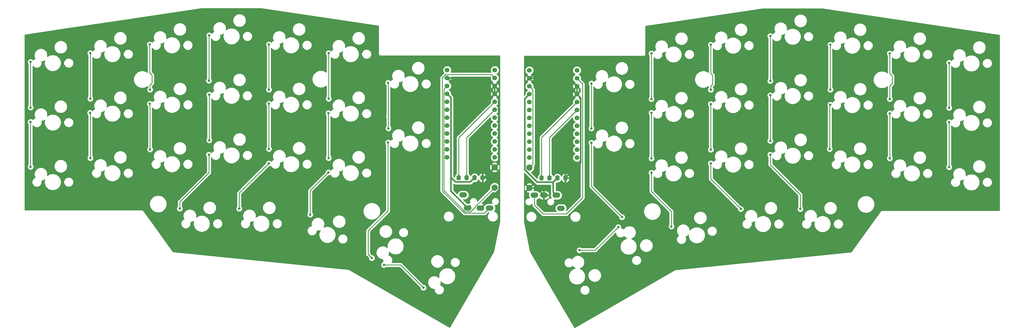
<source format=gtl>
%TF.GenerationSoftware,KiCad,Pcbnew,(5.1.10-1-10_14)*%
%TF.CreationDate,2021-08-01T06:39:00+09:00*%
%TF.ProjectId,v1,76312e6b-6963-4616-945f-706362585858,rev?*%
%TF.SameCoordinates,Original*%
%TF.FileFunction,Copper,L1,Top*%
%TF.FilePolarity,Positive*%
%FSLAX46Y46*%
G04 Gerber Fmt 4.6, Leading zero omitted, Abs format (unit mm)*
G04 Created by KiCad (PCBNEW (5.1.10-1-10_14)) date 2021-08-01 06:39:00*
%MOMM*%
%LPD*%
G01*
G04 APERTURE LIST*
%TA.AperFunction,ComponentPad*%
%ADD10O,2.500000X1.700000*%
%TD*%
%TA.AperFunction,ComponentPad*%
%ADD11O,1.397000X1.778000*%
%TD*%
%TA.AperFunction,ComponentPad*%
%ADD12C,2.000000*%
%TD*%
%TA.AperFunction,ComponentPad*%
%ADD13C,1.524000*%
%TD*%
%TA.AperFunction,ViaPad*%
%ADD14C,0.800000*%
%TD*%
%TA.AperFunction,Conductor*%
%ADD15C,0.500000*%
%TD*%
%TA.AperFunction,Conductor*%
%ADD16C,0.250000*%
%TD*%
%TA.AperFunction,Conductor*%
%ADD17C,0.254000*%
%TD*%
%TA.AperFunction,Conductor*%
%ADD18C,0.100000*%
%TD*%
G04 APERTURE END LIST*
D10*
%TO.P,J1,A*%
%TO.N,Net-(J1-PadA)*%
X164000000Y-79500000D03*
%TO.P,J1,D*%
%TO.N,VCC*%
X165500000Y-83700000D03*
%TO.P,J1,C*%
%TO.N,GND*%
X169500000Y-83700000D03*
%TO.P,J1,B*%
%TO.N,data*%
X172500000Y-83700000D03*
%TD*%
D11*
%TO.P,J2,4*%
%TO.N,GND*%
X170220000Y-74000000D03*
%TO.P,J2,3*%
%TO.N,VCC*%
X167680000Y-74000000D03*
%TO.P,J2,2*%
%TO.N,SCL*%
X165140000Y-74000000D03*
%TO.P,J2,1*%
%TO.N,SDA*%
X162600000Y-74000000D03*
%TD*%
D10*
%TO.P,J3,B*%
%TO.N,data_r*%
X186800000Y-79600000D03*
%TO.P,J3,C*%
%TO.N,GNDA*%
X189800000Y-79600000D03*
%TO.P,J3,D*%
%TO.N,VDD*%
X193800000Y-79600000D03*
%TO.P,J3,A*%
%TO.N,Net-(J3-PadA)*%
X195300000Y-83800000D03*
%TD*%
D11*
%TO.P,J4,1*%
%TO.N,SDA_r*%
X189100000Y-74100000D03*
%TO.P,J4,2*%
%TO.N,SCL_r*%
X191640000Y-74100000D03*
%TO.P,J4,3*%
%TO.N,VDD*%
X194180000Y-74100000D03*
%TO.P,J4,4*%
%TO.N,GNDA*%
X196720000Y-74100000D03*
%TD*%
D12*
%TO.P,RSW1,2*%
%TO.N,GND*%
X174100000Y-70650000D03*
%TO.P,RSW1,1*%
%TO.N,reset*%
X174100000Y-77150000D03*
%TD*%
%TO.P,RSW2,1*%
%TO.N,reset_r*%
X185200000Y-70750000D03*
%TO.P,RSW2,2*%
%TO.N,GNDA*%
X185200000Y-77250000D03*
%TD*%
D13*
%TO.P,U1,24*%
%TO.N,Net-(U1-Pad24)*%
X158891400Y-39522000D03*
%TO.P,U1,23*%
%TO.N,GND*%
X158891400Y-42062000D03*
%TO.P,U1,22*%
%TO.N,reset*%
X158891400Y-44602000D03*
%TO.P,U1,21*%
%TO.N,VCC*%
X158891400Y-47142000D03*
%TO.P,U1,20*%
%TO.N,col0*%
X158891400Y-49682000D03*
%TO.P,U1,19*%
%TO.N,col1*%
X158891400Y-52222000D03*
%TO.P,U1,18*%
%TO.N,col2*%
X158891400Y-54762000D03*
%TO.P,U1,17*%
%TO.N,col3*%
X158891400Y-57302000D03*
%TO.P,U1,16*%
%TO.N,col4*%
X158891400Y-59842000D03*
%TO.P,U1,15*%
%TO.N,col5*%
X158891400Y-62382000D03*
%TO.P,U1,14*%
%TO.N,col6*%
X158891400Y-64922000D03*
%TO.P,U1,13*%
%TO.N,Net-(U1-Pad13)*%
X158891400Y-67462000D03*
%TO.P,U1,12*%
%TO.N,Net-(U1-Pad12)*%
X174111400Y-67462000D03*
%TO.P,U1,11*%
%TO.N,Net-(U1-Pad11)*%
X174111400Y-64922000D03*
%TO.P,U1,10*%
%TO.N,row3*%
X174111400Y-62382000D03*
%TO.P,U1,9*%
%TO.N,row2*%
X174111400Y-59842000D03*
%TO.P,U1,8*%
%TO.N,row1*%
X174111400Y-57302000D03*
%TO.P,U1,7*%
%TO.N,row0*%
X174111400Y-54762000D03*
%TO.P,U1,6*%
%TO.N,SCL*%
X174111400Y-52222000D03*
%TO.P,U1,5*%
%TO.N,SDA*%
X174111400Y-49682000D03*
%TO.P,U1,4*%
%TO.N,GND*%
X174111400Y-47142000D03*
%TO.P,U1,3*%
X174111400Y-44602000D03*
%TO.P,U1,2*%
%TO.N,data*%
X174111400Y-42062000D03*
%TO.P,U1,1*%
%TO.N,Net-(U1-Pad1)*%
X174111400Y-39522000D03*
%TD*%
%TO.P,U2,1*%
%TO.N,Net-(U2-Pad1)*%
X200411400Y-39622000D03*
%TO.P,U2,2*%
%TO.N,data_r*%
X200411400Y-42162000D03*
%TO.P,U2,3*%
%TO.N,GNDA*%
X200411400Y-44702000D03*
%TO.P,U2,4*%
X200411400Y-47242000D03*
%TO.P,U2,5*%
%TO.N,SDA_r*%
X200411400Y-49782000D03*
%TO.P,U2,6*%
%TO.N,SCL_r*%
X200411400Y-52322000D03*
%TO.P,U2,7*%
%TO.N,row0_r*%
X200411400Y-54862000D03*
%TO.P,U2,8*%
%TO.N,row1_r*%
X200411400Y-57402000D03*
%TO.P,U2,9*%
%TO.N,row2_r*%
X200411400Y-59942000D03*
%TO.P,U2,10*%
%TO.N,row3_r*%
X200411400Y-62482000D03*
%TO.P,U2,11*%
%TO.N,Net-(U2-Pad11)*%
X200411400Y-65022000D03*
%TO.P,U2,12*%
%TO.N,Net-(U2-Pad12)*%
X200411400Y-67562000D03*
%TO.P,U2,13*%
%TO.N,Net-(U2-Pad13)*%
X185191400Y-67562000D03*
%TO.P,U2,14*%
%TO.N,col6_r*%
X185191400Y-65022000D03*
%TO.P,U2,15*%
%TO.N,col5_r*%
X185191400Y-62482000D03*
%TO.P,U2,16*%
%TO.N,col4_r*%
X185191400Y-59942000D03*
%TO.P,U2,17*%
%TO.N,col3_r*%
X185191400Y-57402000D03*
%TO.P,U2,18*%
%TO.N,col2_r*%
X185191400Y-54862000D03*
%TO.P,U2,19*%
%TO.N,col1_r*%
X185191400Y-52322000D03*
%TO.P,U2,20*%
%TO.N,col0_r*%
X185191400Y-49782000D03*
%TO.P,U2,21*%
%TO.N,VDD*%
X185191400Y-47242000D03*
%TO.P,U2,22*%
%TO.N,reset_r*%
X185191400Y-44702000D03*
%TO.P,U2,23*%
%TO.N,GNDA*%
X185191400Y-42162000D03*
%TO.P,U2,24*%
%TO.N,Net-(U2-Pad24)*%
X185191400Y-39622000D03*
%TD*%
D14*
%TO.N,col4*%
X63800000Y-31300000D03*
X63900000Y-45800000D03*
X63800000Y-50300000D03*
X63900000Y-64900000D03*
%TO.N,col3*%
X82800000Y-28400000D03*
X82700000Y-42900000D03*
X82800000Y-47400000D03*
X82800000Y-62000000D03*
X82700000Y-66600000D03*
X73400000Y-83900000D03*
%TO.N,col5*%
X44800000Y-34100000D03*
X44800000Y-48700000D03*
X44700000Y-53200000D03*
X44800000Y-67700000D03*
%TO.N,col0*%
X140000000Y-43600000D03*
X140100000Y-58200000D03*
X140000000Y-62700000D03*
X134800000Y-99700000D03*
X138700000Y-101900000D03*
X151300000Y-109200000D03*
%TO.N,col1*%
X121000000Y-34100000D03*
X121000000Y-48700000D03*
X120900000Y-53300000D03*
X121000000Y-67700000D03*
X120900000Y-72300000D03*
X115100000Y-85800000D03*
%TO.N,col2*%
X101900000Y-31300000D03*
X101900000Y-45800000D03*
X101900000Y-50300000D03*
X101900000Y-64800000D03*
X101900000Y-69400000D03*
X92400000Y-83900000D03*
%TO.N,col6*%
X25700000Y-36900000D03*
X25700000Y-51500000D03*
X25700000Y-56100000D03*
X25700000Y-70500000D03*
%TO.N,col0_r*%
X205000000Y-43800000D03*
X205000000Y-58200000D03*
X205000000Y-62800000D03*
X214800000Y-86600000D03*
X213600000Y-89800000D03*
X201200000Y-97200000D03*
%TO.N,col1_r*%
X224200000Y-34200000D03*
X224200000Y-48800000D03*
X224200000Y-53200000D03*
X224200000Y-67800000D03*
X230600000Y-89600000D03*
X224200000Y-72400000D03*
%TO.N,col2_r*%
X243200000Y-31400000D03*
X243200000Y-45800000D03*
X243200000Y-50400000D03*
X243200000Y-65000000D03*
X243200000Y-69400000D03*
X252800000Y-84000000D03*
%TO.N,col3_r*%
X262200000Y-28600000D03*
X262200000Y-43000000D03*
X262200000Y-47600000D03*
X262200000Y-62200000D03*
X262200000Y-66600000D03*
X271800000Y-84000000D03*
%TO.N,col4_r*%
X281400000Y-31400000D03*
X281400000Y-45800000D03*
X281400000Y-50600000D03*
X281200000Y-64800000D03*
%TO.N,col5_r*%
X300400000Y-34200000D03*
X300400000Y-48800000D03*
X300400000Y-53400000D03*
X300400000Y-67800000D03*
%TO.N,col6_r*%
X319400000Y-37200000D03*
X319400000Y-51600000D03*
X319400000Y-56200000D03*
X319400000Y-70600000D03*
%TD*%
D15*
%TO.N,GND*%
X171571400Y-42062000D02*
X174111400Y-44602000D01*
X158891400Y-42062000D02*
X171571400Y-42062000D01*
X174111400Y-44602000D02*
X174111400Y-47142000D01*
X170220000Y-74000000D02*
X170950000Y-74000000D01*
X175323401Y-69426599D02*
X174100000Y-70650000D01*
X175323401Y-48354001D02*
X175323401Y-69426599D01*
X174111400Y-47142000D02*
X175323401Y-48354001D01*
X170750000Y-74000000D02*
X170220000Y-74000000D01*
X174100000Y-70650000D02*
X170750000Y-74000000D01*
X169696002Y-83700000D02*
X169500000Y-83700000D01*
X175550001Y-77846001D02*
X169696002Y-83700000D01*
X175550001Y-72100001D02*
X175550001Y-77846001D01*
X174100000Y-70650000D02*
X175550001Y-72100001D01*
%TO.N,VCC*%
X166249999Y-82950001D02*
X165500000Y-83700000D01*
X160103401Y-78303401D02*
X165500000Y-83700000D01*
X158891400Y-47142000D02*
X160103401Y-48354001D01*
X166340990Y-75339010D02*
X167680000Y-74000000D01*
X160103401Y-48354001D02*
X160103401Y-73903401D01*
X161539010Y-75339010D02*
X166340990Y-75339010D01*
X160103401Y-73903401D02*
X161539010Y-75339010D01*
X160103401Y-73903401D02*
X160103401Y-78303401D01*
D16*
%TO.N,col4*%
X63900000Y-45800000D02*
X63900000Y-44300000D01*
X63900000Y-44300000D02*
X64500000Y-43700000D01*
X64500000Y-43700000D02*
X64500000Y-41100000D01*
X63800000Y-40400000D02*
X63800000Y-31300000D01*
X64500000Y-41100000D02*
X63800000Y-40400000D01*
X63900000Y-50400000D02*
X63800000Y-50300000D01*
X63900000Y-64900000D02*
X63900000Y-50400000D01*
%TO.N,col3*%
X82700000Y-28500000D02*
X82800000Y-28400000D01*
X82700000Y-42900000D02*
X82700000Y-28500000D01*
X82800000Y-62000000D02*
X82800000Y-47400000D01*
X73400000Y-83900000D02*
X73400000Y-81700000D01*
X73400000Y-81700000D02*
X82700000Y-72400000D01*
X82700000Y-72400000D02*
X82700000Y-66600000D01*
%TO.N,col5*%
X44800000Y-48700000D02*
X44800000Y-34100000D01*
X44800000Y-53300000D02*
X44700000Y-53200000D01*
X44800000Y-67700000D02*
X44800000Y-53300000D01*
%TO.N,reset*%
X167924990Y-83336725D02*
X167924990Y-83213295D01*
X166386705Y-84875010D02*
X167924990Y-83336725D01*
X164613295Y-84875010D02*
X166386705Y-84875010D01*
X173988285Y-77150000D02*
X174100000Y-77150000D01*
X157804399Y-78066114D02*
X164613295Y-84875010D01*
X157804399Y-45689001D02*
X157804399Y-78066114D01*
X167924990Y-83213295D02*
X173988285Y-77150000D01*
X158891400Y-44602000D02*
X157804399Y-45689001D01*
%TO.N,col0*%
X140100000Y-43700000D02*
X140000000Y-43600000D01*
X144000000Y-101900000D02*
X138700000Y-101900000D01*
X151300000Y-109200000D02*
X144000000Y-101900000D01*
X140100000Y-54500000D02*
X140000000Y-54400000D01*
X140100000Y-58200000D02*
X140100000Y-54500000D01*
X140100000Y-54500000D02*
X140100000Y-43700000D01*
X134800000Y-99700000D02*
X133600000Y-98500000D01*
X140000000Y-62700000D02*
X140000000Y-84600000D01*
X133600000Y-91000000D02*
X133600000Y-98500000D01*
X140000000Y-84600000D02*
X133600000Y-91000000D01*
%TO.N,col1*%
X121000000Y-48700000D02*
X121000000Y-34100000D01*
X120900000Y-67600000D02*
X121000000Y-67700000D01*
X120900000Y-53300000D02*
X120900000Y-67600000D01*
X115100000Y-78100000D02*
X120900000Y-72300000D01*
X115100000Y-85800000D02*
X115100000Y-78100000D01*
%TO.N,col2*%
X101900000Y-45800000D02*
X101900000Y-31300000D01*
X101900000Y-64800000D02*
X101900000Y-50300000D01*
X101900000Y-69400000D02*
X92400000Y-78900000D01*
X92400000Y-78900000D02*
X92400000Y-83900000D01*
%TO.N,col6*%
X25700000Y-51500000D02*
X25700000Y-36900000D01*
X25700000Y-70500000D02*
X25700000Y-56100000D01*
%TO.N,data*%
X170874980Y-85325020D02*
X172500000Y-83700000D01*
X157354390Y-78252515D02*
X164426895Y-85325020D01*
X157354389Y-41990249D02*
X157354390Y-78252515D01*
X164426895Y-85325020D02*
X170874980Y-85325020D01*
X158369639Y-40974999D02*
X157354389Y-41990249D01*
X173024399Y-40974999D02*
X158369639Y-40974999D01*
X174111400Y-42062000D02*
X173024399Y-40974999D01*
%TO.N,SCL*%
X165140000Y-61193400D02*
X165140000Y-74000000D01*
X174111400Y-52222000D02*
X165140000Y-61193400D01*
%TO.N,SDA*%
X162600000Y-61193400D02*
X162600000Y-74000000D01*
X174111400Y-49682000D02*
X162600000Y-61193400D01*
%TO.N,data_r*%
X186800000Y-82800000D02*
X186800000Y-79600000D01*
X197000000Y-85600000D02*
X189600000Y-85600000D01*
X202198411Y-80401589D02*
X197000000Y-85600000D01*
X202198411Y-43949011D02*
X202198411Y-80401589D01*
X189600000Y-85600000D02*
X186800000Y-82800000D01*
X200411400Y-42162000D02*
X202198411Y-43949011D01*
D15*
%TO.N,GNDA*%
X200411400Y-44702000D02*
X200411400Y-47242000D01*
X197871400Y-42162000D02*
X200411400Y-44702000D01*
X185191400Y-42162000D02*
X197871400Y-42162000D01*
X201623401Y-69196599D02*
X196720000Y-74100000D01*
X201623401Y-48454001D02*
X201623401Y-69196599D01*
X200411400Y-47242000D02*
X201623401Y-48454001D01*
X187450000Y-77250000D02*
X189800000Y-79600000D01*
X185200000Y-77250000D02*
X187450000Y-77250000D01*
X189800000Y-79600000D02*
X189800000Y-82200000D01*
X189800000Y-82200000D02*
X190800000Y-83200000D01*
X190800000Y-83200000D02*
X193000000Y-83200000D01*
X196720000Y-79480000D02*
X196720000Y-74100000D01*
X193000000Y-83200000D02*
X196720000Y-79480000D01*
%TO.N,VDD*%
X192840990Y-75439010D02*
X194180000Y-74100000D01*
X187743008Y-75439010D02*
X192840990Y-75439010D01*
X183749999Y-48683401D02*
X183749999Y-71446001D01*
X183749999Y-71446001D02*
X187743008Y-75439010D01*
X185191400Y-47242000D02*
X183749999Y-48683401D01*
X192840990Y-78640990D02*
X193800000Y-79600000D01*
X192840990Y-75439010D02*
X192840990Y-78640990D01*
D16*
%TO.N,SDA_r*%
X189100000Y-61093400D02*
X200411400Y-49782000D01*
X189100000Y-74100000D02*
X189100000Y-61093400D01*
%TO.N,SCL_r*%
X191640000Y-61093400D02*
X200411400Y-52322000D01*
X191640000Y-74100000D02*
X191640000Y-61093400D01*
%TO.N,reset_r*%
X186278401Y-69671599D02*
X185200000Y-70750000D01*
X186278401Y-45789001D02*
X186278401Y-69671599D01*
X185191400Y-44702000D02*
X186278401Y-45789001D01*
%TO.N,col0_r*%
X205000000Y-58200000D02*
X205000000Y-43800000D01*
X205000000Y-76800000D02*
X205000000Y-62800000D01*
X214800000Y-86600000D02*
X205000000Y-76800000D01*
X206200000Y-97200000D02*
X213600000Y-89800000D01*
X201200000Y-97200000D02*
X206200000Y-97200000D01*
%TO.N,col1_r*%
X224200000Y-48800000D02*
X224200000Y-34200000D01*
X224200000Y-67800000D02*
X224200000Y-53200000D01*
X230600000Y-89600000D02*
X230600000Y-87236998D01*
X230600000Y-87236998D02*
X230600000Y-84800000D01*
X224200000Y-78400000D02*
X230600000Y-84800000D01*
X224200000Y-72400000D02*
X224200000Y-78400000D01*
%TO.N,col2_r*%
X243200000Y-40600000D02*
X243200000Y-31400000D01*
X243800000Y-44000000D02*
X243800000Y-41200000D01*
X243800000Y-41200000D02*
X243200000Y-40600000D01*
X243200000Y-44600000D02*
X243800000Y-44000000D01*
X243200000Y-45800000D02*
X243200000Y-44600000D01*
X243200000Y-65000000D02*
X243200000Y-50400000D01*
X243200000Y-74400000D02*
X243200000Y-69400000D01*
X252800000Y-84000000D02*
X243200000Y-74400000D01*
%TO.N,col3_r*%
X262200000Y-43000000D02*
X262200000Y-28600000D01*
X262200000Y-62200000D02*
X262200000Y-47600000D01*
X262200000Y-69800000D02*
X262200000Y-66600000D01*
X271800000Y-79400000D02*
X262200000Y-69800000D01*
X271800000Y-84000000D02*
X271800000Y-79400000D01*
%TO.N,col4_r*%
X281400000Y-45800000D02*
X281400000Y-31400000D01*
X281200000Y-50800000D02*
X281400000Y-50600000D01*
X281200000Y-64800000D02*
X281200000Y-50800000D01*
%TO.N,col5_r*%
X301200000Y-41400000D02*
X300400000Y-40600000D01*
X301200000Y-43800000D02*
X301200000Y-41400000D01*
X300400000Y-44600000D02*
X301200000Y-43800000D01*
X300400000Y-40600000D02*
X300400000Y-34200000D01*
X300400000Y-48800000D02*
X300400000Y-44600000D01*
X300400000Y-67800000D02*
X300400000Y-53400000D01*
%TO.N,col6_r*%
X319400000Y-51600000D02*
X319400000Y-37200000D01*
X319400000Y-70600000D02*
X319400000Y-56200000D01*
%TD*%
D17*
%TO.N,GND*%
X136940000Y-25368605D02*
X136940001Y-34267571D01*
X136936807Y-34300000D01*
X136949550Y-34429383D01*
X136987290Y-34553793D01*
X137048575Y-34668450D01*
X137131052Y-34768948D01*
X137231550Y-34851425D01*
X137346207Y-34912710D01*
X137470617Y-34950450D01*
X137567581Y-34960000D01*
X137600000Y-34963193D01*
X137632419Y-34960000D01*
X175740000Y-34960000D01*
X175740001Y-70574882D01*
X175697961Y-70268325D01*
X175592795Y-69963912D01*
X175499814Y-69789956D01*
X175235413Y-69694192D01*
X174279605Y-70650000D01*
X175235413Y-71605808D01*
X175499814Y-71510044D01*
X175640704Y-71220429D01*
X175722384Y-70908892D01*
X175740001Y-70615961D01*
X175740001Y-87933991D01*
X173774697Y-97662253D01*
X159660385Y-121899933D01*
X127649308Y-103439559D01*
X127614115Y-103415914D01*
X127563142Y-103394648D01*
X127512863Y-103371897D01*
X127503249Y-103369660D01*
X127494130Y-103365856D01*
X127439961Y-103354937D01*
X127386236Y-103342439D01*
X127343898Y-103341074D01*
X71261526Y-97673176D01*
X64671966Y-88543891D01*
X73760000Y-88543891D01*
X73760000Y-88856109D01*
X73820911Y-89162327D01*
X73940391Y-89450779D01*
X74113850Y-89710379D01*
X74334621Y-89931150D01*
X74594221Y-90104609D01*
X74882673Y-90224089D01*
X75188891Y-90285000D01*
X75501109Y-90285000D01*
X75807327Y-90224089D01*
X76095779Y-90104609D01*
X76355379Y-89931150D01*
X76576150Y-89710379D01*
X76749609Y-89450779D01*
X76869089Y-89162327D01*
X76930000Y-88856109D01*
X76930000Y-88543891D01*
X76878391Y-88284435D01*
X77237756Y-88212953D01*
X77626302Y-88052012D01*
X77848748Y-87903378D01*
X77843183Y-87916814D01*
X77740000Y-88435551D01*
X77740000Y-88964449D01*
X77843183Y-89483186D01*
X78045583Y-89971825D01*
X78339424Y-90411588D01*
X78713412Y-90785576D01*
X79153175Y-91079417D01*
X79641814Y-91281817D01*
X80160551Y-91385000D01*
X80689449Y-91385000D01*
X81208186Y-91281817D01*
X81696825Y-91079417D01*
X82136588Y-90785576D01*
X82510576Y-90411588D01*
X82804417Y-89971825D01*
X83006817Y-89483186D01*
X83110000Y-88964449D01*
X83110000Y-88543891D01*
X83920000Y-88543891D01*
X83920000Y-88856109D01*
X83980911Y-89162327D01*
X84100391Y-89450779D01*
X84273850Y-89710379D01*
X84494621Y-89931150D01*
X84754221Y-90104609D01*
X85042673Y-90224089D01*
X85348891Y-90285000D01*
X85661109Y-90285000D01*
X85967327Y-90224089D01*
X86255779Y-90104609D01*
X86515379Y-89931150D01*
X86736150Y-89710379D01*
X86909609Y-89450779D01*
X87029089Y-89162327D01*
X87090000Y-88856109D01*
X87090000Y-88543891D01*
X92810000Y-88543891D01*
X92810000Y-88856109D01*
X92870911Y-89162327D01*
X92990391Y-89450779D01*
X93163850Y-89710379D01*
X93384621Y-89931150D01*
X93644221Y-90104609D01*
X93932673Y-90224089D01*
X94238891Y-90285000D01*
X94551109Y-90285000D01*
X94857327Y-90224089D01*
X95145779Y-90104609D01*
X95405379Y-89931150D01*
X95626150Y-89710379D01*
X95799609Y-89450779D01*
X95919089Y-89162327D01*
X95980000Y-88856109D01*
X95980000Y-88543891D01*
X95928391Y-88284435D01*
X96287756Y-88212953D01*
X96676302Y-88052012D01*
X96898748Y-87903378D01*
X96893183Y-87916814D01*
X96790000Y-88435551D01*
X96790000Y-88964449D01*
X96893183Y-89483186D01*
X97095583Y-89971825D01*
X97389424Y-90411588D01*
X97763412Y-90785576D01*
X98203175Y-91079417D01*
X98691814Y-91281817D01*
X99210551Y-91385000D01*
X99739449Y-91385000D01*
X100258186Y-91281817D01*
X100746825Y-91079417D01*
X101158879Y-90804090D01*
X114108097Y-90804090D01*
X114108097Y-91116308D01*
X114169008Y-91422526D01*
X114288488Y-91710978D01*
X114461947Y-91970578D01*
X114682718Y-92191349D01*
X114942318Y-92364808D01*
X115230770Y-92484288D01*
X115536988Y-92545199D01*
X115849206Y-92545199D01*
X116155424Y-92484288D01*
X116443876Y-92364808D01*
X116703476Y-92191349D01*
X116924247Y-91970578D01*
X117097706Y-91710978D01*
X117217186Y-91422526D01*
X117278097Y-91116308D01*
X117278097Y-90952775D01*
X117366944Y-90970448D01*
X117787502Y-90970448D01*
X118199979Y-90888401D01*
X118334506Y-90832678D01*
X118220583Y-91003175D01*
X118018183Y-91491814D01*
X117915000Y-92010551D01*
X117915000Y-92539449D01*
X118018183Y-93058186D01*
X118220583Y-93546825D01*
X118514424Y-93986588D01*
X118888412Y-94360576D01*
X119328175Y-94654417D01*
X119816814Y-94856817D01*
X120335551Y-94960000D01*
X120864449Y-94960000D01*
X121383186Y-94856817D01*
X121871825Y-94654417D01*
X122311588Y-94360576D01*
X122685576Y-93986588D01*
X122979417Y-93546825D01*
X123026278Y-93433692D01*
X123921903Y-93433692D01*
X123921903Y-93745910D01*
X123982814Y-94052128D01*
X124102294Y-94340580D01*
X124275753Y-94600180D01*
X124496524Y-94820951D01*
X124756124Y-94994410D01*
X125044576Y-95113890D01*
X125350794Y-95174801D01*
X125663012Y-95174801D01*
X125969230Y-95113890D01*
X126257682Y-94994410D01*
X126517282Y-94820951D01*
X126738053Y-94600180D01*
X126911512Y-94340580D01*
X127030992Y-94052128D01*
X127091903Y-93745910D01*
X127091903Y-93433692D01*
X127030992Y-93127474D01*
X126911512Y-92839022D01*
X126738053Y-92579422D01*
X126517282Y-92358651D01*
X126257682Y-92185192D01*
X125969230Y-92065712D01*
X125663012Y-92004801D01*
X125350794Y-92004801D01*
X125044576Y-92065712D01*
X124756124Y-92185192D01*
X124496524Y-92358651D01*
X124275753Y-92579422D01*
X124102294Y-92839022D01*
X123982814Y-93127474D01*
X123921903Y-93433692D01*
X123026278Y-93433692D01*
X123181817Y-93058186D01*
X123285000Y-92539449D01*
X123285000Y-92010551D01*
X123181817Y-91491814D01*
X122979417Y-91003175D01*
X122977296Y-91000000D01*
X132836324Y-91000000D01*
X132840000Y-91037322D01*
X132840001Y-98462668D01*
X132836324Y-98500000D01*
X132840001Y-98537333D01*
X132849621Y-98635000D01*
X132850998Y-98648985D01*
X132894454Y-98792246D01*
X132965026Y-98924276D01*
X132996609Y-98962759D01*
X133060000Y-99040001D01*
X133088998Y-99063799D01*
X133765000Y-99739802D01*
X133765000Y-99801939D01*
X133804774Y-100001898D01*
X133882795Y-100190256D01*
X133996063Y-100359774D01*
X134140226Y-100503937D01*
X134309744Y-100617205D01*
X134498102Y-100695226D01*
X134698061Y-100735000D01*
X134901939Y-100735000D01*
X135101898Y-100695226D01*
X135290256Y-100617205D01*
X135459774Y-100503937D01*
X135603937Y-100359774D01*
X135717205Y-100190256D01*
X135795226Y-100001898D01*
X135835000Y-99801939D01*
X135835000Y-99598061D01*
X135795226Y-99398102D01*
X135717205Y-99209744D01*
X135603937Y-99040226D01*
X135459774Y-98896063D01*
X135290256Y-98782795D01*
X135101898Y-98704774D01*
X134901939Y-98665000D01*
X134839802Y-98665000D01*
X134360000Y-98185199D01*
X134360000Y-97769278D01*
X136160295Y-97769278D01*
X136160295Y-98189836D01*
X136242342Y-98602313D01*
X136403283Y-98990859D01*
X136636932Y-99340540D01*
X136934312Y-99637920D01*
X137283993Y-99871569D01*
X137672539Y-100032510D01*
X138085016Y-100114557D01*
X138290663Y-100114557D01*
X138275000Y-100193300D01*
X138275000Y-100505518D01*
X138335911Y-100811736D01*
X138377912Y-100913137D01*
X138209744Y-100982795D01*
X138040226Y-101096063D01*
X137896063Y-101240226D01*
X137782795Y-101409744D01*
X137704774Y-101598102D01*
X137665000Y-101798061D01*
X137665000Y-102001939D01*
X137704774Y-102201898D01*
X137782795Y-102390256D01*
X137896063Y-102559774D01*
X138040226Y-102703937D01*
X138209744Y-102817205D01*
X138398102Y-102895226D01*
X138598061Y-102935000D01*
X138801939Y-102935000D01*
X139001898Y-102895226D01*
X139190256Y-102817205D01*
X139359774Y-102703937D01*
X139403711Y-102660000D01*
X143685199Y-102660000D01*
X150265000Y-109239802D01*
X150265000Y-109301939D01*
X150304774Y-109501898D01*
X150382795Y-109690256D01*
X150496063Y-109859774D01*
X150640226Y-110003937D01*
X150809744Y-110117205D01*
X150998102Y-110195226D01*
X151198061Y-110235000D01*
X151401939Y-110235000D01*
X151601898Y-110195226D01*
X151790256Y-110117205D01*
X151959774Y-110003937D01*
X152103937Y-109859774D01*
X152217205Y-109690256D01*
X152295226Y-109501898D01*
X152335000Y-109301939D01*
X152335000Y-109098061D01*
X152295226Y-108898102D01*
X152217205Y-108709744D01*
X152103937Y-108540226D01*
X151959774Y-108396063D01*
X151790256Y-108282795D01*
X151601898Y-108204774D01*
X151401939Y-108165000D01*
X151339802Y-108165000D01*
X150494080Y-107319278D01*
X152660295Y-107319278D01*
X152660295Y-107739836D01*
X152742342Y-108152313D01*
X152903283Y-108540859D01*
X153136932Y-108890540D01*
X153434312Y-109187920D01*
X153783993Y-109421569D01*
X154172539Y-109582510D01*
X154585016Y-109664557D01*
X154790663Y-109664557D01*
X154775000Y-109743300D01*
X154775000Y-110055518D01*
X154835911Y-110361736D01*
X154955391Y-110650188D01*
X155128850Y-110909788D01*
X155349621Y-111130559D01*
X155609221Y-111304018D01*
X155897673Y-111423498D01*
X156203891Y-111484409D01*
X156516109Y-111484409D01*
X156822327Y-111423498D01*
X157110779Y-111304018D01*
X157370379Y-111130559D01*
X157591150Y-110909788D01*
X157764609Y-110650188D01*
X157884089Y-110361736D01*
X157945000Y-110055518D01*
X157945000Y-109743300D01*
X157884089Y-109437082D01*
X157764609Y-109148630D01*
X157591150Y-108889030D01*
X157370379Y-108668259D01*
X157110779Y-108494800D01*
X156822327Y-108375320D01*
X156760934Y-108363108D01*
X156848248Y-108152313D01*
X156930295Y-107739836D01*
X156930295Y-107327459D01*
X157188412Y-107585576D01*
X157628175Y-107879417D01*
X158116814Y-108081817D01*
X158635551Y-108185000D01*
X159164449Y-108185000D01*
X159683186Y-108081817D01*
X160171825Y-107879417D01*
X160611588Y-107585576D01*
X160985576Y-107211588D01*
X161279417Y-106771825D01*
X161481817Y-106283186D01*
X161585000Y-105764449D01*
X161585000Y-105235551D01*
X161481817Y-104716814D01*
X161279417Y-104228175D01*
X160985576Y-103788412D01*
X160611588Y-103414424D01*
X160171825Y-103120583D01*
X159683186Y-102918183D01*
X159164449Y-102815000D01*
X158635551Y-102815000D01*
X158116814Y-102918183D01*
X157628175Y-103120583D01*
X157188412Y-103414424D01*
X156814424Y-103788412D01*
X156520583Y-104228175D01*
X156318183Y-104716814D01*
X156215000Y-105235551D01*
X156215000Y-105764449D01*
X156256086Y-105971002D01*
X156156278Y-105871194D01*
X155806597Y-105637545D01*
X155418051Y-105476604D01*
X155005574Y-105394557D01*
X154585016Y-105394557D01*
X154172539Y-105476604D01*
X153783993Y-105637545D01*
X153434312Y-105871194D01*
X153136932Y-106168574D01*
X152903283Y-106518255D01*
X152742342Y-106906801D01*
X152660295Y-107319278D01*
X150494080Y-107319278D01*
X144563804Y-101389003D01*
X144540001Y-101359999D01*
X144424276Y-101265026D01*
X144292247Y-101194454D01*
X144148986Y-101150997D01*
X144037333Y-101140000D01*
X144037322Y-101140000D01*
X144000000Y-101136324D01*
X143962678Y-101140000D01*
X141238007Y-101140000D01*
X141264609Y-101100188D01*
X141384089Y-100811736D01*
X141436148Y-100550016D01*
X153635591Y-100550016D01*
X153635591Y-100970574D01*
X153717638Y-101383051D01*
X153878579Y-101771597D01*
X154112228Y-102121278D01*
X154409608Y-102418658D01*
X154759289Y-102652307D01*
X155147835Y-102813248D01*
X155560312Y-102895295D01*
X155980870Y-102895295D01*
X156393347Y-102813248D01*
X156781893Y-102652307D01*
X157131574Y-102418658D01*
X157428954Y-102121278D01*
X157662603Y-101771597D01*
X157823544Y-101383051D01*
X157905591Y-100970574D01*
X157905591Y-100944482D01*
X159855000Y-100944482D01*
X159855000Y-101256700D01*
X159915911Y-101562918D01*
X160035391Y-101851370D01*
X160208850Y-102110970D01*
X160429621Y-102331741D01*
X160689221Y-102505200D01*
X160977673Y-102624680D01*
X161283891Y-102685591D01*
X161596109Y-102685591D01*
X161902327Y-102624680D01*
X162190779Y-102505200D01*
X162450379Y-102331741D01*
X162671150Y-102110970D01*
X162844609Y-101851370D01*
X162964089Y-101562918D01*
X163025000Y-101256700D01*
X163025000Y-100944482D01*
X162964089Y-100638264D01*
X162844609Y-100349812D01*
X162671150Y-100090212D01*
X162450379Y-99869441D01*
X162190779Y-99695982D01*
X161902327Y-99576502D01*
X161596109Y-99515591D01*
X161283891Y-99515591D01*
X160977673Y-99576502D01*
X160689221Y-99695982D01*
X160429621Y-99869441D01*
X160208850Y-100090212D01*
X160035391Y-100349812D01*
X159915911Y-100638264D01*
X159855000Y-100944482D01*
X157905591Y-100944482D01*
X157905591Y-100550016D01*
X157823544Y-100137539D01*
X157662603Y-99748993D01*
X157428954Y-99399312D01*
X157131574Y-99101932D01*
X156781893Y-98868283D01*
X156393347Y-98707342D01*
X155980870Y-98625295D01*
X155560312Y-98625295D01*
X155147835Y-98707342D01*
X154759289Y-98868283D01*
X154409608Y-99101932D01*
X154112228Y-99399312D01*
X153878579Y-99748993D01*
X153717638Y-100137539D01*
X153635591Y-100550016D01*
X141436148Y-100550016D01*
X141445000Y-100505518D01*
X141445000Y-100193300D01*
X141384089Y-99887082D01*
X141264609Y-99598630D01*
X141091150Y-99339030D01*
X140870379Y-99118259D01*
X140610779Y-98944800D01*
X140322327Y-98825320D01*
X140260934Y-98813108D01*
X140348248Y-98602313D01*
X140430295Y-98189836D01*
X140430295Y-97777459D01*
X140688412Y-98035576D01*
X141128175Y-98329417D01*
X141616814Y-98531817D01*
X142135551Y-98635000D01*
X142664449Y-98635000D01*
X143183186Y-98531817D01*
X143671825Y-98329417D01*
X144111588Y-98035576D01*
X144485576Y-97661588D01*
X144779417Y-97221825D01*
X144981817Y-96733186D01*
X145085000Y-96214449D01*
X145085000Y-95685551D01*
X144981817Y-95166814D01*
X144779417Y-94678175D01*
X144485576Y-94238412D01*
X144111588Y-93864424D01*
X143671825Y-93570583D01*
X143183186Y-93368183D01*
X142664449Y-93265000D01*
X142135551Y-93265000D01*
X141616814Y-93368183D01*
X141128175Y-93570583D01*
X140688412Y-93864424D01*
X140314424Y-94238412D01*
X140020583Y-94678175D01*
X139818183Y-95166814D01*
X139715000Y-95685551D01*
X139715000Y-96214449D01*
X139756086Y-96421002D01*
X139656278Y-96321194D01*
X139306597Y-96087545D01*
X138918051Y-95926604D01*
X138505574Y-95844557D01*
X138085016Y-95844557D01*
X137672539Y-95926604D01*
X137283993Y-96087545D01*
X136934312Y-96321194D01*
X136636932Y-96618574D01*
X136403283Y-96968255D01*
X136242342Y-97356801D01*
X136160295Y-97769278D01*
X134360000Y-97769278D01*
X134360000Y-91314801D01*
X134674785Y-91000016D01*
X137135591Y-91000016D01*
X137135591Y-91420574D01*
X137217638Y-91833051D01*
X137378579Y-92221597D01*
X137612228Y-92571278D01*
X137909608Y-92868658D01*
X138259289Y-93102307D01*
X138647835Y-93263248D01*
X139060312Y-93345295D01*
X139480870Y-93345295D01*
X139893347Y-93263248D01*
X140281893Y-93102307D01*
X140631574Y-92868658D01*
X140928954Y-92571278D01*
X141162603Y-92221597D01*
X141323544Y-91833051D01*
X141405591Y-91420574D01*
X141405591Y-91394482D01*
X143355000Y-91394482D01*
X143355000Y-91706700D01*
X143415911Y-92012918D01*
X143535391Y-92301370D01*
X143708850Y-92560970D01*
X143929621Y-92781741D01*
X144189221Y-92955200D01*
X144477673Y-93074680D01*
X144783891Y-93135591D01*
X145096109Y-93135591D01*
X145402327Y-93074680D01*
X145690779Y-92955200D01*
X145950379Y-92781741D01*
X146171150Y-92560970D01*
X146344609Y-92301370D01*
X146464089Y-92012918D01*
X146525000Y-91706700D01*
X146525000Y-91394482D01*
X146464089Y-91088264D01*
X146344609Y-90799812D01*
X146171150Y-90540212D01*
X145950379Y-90319441D01*
X145690779Y-90145982D01*
X145402327Y-90026502D01*
X145096109Y-89965591D01*
X144783891Y-89965591D01*
X144477673Y-90026502D01*
X144189221Y-90145982D01*
X143929621Y-90319441D01*
X143708850Y-90540212D01*
X143535391Y-90799812D01*
X143415911Y-91088264D01*
X143355000Y-91394482D01*
X141405591Y-91394482D01*
X141405591Y-91000016D01*
X141323544Y-90587539D01*
X141162603Y-90198993D01*
X140928954Y-89849312D01*
X140631574Y-89551932D01*
X140281893Y-89318283D01*
X139893347Y-89157342D01*
X139480870Y-89075295D01*
X139060312Y-89075295D01*
X138647835Y-89157342D01*
X138259289Y-89318283D01*
X137909608Y-89551932D01*
X137612228Y-89849312D01*
X137378579Y-90198993D01*
X137217638Y-90587539D01*
X137135591Y-91000016D01*
X134674785Y-91000016D01*
X139445684Y-86229117D01*
X157665000Y-86229117D01*
X157665000Y-86570883D01*
X157731675Y-86906081D01*
X157862463Y-87221831D01*
X158052337Y-87505998D01*
X158294002Y-87747663D01*
X158578169Y-87937537D01*
X158893919Y-88068325D01*
X159229117Y-88135000D01*
X159570883Y-88135000D01*
X159906081Y-88068325D01*
X160221831Y-87937537D01*
X160505998Y-87747663D01*
X160747663Y-87505998D01*
X160937537Y-87221831D01*
X161068325Y-86906081D01*
X161135000Y-86570883D01*
X161135000Y-86229117D01*
X161068325Y-85893919D01*
X160937537Y-85578169D01*
X160747663Y-85294002D01*
X160505998Y-85052337D01*
X160221831Y-84862463D01*
X159906081Y-84731675D01*
X159570883Y-84665000D01*
X159229117Y-84665000D01*
X158893919Y-84731675D01*
X158578169Y-84862463D01*
X158294002Y-85052337D01*
X158052337Y-85294002D01*
X157862463Y-85578169D01*
X157731675Y-85893919D01*
X157665000Y-86229117D01*
X139445684Y-86229117D01*
X140511003Y-85163799D01*
X140540001Y-85140001D01*
X140634974Y-85024276D01*
X140705546Y-84892247D01*
X140749003Y-84748986D01*
X140760000Y-84637333D01*
X140760000Y-84637323D01*
X140763676Y-84600000D01*
X140760000Y-84562677D01*
X140760000Y-63967202D01*
X140788850Y-64010379D01*
X141009621Y-64231150D01*
X141269221Y-64404609D01*
X141557673Y-64524089D01*
X141863891Y-64585000D01*
X142176109Y-64585000D01*
X142482327Y-64524089D01*
X142770779Y-64404609D01*
X143030379Y-64231150D01*
X143251150Y-64010379D01*
X143424609Y-63750779D01*
X143544089Y-63462327D01*
X143605000Y-63156109D01*
X143605000Y-62843891D01*
X143553391Y-62584435D01*
X143912756Y-62512953D01*
X144301302Y-62352012D01*
X144523748Y-62203378D01*
X144518183Y-62216814D01*
X144415000Y-62735551D01*
X144415000Y-63264449D01*
X144518183Y-63783186D01*
X144720583Y-64271825D01*
X145014424Y-64711588D01*
X145388412Y-65085576D01*
X145828175Y-65379417D01*
X146316814Y-65581817D01*
X146835551Y-65685000D01*
X147364449Y-65685000D01*
X147883186Y-65581817D01*
X148371825Y-65379417D01*
X148811588Y-65085576D01*
X149185576Y-64711588D01*
X149479417Y-64271825D01*
X149681817Y-63783186D01*
X149785000Y-63264449D01*
X149785000Y-62843891D01*
X150595000Y-62843891D01*
X150595000Y-63156109D01*
X150655911Y-63462327D01*
X150775391Y-63750779D01*
X150948850Y-64010379D01*
X151169621Y-64231150D01*
X151429221Y-64404609D01*
X151717673Y-64524089D01*
X152023891Y-64585000D01*
X152336109Y-64585000D01*
X152642327Y-64524089D01*
X152930779Y-64404609D01*
X153190379Y-64231150D01*
X153411150Y-64010379D01*
X153584609Y-63750779D01*
X153704089Y-63462327D01*
X153765000Y-63156109D01*
X153765000Y-62843891D01*
X153704089Y-62537673D01*
X153584609Y-62249221D01*
X153411150Y-61989621D01*
X153190379Y-61768850D01*
X152930779Y-61595391D01*
X152642327Y-61475911D01*
X152336109Y-61415000D01*
X152023891Y-61415000D01*
X151717673Y-61475911D01*
X151429221Y-61595391D01*
X151169621Y-61768850D01*
X150948850Y-61989621D01*
X150775391Y-62249221D01*
X150655911Y-62537673D01*
X150595000Y-62843891D01*
X149785000Y-62843891D01*
X149785000Y-62735551D01*
X149681817Y-62216814D01*
X149479417Y-61728175D01*
X149185576Y-61288412D01*
X148811588Y-60914424D01*
X148371825Y-60620583D01*
X147883186Y-60418183D01*
X147364449Y-60315000D01*
X146835551Y-60315000D01*
X146316814Y-60418183D01*
X145828175Y-60620583D01*
X145388412Y-60914424D01*
X145373463Y-60929373D01*
X145425000Y-60670279D01*
X145425000Y-60249721D01*
X145342953Y-59837244D01*
X145182012Y-59448698D01*
X144948363Y-59099017D01*
X144650983Y-58801637D01*
X144301302Y-58567988D01*
X143912756Y-58407047D01*
X143500279Y-58325000D01*
X143079721Y-58325000D01*
X142667244Y-58407047D01*
X142278698Y-58567988D01*
X141929017Y-58801637D01*
X141631637Y-59099017D01*
X141397988Y-59448698D01*
X141237047Y-59837244D01*
X141155000Y-60249721D01*
X141155000Y-60670279D01*
X141237047Y-61082756D01*
X141397988Y-61471302D01*
X141435015Y-61526717D01*
X141269221Y-61595391D01*
X141009621Y-61768850D01*
X140788850Y-61989621D01*
X140774623Y-62010912D01*
X140659774Y-61896063D01*
X140490256Y-61782795D01*
X140301898Y-61704774D01*
X140101939Y-61665000D01*
X139898061Y-61665000D01*
X139698102Y-61704774D01*
X139509744Y-61782795D01*
X139340226Y-61896063D01*
X139196063Y-62040226D01*
X139082795Y-62209744D01*
X139004774Y-62398102D01*
X138965000Y-62598061D01*
X138965000Y-62801939D01*
X139004774Y-63001898D01*
X139082795Y-63190256D01*
X139196063Y-63359774D01*
X139240000Y-63403711D01*
X139240001Y-84285197D01*
X133089003Y-90436196D01*
X133059999Y-90459999D01*
X133028918Y-90497872D01*
X132965026Y-90575724D01*
X132958711Y-90587539D01*
X132894454Y-90707754D01*
X132850997Y-90851015D01*
X132840000Y-90962668D01*
X132840000Y-90962678D01*
X132836324Y-91000000D01*
X122977296Y-91000000D01*
X122685576Y-90563412D01*
X122311588Y-90189424D01*
X121871825Y-89895583D01*
X121383186Y-89693183D01*
X120864449Y-89590000D01*
X120335551Y-89590000D01*
X119816814Y-89693183D01*
X119474033Y-89835167D01*
X119630176Y-89458204D01*
X119712223Y-89045727D01*
X119712223Y-88625169D01*
X119630176Y-88212692D01*
X119469235Y-87824146D01*
X119463270Y-87815218D01*
X122233252Y-87815218D01*
X122233252Y-88235776D01*
X122315299Y-88648253D01*
X122476240Y-89036799D01*
X122709889Y-89386480D01*
X123007269Y-89683860D01*
X123356950Y-89917509D01*
X123745496Y-90078450D01*
X124157973Y-90160497D01*
X124578531Y-90160497D01*
X124991008Y-90078450D01*
X125379554Y-89917509D01*
X125729235Y-89683860D01*
X126026615Y-89386480D01*
X126260264Y-89036799D01*
X126421205Y-88648253D01*
X126503252Y-88235776D01*
X126503252Y-87815218D01*
X126421205Y-87402741D01*
X126260264Y-87014195D01*
X126026615Y-86664514D01*
X125729235Y-86367134D01*
X125379554Y-86133485D01*
X124991008Y-85972544D01*
X124578531Y-85890497D01*
X124157973Y-85890497D01*
X123745496Y-85972544D01*
X123356950Y-86133485D01*
X123007269Y-86367134D01*
X122709889Y-86664514D01*
X122476240Y-87014195D01*
X122315299Y-87402741D01*
X122233252Y-87815218D01*
X119463270Y-87815218D01*
X119235586Y-87474465D01*
X118938206Y-87177085D01*
X118588525Y-86943436D01*
X118199979Y-86782495D01*
X117787502Y-86700448D01*
X117366944Y-86700448D01*
X116954467Y-86782495D01*
X116565921Y-86943436D01*
X116216240Y-87177085D01*
X115918860Y-87474465D01*
X115685211Y-87824146D01*
X115524270Y-88212692D01*
X115442223Y-88625169D01*
X115442223Y-89045727D01*
X115508872Y-89380792D01*
X115230770Y-89436110D01*
X114942318Y-89555590D01*
X114682718Y-89729049D01*
X114461947Y-89949820D01*
X114288488Y-90209420D01*
X114169008Y-90497872D01*
X114108097Y-90804090D01*
X101158879Y-90804090D01*
X101186588Y-90785576D01*
X101560576Y-90411588D01*
X101854417Y-89971825D01*
X102056817Y-89483186D01*
X102160000Y-88964449D01*
X102160000Y-88543891D01*
X102970000Y-88543891D01*
X102970000Y-88856109D01*
X103030911Y-89162327D01*
X103150391Y-89450779D01*
X103323850Y-89710379D01*
X103544621Y-89931150D01*
X103804221Y-90104609D01*
X104092673Y-90224089D01*
X104398891Y-90285000D01*
X104711109Y-90285000D01*
X105017327Y-90224089D01*
X105305779Y-90104609D01*
X105565379Y-89931150D01*
X105786150Y-89710379D01*
X105959609Y-89450779D01*
X106079089Y-89162327D01*
X106140000Y-88856109D01*
X106140000Y-88543891D01*
X106079089Y-88237673D01*
X105959609Y-87949221D01*
X105786150Y-87689621D01*
X105565379Y-87468850D01*
X105305779Y-87295391D01*
X105017327Y-87175911D01*
X104711109Y-87115000D01*
X104398891Y-87115000D01*
X104092673Y-87175911D01*
X103804221Y-87295391D01*
X103544621Y-87468850D01*
X103323850Y-87689621D01*
X103150391Y-87949221D01*
X103030911Y-88237673D01*
X102970000Y-88543891D01*
X102160000Y-88543891D01*
X102160000Y-88435551D01*
X102056817Y-87916814D01*
X101854417Y-87428175D01*
X101560576Y-86988412D01*
X101186588Y-86614424D01*
X100746825Y-86320583D01*
X100258186Y-86118183D01*
X99739449Y-86015000D01*
X99210551Y-86015000D01*
X98691814Y-86118183D01*
X98203175Y-86320583D01*
X97763412Y-86614424D01*
X97748463Y-86629373D01*
X97800000Y-86370279D01*
X97800000Y-85949721D01*
X97717953Y-85537244D01*
X97557012Y-85148698D01*
X97323363Y-84799017D01*
X97025983Y-84501637D01*
X96676302Y-84267988D01*
X96287756Y-84107047D01*
X95875279Y-84025000D01*
X95454721Y-84025000D01*
X95042244Y-84107047D01*
X94653698Y-84267988D01*
X94304017Y-84501637D01*
X94006637Y-84799017D01*
X93772988Y-85148698D01*
X93612047Y-85537244D01*
X93530000Y-85949721D01*
X93530000Y-86370279D01*
X93612047Y-86782756D01*
X93772988Y-87171302D01*
X93810015Y-87226717D01*
X93644221Y-87295391D01*
X93384621Y-87468850D01*
X93163850Y-87689621D01*
X92990391Y-87949221D01*
X92870911Y-88237673D01*
X92810000Y-88543891D01*
X87090000Y-88543891D01*
X87029089Y-88237673D01*
X86909609Y-87949221D01*
X86736150Y-87689621D01*
X86515379Y-87468850D01*
X86255779Y-87295391D01*
X85967327Y-87175911D01*
X85661109Y-87115000D01*
X85348891Y-87115000D01*
X85042673Y-87175911D01*
X84754221Y-87295391D01*
X84494621Y-87468850D01*
X84273850Y-87689621D01*
X84100391Y-87949221D01*
X83980911Y-88237673D01*
X83920000Y-88543891D01*
X83110000Y-88543891D01*
X83110000Y-88435551D01*
X83006817Y-87916814D01*
X82804417Y-87428175D01*
X82510576Y-86988412D01*
X82136588Y-86614424D01*
X81696825Y-86320583D01*
X81208186Y-86118183D01*
X80689449Y-86015000D01*
X80160551Y-86015000D01*
X79641814Y-86118183D01*
X79153175Y-86320583D01*
X78713412Y-86614424D01*
X78698463Y-86629373D01*
X78750000Y-86370279D01*
X78750000Y-85949721D01*
X78667953Y-85537244D01*
X78507012Y-85148698D01*
X78273363Y-84799017D01*
X77975983Y-84501637D01*
X77626302Y-84267988D01*
X77237756Y-84107047D01*
X76825279Y-84025000D01*
X76404721Y-84025000D01*
X75992244Y-84107047D01*
X75603698Y-84267988D01*
X75254017Y-84501637D01*
X74956637Y-84799017D01*
X74722988Y-85148698D01*
X74562047Y-85537244D01*
X74480000Y-85949721D01*
X74480000Y-86370279D01*
X74562047Y-86782756D01*
X74722988Y-87171302D01*
X74760015Y-87226717D01*
X74594221Y-87295391D01*
X74334621Y-87468850D01*
X74113850Y-87689621D01*
X73940391Y-87949221D01*
X73820911Y-88237673D01*
X73760000Y-88543891D01*
X64671966Y-88543891D01*
X61861139Y-84649725D01*
X61851425Y-84631550D01*
X61823172Y-84597124D01*
X61816180Y-84587437D01*
X61802622Y-84572084D01*
X61768948Y-84531052D01*
X61759650Y-84523421D01*
X61751687Y-84514404D01*
X61709481Y-84482248D01*
X61668450Y-84448575D01*
X61657837Y-84442902D01*
X61648272Y-84435615D01*
X61600607Y-84412312D01*
X61553793Y-84387290D01*
X61542281Y-84383798D01*
X61531475Y-84378515D01*
X61480179Y-84364959D01*
X61429383Y-84349550D01*
X61417408Y-84348371D01*
X61405781Y-84345298D01*
X61352826Y-84342010D01*
X61332419Y-84340000D01*
X61320457Y-84340000D01*
X61276023Y-84337241D01*
X61255609Y-84340000D01*
X23860000Y-84340000D01*
X23860000Y-82125701D01*
X63715000Y-82125701D01*
X63715000Y-82674299D01*
X63822026Y-83212354D01*
X64031965Y-83719192D01*
X64336750Y-84175334D01*
X64724666Y-84563250D01*
X65180808Y-84868035D01*
X65687646Y-85077974D01*
X66225701Y-85185000D01*
X66774299Y-85185000D01*
X67312354Y-85077974D01*
X67819192Y-84868035D01*
X68275334Y-84563250D01*
X68663250Y-84175334D01*
X68915336Y-83798061D01*
X72365000Y-83798061D01*
X72365000Y-84001939D01*
X72404774Y-84201898D01*
X72482795Y-84390256D01*
X72596063Y-84559774D01*
X72740226Y-84703937D01*
X72909744Y-84817205D01*
X73098102Y-84895226D01*
X73298061Y-84935000D01*
X73501939Y-84935000D01*
X73701898Y-84895226D01*
X73890256Y-84817205D01*
X74059774Y-84703937D01*
X74203937Y-84559774D01*
X74317205Y-84390256D01*
X74395226Y-84201898D01*
X74435000Y-84001939D01*
X74435000Y-83798061D01*
X74395226Y-83598102D01*
X74317205Y-83409744D01*
X74317190Y-83409721D01*
X80830000Y-83409721D01*
X80830000Y-83830279D01*
X80912047Y-84242756D01*
X81072988Y-84631302D01*
X81306637Y-84980983D01*
X81604017Y-85278363D01*
X81953698Y-85512012D01*
X82342244Y-85672953D01*
X82754721Y-85755000D01*
X83175279Y-85755000D01*
X83587756Y-85672953D01*
X83976302Y-85512012D01*
X84325983Y-85278363D01*
X84623363Y-84980983D01*
X84857012Y-84631302D01*
X85017953Y-84242756D01*
X85100000Y-83830279D01*
X85100000Y-83798061D01*
X91365000Y-83798061D01*
X91365000Y-84001939D01*
X91404774Y-84201898D01*
X91482795Y-84390256D01*
X91596063Y-84559774D01*
X91740226Y-84703937D01*
X91909744Y-84817205D01*
X92098102Y-84895226D01*
X92298061Y-84935000D01*
X92501939Y-84935000D01*
X92701898Y-84895226D01*
X92890256Y-84817205D01*
X93059774Y-84703937D01*
X93203937Y-84559774D01*
X93317205Y-84390256D01*
X93395226Y-84201898D01*
X93435000Y-84001939D01*
X93435000Y-83798061D01*
X93395226Y-83598102D01*
X93317205Y-83409744D01*
X93317190Y-83409721D01*
X99880000Y-83409721D01*
X99880000Y-83830279D01*
X99962047Y-84242756D01*
X100122988Y-84631302D01*
X100356637Y-84980983D01*
X100654017Y-85278363D01*
X101003698Y-85512012D01*
X101392244Y-85672953D01*
X101804721Y-85755000D01*
X102225279Y-85755000D01*
X102511529Y-85698061D01*
X114065000Y-85698061D01*
X114065000Y-85901939D01*
X114104774Y-86101898D01*
X114182795Y-86290256D01*
X114296063Y-86459774D01*
X114440226Y-86603937D01*
X114609744Y-86717205D01*
X114798102Y-86795226D01*
X114998061Y-86835000D01*
X115201939Y-86835000D01*
X115401898Y-86795226D01*
X115590256Y-86717205D01*
X115759774Y-86603937D01*
X115903937Y-86459774D01*
X116017205Y-86290256D01*
X116095226Y-86101898D01*
X116135000Y-85901939D01*
X116135000Y-85698061D01*
X116095226Y-85498102D01*
X116017205Y-85309744D01*
X115903937Y-85140226D01*
X115860000Y-85096289D01*
X115860000Y-84425701D01*
X132015000Y-84425701D01*
X132015000Y-84974299D01*
X132122026Y-85512354D01*
X132331965Y-86019192D01*
X132636750Y-86475334D01*
X133024666Y-86863250D01*
X133480808Y-87168035D01*
X133987646Y-87377974D01*
X134525701Y-87485000D01*
X135074299Y-87485000D01*
X135612354Y-87377974D01*
X136119192Y-87168035D01*
X136575334Y-86863250D01*
X136963250Y-86475334D01*
X137268035Y-86019192D01*
X137477974Y-85512354D01*
X137585000Y-84974299D01*
X137585000Y-84425701D01*
X137477974Y-83887646D01*
X137268035Y-83380808D01*
X136963250Y-82924666D01*
X136575334Y-82536750D01*
X136119192Y-82231965D01*
X135612354Y-82022026D01*
X135074299Y-81915000D01*
X134525701Y-81915000D01*
X133987646Y-82022026D01*
X133480808Y-82231965D01*
X133024666Y-82536750D01*
X132636750Y-82924666D01*
X132331965Y-83380808D01*
X132122026Y-83887646D01*
X132015000Y-84425701D01*
X115860000Y-84425701D01*
X115860000Y-78414801D01*
X120939802Y-73335000D01*
X121001939Y-73335000D01*
X121201898Y-73295226D01*
X121390256Y-73217205D01*
X121524645Y-73127409D01*
X121565391Y-73225779D01*
X121738850Y-73485379D01*
X121959621Y-73706150D01*
X122219221Y-73879609D01*
X122507673Y-73999089D01*
X122813891Y-74060000D01*
X123126109Y-74060000D01*
X123432327Y-73999089D01*
X123720779Y-73879609D01*
X123980379Y-73706150D01*
X124201150Y-73485379D01*
X124374609Y-73225779D01*
X124494089Y-72937327D01*
X124555000Y-72631109D01*
X124555000Y-72318891D01*
X124503391Y-72059435D01*
X124862756Y-71987953D01*
X125251302Y-71827012D01*
X125473748Y-71678378D01*
X125468183Y-71691814D01*
X125365000Y-72210551D01*
X125365000Y-72739449D01*
X125468183Y-73258186D01*
X125670583Y-73746825D01*
X125964424Y-74186588D01*
X126338412Y-74560576D01*
X126778175Y-74854417D01*
X127266814Y-75056817D01*
X127785551Y-75160000D01*
X128314449Y-75160000D01*
X128833186Y-75056817D01*
X129321825Y-74854417D01*
X129761588Y-74560576D01*
X130135576Y-74186588D01*
X130429417Y-73746825D01*
X130631817Y-73258186D01*
X130735000Y-72739449D01*
X130735000Y-72318891D01*
X131545000Y-72318891D01*
X131545000Y-72631109D01*
X131605911Y-72937327D01*
X131725391Y-73225779D01*
X131898850Y-73485379D01*
X132119621Y-73706150D01*
X132379221Y-73879609D01*
X132667673Y-73999089D01*
X132973891Y-74060000D01*
X133286109Y-74060000D01*
X133592327Y-73999089D01*
X133880779Y-73879609D01*
X134140379Y-73706150D01*
X134361150Y-73485379D01*
X134534609Y-73225779D01*
X134654089Y-72937327D01*
X134715000Y-72631109D01*
X134715000Y-72318891D01*
X134654089Y-72012673D01*
X134534609Y-71724221D01*
X134361150Y-71464621D01*
X134140379Y-71243850D01*
X133880779Y-71070391D01*
X133592327Y-70950911D01*
X133286109Y-70890000D01*
X132973891Y-70890000D01*
X132667673Y-70950911D01*
X132379221Y-71070391D01*
X132119621Y-71243850D01*
X131898850Y-71464621D01*
X131725391Y-71724221D01*
X131605911Y-72012673D01*
X131545000Y-72318891D01*
X130735000Y-72318891D01*
X130735000Y-72210551D01*
X130631817Y-71691814D01*
X130429417Y-71203175D01*
X130135576Y-70763412D01*
X129761588Y-70389424D01*
X129321825Y-70095583D01*
X128833186Y-69893183D01*
X128314449Y-69790000D01*
X127785551Y-69790000D01*
X127266814Y-69893183D01*
X126778175Y-70095583D01*
X126338412Y-70389424D01*
X126323463Y-70404373D01*
X126375000Y-70145279D01*
X126375000Y-69724721D01*
X126292953Y-69312244D01*
X126132012Y-68923698D01*
X125898363Y-68574017D01*
X125600983Y-68276637D01*
X125251302Y-68042988D01*
X124862756Y-67882047D01*
X124450279Y-67800000D01*
X124029721Y-67800000D01*
X123617244Y-67882047D01*
X123228698Y-68042988D01*
X122879017Y-68276637D01*
X122581637Y-68574017D01*
X122347988Y-68923698D01*
X122187047Y-69312244D01*
X122105000Y-69724721D01*
X122105000Y-70145279D01*
X122187047Y-70557756D01*
X122347988Y-70946302D01*
X122385015Y-71001717D01*
X122219221Y-71070391D01*
X121959621Y-71243850D01*
X121738850Y-71464621D01*
X121654528Y-71590817D01*
X121559774Y-71496063D01*
X121390256Y-71382795D01*
X121201898Y-71304774D01*
X121001939Y-71265000D01*
X120798061Y-71265000D01*
X120598102Y-71304774D01*
X120409744Y-71382795D01*
X120240226Y-71496063D01*
X120096063Y-71640226D01*
X119982795Y-71809744D01*
X119904774Y-71998102D01*
X119865000Y-72198061D01*
X119865000Y-72260198D01*
X114588998Y-77536201D01*
X114560000Y-77559999D01*
X114536202Y-77588997D01*
X114536201Y-77588998D01*
X114465026Y-77675724D01*
X114394454Y-77807754D01*
X114379957Y-77855546D01*
X114350998Y-77951014D01*
X114349809Y-77963088D01*
X114336324Y-78100000D01*
X114340001Y-78137332D01*
X114340000Y-85096289D01*
X114296063Y-85140226D01*
X114182795Y-85309744D01*
X114104774Y-85498102D01*
X114065000Y-85698061D01*
X102511529Y-85698061D01*
X102637756Y-85672953D01*
X103026302Y-85512012D01*
X103375983Y-85278363D01*
X103673363Y-84980983D01*
X103907012Y-84631302D01*
X104067953Y-84242756D01*
X104150000Y-83830279D01*
X104150000Y-83409721D01*
X104067953Y-82997244D01*
X103907012Y-82608698D01*
X103673363Y-82259017D01*
X103375983Y-81961637D01*
X103026302Y-81727988D01*
X102637756Y-81567047D01*
X102225279Y-81485000D01*
X101804721Y-81485000D01*
X101392244Y-81567047D01*
X101003698Y-81727988D01*
X100654017Y-81961637D01*
X100356637Y-82259017D01*
X100122988Y-82608698D01*
X99962047Y-82997244D01*
X99880000Y-83409721D01*
X93317190Y-83409721D01*
X93203937Y-83240226D01*
X93160000Y-83196289D01*
X93160000Y-79214801D01*
X101939802Y-70435000D01*
X102001939Y-70435000D01*
X102201898Y-70395226D01*
X102390256Y-70317205D01*
X102488843Y-70251331D01*
X102540391Y-70375779D01*
X102713850Y-70635379D01*
X102934621Y-70856150D01*
X103194221Y-71029609D01*
X103482673Y-71149089D01*
X103788891Y-71210000D01*
X104101109Y-71210000D01*
X104407327Y-71149089D01*
X104695779Y-71029609D01*
X104955379Y-70856150D01*
X105176150Y-70635379D01*
X105349609Y-70375779D01*
X105469089Y-70087327D01*
X105530000Y-69781109D01*
X105530000Y-69468891D01*
X105478391Y-69209435D01*
X105837756Y-69137953D01*
X106226302Y-68977012D01*
X106448748Y-68828378D01*
X106443183Y-68841814D01*
X106340000Y-69360551D01*
X106340000Y-69889449D01*
X106443183Y-70408186D01*
X106645583Y-70896825D01*
X106939424Y-71336588D01*
X107313412Y-71710576D01*
X107753175Y-72004417D01*
X108241814Y-72206817D01*
X108760551Y-72310000D01*
X109289449Y-72310000D01*
X109808186Y-72206817D01*
X110296825Y-72004417D01*
X110736588Y-71710576D01*
X111110576Y-71336588D01*
X111404417Y-70896825D01*
X111606817Y-70408186D01*
X111710000Y-69889449D01*
X111710000Y-69468891D01*
X112520000Y-69468891D01*
X112520000Y-69781109D01*
X112580911Y-70087327D01*
X112700391Y-70375779D01*
X112873850Y-70635379D01*
X113094621Y-70856150D01*
X113354221Y-71029609D01*
X113642673Y-71149089D01*
X113948891Y-71210000D01*
X114261109Y-71210000D01*
X114567327Y-71149089D01*
X114855779Y-71029609D01*
X115115379Y-70856150D01*
X115336150Y-70635379D01*
X115509609Y-70375779D01*
X115629089Y-70087327D01*
X115690000Y-69781109D01*
X115690000Y-69468891D01*
X115629089Y-69162673D01*
X115509609Y-68874221D01*
X115336150Y-68614621D01*
X115115379Y-68393850D01*
X114855779Y-68220391D01*
X114567327Y-68100911D01*
X114261109Y-68040000D01*
X113948891Y-68040000D01*
X113642673Y-68100911D01*
X113354221Y-68220391D01*
X113094621Y-68393850D01*
X112873850Y-68614621D01*
X112700391Y-68874221D01*
X112580911Y-69162673D01*
X112520000Y-69468891D01*
X111710000Y-69468891D01*
X111710000Y-69360551D01*
X111606817Y-68841814D01*
X111404417Y-68353175D01*
X111110576Y-67913412D01*
X110736588Y-67539424D01*
X110296825Y-67245583D01*
X109808186Y-67043183D01*
X109289449Y-66940000D01*
X108760551Y-66940000D01*
X108241814Y-67043183D01*
X107753175Y-67245583D01*
X107313412Y-67539424D01*
X107298463Y-67554373D01*
X107350000Y-67295279D01*
X107350000Y-66874721D01*
X107267953Y-66462244D01*
X107107012Y-66073698D01*
X106873363Y-65724017D01*
X106575983Y-65426637D01*
X106226302Y-65192988D01*
X105837756Y-65032047D01*
X105425279Y-64950000D01*
X105004721Y-64950000D01*
X104592244Y-65032047D01*
X104203698Y-65192988D01*
X103854017Y-65426637D01*
X103556637Y-65724017D01*
X103322988Y-66073698D01*
X103162047Y-66462244D01*
X103080000Y-66874721D01*
X103080000Y-67295279D01*
X103162047Y-67707756D01*
X103322988Y-68096302D01*
X103360015Y-68151717D01*
X103194221Y-68220391D01*
X102934621Y-68393850D01*
X102713850Y-68614621D01*
X102659569Y-68695858D01*
X102559774Y-68596063D01*
X102390256Y-68482795D01*
X102201898Y-68404774D01*
X102001939Y-68365000D01*
X101798061Y-68365000D01*
X101598102Y-68404774D01*
X101409744Y-68482795D01*
X101240226Y-68596063D01*
X101096063Y-68740226D01*
X100982795Y-68909744D01*
X100904774Y-69098102D01*
X100865000Y-69298061D01*
X100865000Y-69360198D01*
X91889003Y-78336196D01*
X91859999Y-78359999D01*
X91825940Y-78401501D01*
X91765026Y-78475724D01*
X91699177Y-78598918D01*
X91694454Y-78607754D01*
X91650997Y-78751015D01*
X91640000Y-78862668D01*
X91640000Y-78862678D01*
X91636324Y-78900000D01*
X91640000Y-78937323D01*
X91640001Y-83196288D01*
X91596063Y-83240226D01*
X91482795Y-83409744D01*
X91404774Y-83598102D01*
X91365000Y-83798061D01*
X85100000Y-83798061D01*
X85100000Y-83409721D01*
X85017953Y-82997244D01*
X84857012Y-82608698D01*
X84623363Y-82259017D01*
X84325983Y-81961637D01*
X83976302Y-81727988D01*
X83587756Y-81567047D01*
X83175279Y-81485000D01*
X82754721Y-81485000D01*
X82342244Y-81567047D01*
X81953698Y-81727988D01*
X81604017Y-81961637D01*
X81306637Y-82259017D01*
X81072988Y-82608698D01*
X80912047Y-82997244D01*
X80830000Y-83409721D01*
X74317190Y-83409721D01*
X74203937Y-83240226D01*
X74160000Y-83196289D01*
X74160000Y-82014801D01*
X83211004Y-72963798D01*
X83240001Y-72940001D01*
X83304006Y-72862011D01*
X83334974Y-72824277D01*
X83405546Y-72692247D01*
X83408925Y-72681109D01*
X83449003Y-72548986D01*
X83460000Y-72437333D01*
X83460000Y-72437324D01*
X83463676Y-72400001D01*
X83460000Y-72362678D01*
X83460000Y-67537764D01*
X83465391Y-67550779D01*
X83638850Y-67810379D01*
X83859621Y-68031150D01*
X84119221Y-68204609D01*
X84407673Y-68324089D01*
X84713891Y-68385000D01*
X85026109Y-68385000D01*
X85332327Y-68324089D01*
X85620779Y-68204609D01*
X85880379Y-68031150D01*
X86101150Y-67810379D01*
X86274609Y-67550779D01*
X86394089Y-67262327D01*
X86455000Y-66956109D01*
X86455000Y-66643891D01*
X86403391Y-66384435D01*
X86762756Y-66312953D01*
X87151302Y-66152012D01*
X87373748Y-66003378D01*
X87368183Y-66016814D01*
X87265000Y-66535551D01*
X87265000Y-67064449D01*
X87368183Y-67583186D01*
X87570583Y-68071825D01*
X87864424Y-68511588D01*
X88238412Y-68885576D01*
X88678175Y-69179417D01*
X89166814Y-69381817D01*
X89685551Y-69485000D01*
X90214449Y-69485000D01*
X90733186Y-69381817D01*
X91221825Y-69179417D01*
X91661588Y-68885576D01*
X92035576Y-68511588D01*
X92329417Y-68071825D01*
X92531817Y-67583186D01*
X92635000Y-67064449D01*
X92635000Y-66643891D01*
X93445000Y-66643891D01*
X93445000Y-66956109D01*
X93505911Y-67262327D01*
X93625391Y-67550779D01*
X93798850Y-67810379D01*
X94019621Y-68031150D01*
X94279221Y-68204609D01*
X94567673Y-68324089D01*
X94873891Y-68385000D01*
X95186109Y-68385000D01*
X95492327Y-68324089D01*
X95780779Y-68204609D01*
X96040379Y-68031150D01*
X96261150Y-67810379D01*
X96434609Y-67550779D01*
X96554089Y-67262327D01*
X96615000Y-66956109D01*
X96615000Y-66643891D01*
X96554089Y-66337673D01*
X96434609Y-66049221D01*
X96261150Y-65789621D01*
X96040379Y-65568850D01*
X95780779Y-65395391D01*
X95492327Y-65275911D01*
X95186109Y-65215000D01*
X94873891Y-65215000D01*
X94567673Y-65275911D01*
X94279221Y-65395391D01*
X94019621Y-65568850D01*
X93798850Y-65789621D01*
X93625391Y-66049221D01*
X93505911Y-66337673D01*
X93445000Y-66643891D01*
X92635000Y-66643891D01*
X92635000Y-66535551D01*
X92531817Y-66016814D01*
X92329417Y-65528175D01*
X92035576Y-65088412D01*
X91661588Y-64714424D01*
X91221825Y-64420583D01*
X90733186Y-64218183D01*
X90214449Y-64115000D01*
X89685551Y-64115000D01*
X89166814Y-64218183D01*
X88678175Y-64420583D01*
X88238412Y-64714424D01*
X88223463Y-64729373D01*
X88275000Y-64470279D01*
X88275000Y-64049721D01*
X88192953Y-63637244D01*
X88032012Y-63248698D01*
X87798363Y-62899017D01*
X87500983Y-62601637D01*
X87151302Y-62367988D01*
X86762756Y-62207047D01*
X86350279Y-62125000D01*
X85929721Y-62125000D01*
X85517244Y-62207047D01*
X85128698Y-62367988D01*
X84779017Y-62601637D01*
X84481637Y-62899017D01*
X84247988Y-63248698D01*
X84087047Y-63637244D01*
X84005000Y-64049721D01*
X84005000Y-64470279D01*
X84087047Y-64882756D01*
X84247988Y-65271302D01*
X84285015Y-65326717D01*
X84119221Y-65395391D01*
X83859621Y-65568850D01*
X83638850Y-65789621D01*
X83521078Y-65965879D01*
X83503937Y-65940226D01*
X83359774Y-65796063D01*
X83190256Y-65682795D01*
X83001898Y-65604774D01*
X82801939Y-65565000D01*
X82598061Y-65565000D01*
X82398102Y-65604774D01*
X82209744Y-65682795D01*
X82040226Y-65796063D01*
X81896063Y-65940226D01*
X81782795Y-66109744D01*
X81704774Y-66298102D01*
X81665000Y-66498061D01*
X81665000Y-66701939D01*
X81704774Y-66901898D01*
X81782795Y-67090256D01*
X81896063Y-67259774D01*
X81940001Y-67303712D01*
X81940000Y-72085198D01*
X72888998Y-81136201D01*
X72860000Y-81159999D01*
X72836202Y-81188997D01*
X72836201Y-81188998D01*
X72765026Y-81275724D01*
X72694454Y-81407754D01*
X72650998Y-81551015D01*
X72636324Y-81700000D01*
X72640001Y-81737332D01*
X72640000Y-83196289D01*
X72596063Y-83240226D01*
X72482795Y-83409744D01*
X72404774Y-83598102D01*
X72365000Y-83798061D01*
X68915336Y-83798061D01*
X68968035Y-83719192D01*
X69177974Y-83212354D01*
X69285000Y-82674299D01*
X69285000Y-82125701D01*
X69177974Y-81587646D01*
X68968035Y-81080808D01*
X68663250Y-80624666D01*
X68275334Y-80236750D01*
X67819192Y-79931965D01*
X67312354Y-79722026D01*
X66774299Y-79615000D01*
X66225701Y-79615000D01*
X65687646Y-79722026D01*
X65180808Y-79931965D01*
X64724666Y-80236750D01*
X64336750Y-80624666D01*
X64031965Y-81080808D01*
X63822026Y-81587646D01*
X63715000Y-82125701D01*
X23860000Y-82125701D01*
X23860000Y-75218891D01*
X26135000Y-75218891D01*
X26135000Y-75531109D01*
X26195911Y-75837327D01*
X26315391Y-76125779D01*
X26488850Y-76385379D01*
X26709621Y-76606150D01*
X26969221Y-76779609D01*
X27257673Y-76899089D01*
X27563891Y-76960000D01*
X27876109Y-76960000D01*
X28182327Y-76899089D01*
X28470779Y-76779609D01*
X28730379Y-76606150D01*
X28951150Y-76385379D01*
X29124609Y-76125779D01*
X29244089Y-75837327D01*
X29305000Y-75531109D01*
X29305000Y-75218891D01*
X29253391Y-74959435D01*
X29612756Y-74887953D01*
X30001302Y-74727012D01*
X30223748Y-74578378D01*
X30218183Y-74591814D01*
X30115000Y-75110551D01*
X30115000Y-75639449D01*
X30218183Y-76158186D01*
X30420583Y-76646825D01*
X30714424Y-77086588D01*
X31088412Y-77460576D01*
X31528175Y-77754417D01*
X32016814Y-77956817D01*
X32535551Y-78060000D01*
X33064449Y-78060000D01*
X33583186Y-77956817D01*
X34071825Y-77754417D01*
X34511588Y-77460576D01*
X34885576Y-77086588D01*
X35179417Y-76646825D01*
X35381817Y-76158186D01*
X35485000Y-75639449D01*
X35485000Y-75218891D01*
X36295000Y-75218891D01*
X36295000Y-75531109D01*
X36355911Y-75837327D01*
X36475391Y-76125779D01*
X36648850Y-76385379D01*
X36869621Y-76606150D01*
X37129221Y-76779609D01*
X37417673Y-76899089D01*
X37723891Y-76960000D01*
X38036109Y-76960000D01*
X38342327Y-76899089D01*
X38630779Y-76779609D01*
X38890379Y-76606150D01*
X39111150Y-76385379D01*
X39284609Y-76125779D01*
X39404089Y-75837327D01*
X39465000Y-75531109D01*
X39465000Y-75218891D01*
X39404089Y-74912673D01*
X39284609Y-74624221D01*
X39111150Y-74364621D01*
X38890379Y-74143850D01*
X38630779Y-73970391D01*
X38342327Y-73850911D01*
X38036109Y-73790000D01*
X37723891Y-73790000D01*
X37417673Y-73850911D01*
X37129221Y-73970391D01*
X36869621Y-74143850D01*
X36648850Y-74364621D01*
X36475391Y-74624221D01*
X36355911Y-74912673D01*
X36295000Y-75218891D01*
X35485000Y-75218891D01*
X35485000Y-75110551D01*
X35381817Y-74591814D01*
X35179417Y-74103175D01*
X34885576Y-73663412D01*
X34511588Y-73289424D01*
X34071825Y-72995583D01*
X33583186Y-72793183D01*
X33064449Y-72690000D01*
X32535551Y-72690000D01*
X32016814Y-72793183D01*
X31528175Y-72995583D01*
X31088412Y-73289424D01*
X31073463Y-73304373D01*
X31125000Y-73045279D01*
X31125000Y-72624721D01*
X31042953Y-72212244D01*
X30882012Y-71823698D01*
X30648363Y-71474017D01*
X30350983Y-71176637D01*
X30001302Y-70942988D01*
X29612756Y-70782047D01*
X29200279Y-70700000D01*
X28779721Y-70700000D01*
X28367244Y-70782047D01*
X27978698Y-70942988D01*
X27629017Y-71176637D01*
X27331637Y-71474017D01*
X27097988Y-71823698D01*
X26937047Y-72212244D01*
X26855000Y-72624721D01*
X26855000Y-73045279D01*
X26937047Y-73457756D01*
X27097988Y-73846302D01*
X27135015Y-73901717D01*
X26969221Y-73970391D01*
X26709621Y-74143850D01*
X26488850Y-74364621D01*
X26315391Y-74624221D01*
X26195911Y-74912673D01*
X26135000Y-75218891D01*
X23860000Y-75218891D01*
X23860000Y-55998061D01*
X24665000Y-55998061D01*
X24665000Y-56201939D01*
X24704774Y-56401898D01*
X24782795Y-56590256D01*
X24896063Y-56759774D01*
X24940001Y-56803712D01*
X24940000Y-69796289D01*
X24896063Y-69840226D01*
X24782795Y-70009744D01*
X24704774Y-70198102D01*
X24665000Y-70398061D01*
X24665000Y-70601939D01*
X24704774Y-70801898D01*
X24782795Y-70990256D01*
X24896063Y-71159774D01*
X25040226Y-71303937D01*
X25209744Y-71417205D01*
X25398102Y-71495226D01*
X25598061Y-71535000D01*
X25801939Y-71535000D01*
X26001898Y-71495226D01*
X26190256Y-71417205D01*
X26359774Y-71303937D01*
X26503937Y-71159774D01*
X26617205Y-70990256D01*
X26695226Y-70801898D01*
X26735000Y-70601939D01*
X26735000Y-70398061D01*
X26695226Y-70198102D01*
X26648262Y-70084721D01*
X33205000Y-70084721D01*
X33205000Y-70505279D01*
X33287047Y-70917756D01*
X33447988Y-71306302D01*
X33681637Y-71655983D01*
X33979017Y-71953363D01*
X34328698Y-72187012D01*
X34717244Y-72347953D01*
X35129721Y-72430000D01*
X35550279Y-72430000D01*
X35857493Y-72368891D01*
X45185000Y-72368891D01*
X45185000Y-72681109D01*
X45245911Y-72987327D01*
X45365391Y-73275779D01*
X45538850Y-73535379D01*
X45759621Y-73756150D01*
X46019221Y-73929609D01*
X46307673Y-74049089D01*
X46613891Y-74110000D01*
X46926109Y-74110000D01*
X47232327Y-74049089D01*
X47520779Y-73929609D01*
X47780379Y-73756150D01*
X48001150Y-73535379D01*
X48174609Y-73275779D01*
X48294089Y-72987327D01*
X48355000Y-72681109D01*
X48355000Y-72368891D01*
X48303391Y-72109435D01*
X48662756Y-72037953D01*
X49051302Y-71877012D01*
X49273748Y-71728378D01*
X49268183Y-71741814D01*
X49165000Y-72260551D01*
X49165000Y-72789449D01*
X49268183Y-73308186D01*
X49470583Y-73796825D01*
X49764424Y-74236588D01*
X50138412Y-74610576D01*
X50578175Y-74904417D01*
X51066814Y-75106817D01*
X51585551Y-75210000D01*
X52114449Y-75210000D01*
X52633186Y-75106817D01*
X53121825Y-74904417D01*
X53561588Y-74610576D01*
X53935576Y-74236588D01*
X54229417Y-73796825D01*
X54431817Y-73308186D01*
X54535000Y-72789449D01*
X54535000Y-72368891D01*
X55345000Y-72368891D01*
X55345000Y-72681109D01*
X55405911Y-72987327D01*
X55525391Y-73275779D01*
X55698850Y-73535379D01*
X55919621Y-73756150D01*
X56179221Y-73929609D01*
X56467673Y-74049089D01*
X56773891Y-74110000D01*
X57086109Y-74110000D01*
X57392327Y-74049089D01*
X57680779Y-73929609D01*
X57940379Y-73756150D01*
X58161150Y-73535379D01*
X58334609Y-73275779D01*
X58454089Y-72987327D01*
X58515000Y-72681109D01*
X58515000Y-72368891D01*
X58454089Y-72062673D01*
X58334609Y-71774221D01*
X58161150Y-71514621D01*
X57940379Y-71293850D01*
X57680779Y-71120391D01*
X57392327Y-71000911D01*
X57086109Y-70940000D01*
X56773891Y-70940000D01*
X56467673Y-71000911D01*
X56179221Y-71120391D01*
X55919621Y-71293850D01*
X55698850Y-71514621D01*
X55525391Y-71774221D01*
X55405911Y-72062673D01*
X55345000Y-72368891D01*
X54535000Y-72368891D01*
X54535000Y-72260551D01*
X54431817Y-71741814D01*
X54229417Y-71253175D01*
X53935576Y-70813412D01*
X53561588Y-70439424D01*
X53121825Y-70145583D01*
X52633186Y-69943183D01*
X52114449Y-69840000D01*
X51585551Y-69840000D01*
X51066814Y-69943183D01*
X50578175Y-70145583D01*
X50138412Y-70439424D01*
X50123463Y-70454373D01*
X50175000Y-70195279D01*
X50175000Y-69774721D01*
X50092953Y-69362244D01*
X49932012Y-68973698D01*
X49698363Y-68624017D01*
X49400983Y-68326637D01*
X49051302Y-68092988D01*
X48662756Y-67932047D01*
X48250279Y-67850000D01*
X47829721Y-67850000D01*
X47417244Y-67932047D01*
X47028698Y-68092988D01*
X46679017Y-68326637D01*
X46381637Y-68624017D01*
X46147988Y-68973698D01*
X45987047Y-69362244D01*
X45905000Y-69774721D01*
X45905000Y-70195279D01*
X45987047Y-70607756D01*
X46147988Y-70996302D01*
X46185015Y-71051717D01*
X46019221Y-71120391D01*
X45759621Y-71293850D01*
X45538850Y-71514621D01*
X45365391Y-71774221D01*
X45245911Y-72062673D01*
X45185000Y-72368891D01*
X35857493Y-72368891D01*
X35962756Y-72347953D01*
X36351302Y-72187012D01*
X36700983Y-71953363D01*
X36998363Y-71655983D01*
X37232012Y-71306302D01*
X37392953Y-70917756D01*
X37475000Y-70505279D01*
X37475000Y-70084721D01*
X37392953Y-69672244D01*
X37232012Y-69283698D01*
X36998363Y-68934017D01*
X36700983Y-68636637D01*
X36351302Y-68402988D01*
X35962756Y-68242047D01*
X35550279Y-68160000D01*
X35129721Y-68160000D01*
X34717244Y-68242047D01*
X34328698Y-68402988D01*
X33979017Y-68636637D01*
X33681637Y-68934017D01*
X33447988Y-69283698D01*
X33287047Y-69672244D01*
X33205000Y-70084721D01*
X26648262Y-70084721D01*
X26617205Y-70009744D01*
X26503937Y-69840226D01*
X26460000Y-69796289D01*
X26460000Y-57267202D01*
X26488850Y-57310379D01*
X26709621Y-57531150D01*
X26969221Y-57704609D01*
X27257673Y-57824089D01*
X27563891Y-57885000D01*
X27876109Y-57885000D01*
X28182327Y-57824089D01*
X28470779Y-57704609D01*
X28730379Y-57531150D01*
X28951150Y-57310379D01*
X29124609Y-57050779D01*
X29244089Y-56762327D01*
X29305000Y-56456109D01*
X29305000Y-56143891D01*
X29253391Y-55884435D01*
X29612756Y-55812953D01*
X30001302Y-55652012D01*
X30223748Y-55503378D01*
X30218183Y-55516814D01*
X30115000Y-56035551D01*
X30115000Y-56564449D01*
X30218183Y-57083186D01*
X30420583Y-57571825D01*
X30714424Y-58011588D01*
X31088412Y-58385576D01*
X31528175Y-58679417D01*
X32016814Y-58881817D01*
X32535551Y-58985000D01*
X33064449Y-58985000D01*
X33583186Y-58881817D01*
X34071825Y-58679417D01*
X34511588Y-58385576D01*
X34885576Y-58011588D01*
X35179417Y-57571825D01*
X35381817Y-57083186D01*
X35485000Y-56564449D01*
X35485000Y-56143891D01*
X36295000Y-56143891D01*
X36295000Y-56456109D01*
X36355911Y-56762327D01*
X36475391Y-57050779D01*
X36648850Y-57310379D01*
X36869621Y-57531150D01*
X37129221Y-57704609D01*
X37417673Y-57824089D01*
X37723891Y-57885000D01*
X38036109Y-57885000D01*
X38342327Y-57824089D01*
X38630779Y-57704609D01*
X38890379Y-57531150D01*
X39111150Y-57310379D01*
X39284609Y-57050779D01*
X39404089Y-56762327D01*
X39465000Y-56456109D01*
X39465000Y-56143891D01*
X39404089Y-55837673D01*
X39284609Y-55549221D01*
X39111150Y-55289621D01*
X38890379Y-55068850D01*
X38630779Y-54895391D01*
X38342327Y-54775911D01*
X38036109Y-54715000D01*
X37723891Y-54715000D01*
X37417673Y-54775911D01*
X37129221Y-54895391D01*
X36869621Y-55068850D01*
X36648850Y-55289621D01*
X36475391Y-55549221D01*
X36355911Y-55837673D01*
X36295000Y-56143891D01*
X35485000Y-56143891D01*
X35485000Y-56035551D01*
X35381817Y-55516814D01*
X35179417Y-55028175D01*
X34885576Y-54588412D01*
X34511588Y-54214424D01*
X34071825Y-53920583D01*
X33583186Y-53718183D01*
X33064449Y-53615000D01*
X32535551Y-53615000D01*
X32016814Y-53718183D01*
X31528175Y-53920583D01*
X31088412Y-54214424D01*
X31073463Y-54229373D01*
X31125000Y-53970279D01*
X31125000Y-53549721D01*
X31042953Y-53137244D01*
X30882012Y-52748698D01*
X30648363Y-52399017D01*
X30350983Y-52101637D01*
X30001302Y-51867988D01*
X29612756Y-51707047D01*
X29200279Y-51625000D01*
X28779721Y-51625000D01*
X28367244Y-51707047D01*
X27978698Y-51867988D01*
X27629017Y-52101637D01*
X27331637Y-52399017D01*
X27097988Y-52748698D01*
X26937047Y-53137244D01*
X26855000Y-53549721D01*
X26855000Y-53970279D01*
X26937047Y-54382756D01*
X27097988Y-54771302D01*
X27135015Y-54826717D01*
X26969221Y-54895391D01*
X26709621Y-55068850D01*
X26488850Y-55289621D01*
X26434569Y-55370858D01*
X26359774Y-55296063D01*
X26190256Y-55182795D01*
X26001898Y-55104774D01*
X25801939Y-55065000D01*
X25598061Y-55065000D01*
X25398102Y-55104774D01*
X25209744Y-55182795D01*
X25040226Y-55296063D01*
X24896063Y-55440226D01*
X24782795Y-55609744D01*
X24704774Y-55798102D01*
X24665000Y-55998061D01*
X23860000Y-55998061D01*
X23860000Y-36798061D01*
X24665000Y-36798061D01*
X24665000Y-37001939D01*
X24704774Y-37201898D01*
X24782795Y-37390256D01*
X24896063Y-37559774D01*
X24940001Y-37603712D01*
X24940000Y-50796289D01*
X24896063Y-50840226D01*
X24782795Y-51009744D01*
X24704774Y-51198102D01*
X24665000Y-51398061D01*
X24665000Y-51601939D01*
X24704774Y-51801898D01*
X24782795Y-51990256D01*
X24896063Y-52159774D01*
X25040226Y-52303937D01*
X25209744Y-52417205D01*
X25398102Y-52495226D01*
X25598061Y-52535000D01*
X25801939Y-52535000D01*
X26001898Y-52495226D01*
X26190256Y-52417205D01*
X26359774Y-52303937D01*
X26503937Y-52159774D01*
X26617205Y-51990256D01*
X26695226Y-51801898D01*
X26735000Y-51601939D01*
X26735000Y-51398061D01*
X26695226Y-51198102D01*
X26617205Y-51009744D01*
X26617190Y-51009721D01*
X33205000Y-51009721D01*
X33205000Y-51430279D01*
X33287047Y-51842756D01*
X33447988Y-52231302D01*
X33681637Y-52580983D01*
X33979017Y-52878363D01*
X34328698Y-53112012D01*
X34717244Y-53272953D01*
X35129721Y-53355000D01*
X35550279Y-53355000D01*
X35962756Y-53272953D01*
X36351302Y-53112012D01*
X36372181Y-53098061D01*
X43665000Y-53098061D01*
X43665000Y-53301939D01*
X43704774Y-53501898D01*
X43782795Y-53690256D01*
X43896063Y-53859774D01*
X44040001Y-54003712D01*
X44040000Y-66996289D01*
X43996063Y-67040226D01*
X43882795Y-67209744D01*
X43804774Y-67398102D01*
X43765000Y-67598061D01*
X43765000Y-67801939D01*
X43804774Y-68001898D01*
X43882795Y-68190256D01*
X43996063Y-68359774D01*
X44140226Y-68503937D01*
X44309744Y-68617205D01*
X44498102Y-68695226D01*
X44698061Y-68735000D01*
X44901939Y-68735000D01*
X45101898Y-68695226D01*
X45290256Y-68617205D01*
X45459774Y-68503937D01*
X45603937Y-68359774D01*
X45717205Y-68190256D01*
X45795226Y-68001898D01*
X45835000Y-67801939D01*
X45835000Y-67598061D01*
X45795226Y-67398102D01*
X45727551Y-67234721D01*
X52255000Y-67234721D01*
X52255000Y-67655279D01*
X52337047Y-68067756D01*
X52497988Y-68456302D01*
X52731637Y-68805983D01*
X53029017Y-69103363D01*
X53378698Y-69337012D01*
X53767244Y-69497953D01*
X54179721Y-69580000D01*
X54600279Y-69580000D01*
X55012756Y-69497953D01*
X55022562Y-69493891D01*
X64235000Y-69493891D01*
X64235000Y-69806109D01*
X64295911Y-70112327D01*
X64415391Y-70400779D01*
X64588850Y-70660379D01*
X64809621Y-70881150D01*
X65069221Y-71054609D01*
X65357673Y-71174089D01*
X65663891Y-71235000D01*
X65976109Y-71235000D01*
X66282327Y-71174089D01*
X66570779Y-71054609D01*
X66830379Y-70881150D01*
X67051150Y-70660379D01*
X67224609Y-70400779D01*
X67344089Y-70112327D01*
X67405000Y-69806109D01*
X67405000Y-69493891D01*
X67353391Y-69234435D01*
X67712756Y-69162953D01*
X68101302Y-69002012D01*
X68323748Y-68853378D01*
X68318183Y-68866814D01*
X68215000Y-69385551D01*
X68215000Y-69914449D01*
X68318183Y-70433186D01*
X68520583Y-70921825D01*
X68814424Y-71361588D01*
X69188412Y-71735576D01*
X69628175Y-72029417D01*
X70116814Y-72231817D01*
X70635551Y-72335000D01*
X71164449Y-72335000D01*
X71683186Y-72231817D01*
X72171825Y-72029417D01*
X72611588Y-71735576D01*
X72985576Y-71361588D01*
X73279417Y-70921825D01*
X73481817Y-70433186D01*
X73585000Y-69914449D01*
X73585000Y-69493891D01*
X74395000Y-69493891D01*
X74395000Y-69806109D01*
X74455911Y-70112327D01*
X74575391Y-70400779D01*
X74748850Y-70660379D01*
X74969621Y-70881150D01*
X75229221Y-71054609D01*
X75517673Y-71174089D01*
X75823891Y-71235000D01*
X76136109Y-71235000D01*
X76442327Y-71174089D01*
X76730779Y-71054609D01*
X76990379Y-70881150D01*
X77211150Y-70660379D01*
X77384609Y-70400779D01*
X77504089Y-70112327D01*
X77565000Y-69806109D01*
X77565000Y-69493891D01*
X77504089Y-69187673D01*
X77384609Y-68899221D01*
X77211150Y-68639621D01*
X76990379Y-68418850D01*
X76730779Y-68245391D01*
X76442327Y-68125911D01*
X76136109Y-68065000D01*
X75823891Y-68065000D01*
X75517673Y-68125911D01*
X75229221Y-68245391D01*
X74969621Y-68418850D01*
X74748850Y-68639621D01*
X74575391Y-68899221D01*
X74455911Y-69187673D01*
X74395000Y-69493891D01*
X73585000Y-69493891D01*
X73585000Y-69385551D01*
X73481817Y-68866814D01*
X73279417Y-68378175D01*
X72985576Y-67938412D01*
X72611588Y-67564424D01*
X72171825Y-67270583D01*
X71683186Y-67068183D01*
X71164449Y-66965000D01*
X70635551Y-66965000D01*
X70116814Y-67068183D01*
X69628175Y-67270583D01*
X69188412Y-67564424D01*
X69173463Y-67579373D01*
X69225000Y-67320279D01*
X69225000Y-66899721D01*
X69142953Y-66487244D01*
X68982012Y-66098698D01*
X68748363Y-65749017D01*
X68450983Y-65451637D01*
X68101302Y-65217988D01*
X67712756Y-65057047D01*
X67300279Y-64975000D01*
X66879721Y-64975000D01*
X66467244Y-65057047D01*
X66078698Y-65217988D01*
X65729017Y-65451637D01*
X65431637Y-65749017D01*
X65197988Y-66098698D01*
X65037047Y-66487244D01*
X64955000Y-66899721D01*
X64955000Y-67320279D01*
X65037047Y-67732756D01*
X65197988Y-68121302D01*
X65235015Y-68176717D01*
X65069221Y-68245391D01*
X64809621Y-68418850D01*
X64588850Y-68639621D01*
X64415391Y-68899221D01*
X64295911Y-69187673D01*
X64235000Y-69493891D01*
X55022562Y-69493891D01*
X55401302Y-69337012D01*
X55750983Y-69103363D01*
X56048363Y-68805983D01*
X56282012Y-68456302D01*
X56442953Y-68067756D01*
X56525000Y-67655279D01*
X56525000Y-67234721D01*
X56442953Y-66822244D01*
X56282012Y-66433698D01*
X56048363Y-66084017D01*
X55750983Y-65786637D01*
X55401302Y-65552988D01*
X55012756Y-65392047D01*
X54600279Y-65310000D01*
X54179721Y-65310000D01*
X53767244Y-65392047D01*
X53378698Y-65552988D01*
X53029017Y-65786637D01*
X52731637Y-66084017D01*
X52497988Y-66433698D01*
X52337047Y-66822244D01*
X52255000Y-67234721D01*
X45727551Y-67234721D01*
X45717205Y-67209744D01*
X45603937Y-67040226D01*
X45560000Y-66996289D01*
X45560000Y-54481529D01*
X45759621Y-54681150D01*
X46019221Y-54854609D01*
X46307673Y-54974089D01*
X46613891Y-55035000D01*
X46926109Y-55035000D01*
X47232327Y-54974089D01*
X47520779Y-54854609D01*
X47780379Y-54681150D01*
X48001150Y-54460379D01*
X48174609Y-54200779D01*
X48294089Y-53912327D01*
X48355000Y-53606109D01*
X48355000Y-53293891D01*
X48303391Y-53034435D01*
X48662756Y-52962953D01*
X49051302Y-52802012D01*
X49273748Y-52653378D01*
X49268183Y-52666814D01*
X49165000Y-53185551D01*
X49165000Y-53714449D01*
X49268183Y-54233186D01*
X49470583Y-54721825D01*
X49764424Y-55161588D01*
X50138412Y-55535576D01*
X50578175Y-55829417D01*
X51066814Y-56031817D01*
X51585551Y-56135000D01*
X52114449Y-56135000D01*
X52633186Y-56031817D01*
X53121825Y-55829417D01*
X53561588Y-55535576D01*
X53935576Y-55161588D01*
X54229417Y-54721825D01*
X54431817Y-54233186D01*
X54535000Y-53714449D01*
X54535000Y-53293891D01*
X55345000Y-53293891D01*
X55345000Y-53606109D01*
X55405911Y-53912327D01*
X55525391Y-54200779D01*
X55698850Y-54460379D01*
X55919621Y-54681150D01*
X56179221Y-54854609D01*
X56467673Y-54974089D01*
X56773891Y-55035000D01*
X57086109Y-55035000D01*
X57392327Y-54974089D01*
X57680779Y-54854609D01*
X57940379Y-54681150D01*
X58161150Y-54460379D01*
X58334609Y-54200779D01*
X58454089Y-53912327D01*
X58515000Y-53606109D01*
X58515000Y-53293891D01*
X58454089Y-52987673D01*
X58334609Y-52699221D01*
X58161150Y-52439621D01*
X57940379Y-52218850D01*
X57680779Y-52045391D01*
X57392327Y-51925911D01*
X57086109Y-51865000D01*
X56773891Y-51865000D01*
X56467673Y-51925911D01*
X56179221Y-52045391D01*
X55919621Y-52218850D01*
X55698850Y-52439621D01*
X55525391Y-52699221D01*
X55405911Y-52987673D01*
X55345000Y-53293891D01*
X54535000Y-53293891D01*
X54535000Y-53185551D01*
X54431817Y-52666814D01*
X54229417Y-52178175D01*
X53935576Y-51738412D01*
X53561588Y-51364424D01*
X53121825Y-51070583D01*
X52633186Y-50868183D01*
X52114449Y-50765000D01*
X51585551Y-50765000D01*
X51066814Y-50868183D01*
X50578175Y-51070583D01*
X50138412Y-51364424D01*
X50123463Y-51379373D01*
X50175000Y-51120279D01*
X50175000Y-50699721D01*
X50092953Y-50287244D01*
X49932012Y-49898698D01*
X49698363Y-49549017D01*
X49400983Y-49251637D01*
X49051302Y-49017988D01*
X48662756Y-48857047D01*
X48250279Y-48775000D01*
X47829721Y-48775000D01*
X47417244Y-48857047D01*
X47028698Y-49017988D01*
X46679017Y-49251637D01*
X46381637Y-49549017D01*
X46147988Y-49898698D01*
X45987047Y-50287244D01*
X45905000Y-50699721D01*
X45905000Y-51120279D01*
X45987047Y-51532756D01*
X46147988Y-51921302D01*
X46185015Y-51976717D01*
X46019221Y-52045391D01*
X45759621Y-52218850D01*
X45538850Y-52439621D01*
X45484569Y-52520858D01*
X45359774Y-52396063D01*
X45190256Y-52282795D01*
X45001898Y-52204774D01*
X44801939Y-52165000D01*
X44598061Y-52165000D01*
X44398102Y-52204774D01*
X44209744Y-52282795D01*
X44040226Y-52396063D01*
X43896063Y-52540226D01*
X43782795Y-52709744D01*
X43704774Y-52898102D01*
X43665000Y-53098061D01*
X36372181Y-53098061D01*
X36700983Y-52878363D01*
X36998363Y-52580983D01*
X37232012Y-52231302D01*
X37392953Y-51842756D01*
X37475000Y-51430279D01*
X37475000Y-51009721D01*
X37392953Y-50597244D01*
X37232012Y-50208698D01*
X36998363Y-49859017D01*
X36700983Y-49561637D01*
X36351302Y-49327988D01*
X35962756Y-49167047D01*
X35550279Y-49085000D01*
X35129721Y-49085000D01*
X34717244Y-49167047D01*
X34328698Y-49327988D01*
X33979017Y-49561637D01*
X33681637Y-49859017D01*
X33447988Y-50208698D01*
X33287047Y-50597244D01*
X33205000Y-51009721D01*
X26617190Y-51009721D01*
X26503937Y-50840226D01*
X26460000Y-50796289D01*
X26460000Y-38217202D01*
X26488850Y-38260379D01*
X26709621Y-38481150D01*
X26969221Y-38654609D01*
X27257673Y-38774089D01*
X27563891Y-38835000D01*
X27876109Y-38835000D01*
X28182327Y-38774089D01*
X28470779Y-38654609D01*
X28730379Y-38481150D01*
X28951150Y-38260379D01*
X29124609Y-38000779D01*
X29244089Y-37712327D01*
X29305000Y-37406109D01*
X29305000Y-37093891D01*
X29253391Y-36834435D01*
X29612756Y-36762953D01*
X30001302Y-36602012D01*
X30223748Y-36453378D01*
X30218183Y-36466814D01*
X30115000Y-36985551D01*
X30115000Y-37514449D01*
X30218183Y-38033186D01*
X30420583Y-38521825D01*
X30714424Y-38961588D01*
X31088412Y-39335576D01*
X31528175Y-39629417D01*
X32016814Y-39831817D01*
X32535551Y-39935000D01*
X33064449Y-39935000D01*
X33583186Y-39831817D01*
X34071825Y-39629417D01*
X34511588Y-39335576D01*
X34885576Y-38961588D01*
X35179417Y-38521825D01*
X35381817Y-38033186D01*
X35485000Y-37514449D01*
X35485000Y-37093891D01*
X36295000Y-37093891D01*
X36295000Y-37406109D01*
X36355911Y-37712327D01*
X36475391Y-38000779D01*
X36648850Y-38260379D01*
X36869621Y-38481150D01*
X37129221Y-38654609D01*
X37417673Y-38774089D01*
X37723891Y-38835000D01*
X38036109Y-38835000D01*
X38342327Y-38774089D01*
X38630779Y-38654609D01*
X38890379Y-38481150D01*
X39111150Y-38260379D01*
X39284609Y-38000779D01*
X39404089Y-37712327D01*
X39465000Y-37406109D01*
X39465000Y-37093891D01*
X39404089Y-36787673D01*
X39284609Y-36499221D01*
X39111150Y-36239621D01*
X38890379Y-36018850D01*
X38630779Y-35845391D01*
X38342327Y-35725911D01*
X38036109Y-35665000D01*
X37723891Y-35665000D01*
X37417673Y-35725911D01*
X37129221Y-35845391D01*
X36869621Y-36018850D01*
X36648850Y-36239621D01*
X36475391Y-36499221D01*
X36355911Y-36787673D01*
X36295000Y-37093891D01*
X35485000Y-37093891D01*
X35485000Y-36985551D01*
X35381817Y-36466814D01*
X35179417Y-35978175D01*
X34885576Y-35538412D01*
X34511588Y-35164424D01*
X34071825Y-34870583D01*
X33583186Y-34668183D01*
X33064449Y-34565000D01*
X32535551Y-34565000D01*
X32016814Y-34668183D01*
X31528175Y-34870583D01*
X31088412Y-35164424D01*
X31073463Y-35179373D01*
X31125000Y-34920279D01*
X31125000Y-34499721D01*
X31042953Y-34087244D01*
X30882012Y-33698698D01*
X30648363Y-33349017D01*
X30350983Y-33051637D01*
X30001302Y-32817988D01*
X29612756Y-32657047D01*
X29200279Y-32575000D01*
X28779721Y-32575000D01*
X28367244Y-32657047D01*
X27978698Y-32817988D01*
X27629017Y-33051637D01*
X27331637Y-33349017D01*
X27097988Y-33698698D01*
X26937047Y-34087244D01*
X26855000Y-34499721D01*
X26855000Y-34920279D01*
X26937047Y-35332756D01*
X27097988Y-35721302D01*
X27135015Y-35776717D01*
X26969221Y-35845391D01*
X26709621Y-36018850D01*
X26496091Y-36232380D01*
X26359774Y-36096063D01*
X26190256Y-35982795D01*
X26001898Y-35904774D01*
X25801939Y-35865000D01*
X25598061Y-35865000D01*
X25398102Y-35904774D01*
X25209744Y-35982795D01*
X25040226Y-36096063D01*
X24896063Y-36240226D01*
X24782795Y-36409744D01*
X24704774Y-36598102D01*
X24665000Y-36798061D01*
X23860000Y-36798061D01*
X23860000Y-31959721D01*
X33205000Y-31959721D01*
X33205000Y-32380279D01*
X33287047Y-32792756D01*
X33447988Y-33181302D01*
X33681637Y-33530983D01*
X33979017Y-33828363D01*
X34328698Y-34062012D01*
X34717244Y-34222953D01*
X35129721Y-34305000D01*
X35550279Y-34305000D01*
X35962756Y-34222953D01*
X36351302Y-34062012D01*
X36447011Y-33998061D01*
X43765000Y-33998061D01*
X43765000Y-34201939D01*
X43804774Y-34401898D01*
X43882795Y-34590256D01*
X43996063Y-34759774D01*
X44040001Y-34803712D01*
X44040000Y-47996289D01*
X43996063Y-48040226D01*
X43882795Y-48209744D01*
X43804774Y-48398102D01*
X43765000Y-48598061D01*
X43765000Y-48801939D01*
X43804774Y-49001898D01*
X43882795Y-49190256D01*
X43996063Y-49359774D01*
X44140226Y-49503937D01*
X44309744Y-49617205D01*
X44498102Y-49695226D01*
X44698061Y-49735000D01*
X44901939Y-49735000D01*
X45101898Y-49695226D01*
X45290256Y-49617205D01*
X45459774Y-49503937D01*
X45603937Y-49359774D01*
X45717205Y-49190256D01*
X45795226Y-49001898D01*
X45835000Y-48801939D01*
X45835000Y-48598061D01*
X45795226Y-48398102D01*
X45717205Y-48209744D01*
X45683781Y-48159721D01*
X52255000Y-48159721D01*
X52255000Y-48580279D01*
X52337047Y-48992756D01*
X52497988Y-49381302D01*
X52731637Y-49730983D01*
X53029017Y-50028363D01*
X53378698Y-50262012D01*
X53767244Y-50422953D01*
X54179721Y-50505000D01*
X54600279Y-50505000D01*
X55012756Y-50422953D01*
X55401302Y-50262012D01*
X55497011Y-50198061D01*
X62765000Y-50198061D01*
X62765000Y-50401939D01*
X62804774Y-50601898D01*
X62882795Y-50790256D01*
X62996063Y-50959774D01*
X63140001Y-51103712D01*
X63140000Y-64196289D01*
X63096063Y-64240226D01*
X62982795Y-64409744D01*
X62904774Y-64598102D01*
X62865000Y-64798061D01*
X62865000Y-65001939D01*
X62904774Y-65201898D01*
X62982795Y-65390256D01*
X63096063Y-65559774D01*
X63240226Y-65703937D01*
X63409744Y-65817205D01*
X63598102Y-65895226D01*
X63798061Y-65935000D01*
X64001939Y-65935000D01*
X64201898Y-65895226D01*
X64390256Y-65817205D01*
X64559774Y-65703937D01*
X64703937Y-65559774D01*
X64817205Y-65390256D01*
X64895226Y-65201898D01*
X64935000Y-65001939D01*
X64935000Y-64798061D01*
X64895226Y-64598102D01*
X64817205Y-64409744D01*
X64783781Y-64359721D01*
X71305000Y-64359721D01*
X71305000Y-64780279D01*
X71387047Y-65192756D01*
X71547988Y-65581302D01*
X71781637Y-65930983D01*
X72079017Y-66228363D01*
X72428698Y-66462012D01*
X72817244Y-66622953D01*
X73229721Y-66705000D01*
X73650279Y-66705000D01*
X74062756Y-66622953D01*
X74451302Y-66462012D01*
X74800983Y-66228363D01*
X75098363Y-65930983D01*
X75332012Y-65581302D01*
X75492953Y-65192756D01*
X75575000Y-64780279D01*
X75575000Y-64359721D01*
X75492953Y-63947244D01*
X75332012Y-63558698D01*
X75098363Y-63209017D01*
X74800983Y-62911637D01*
X74451302Y-62677988D01*
X74062756Y-62517047D01*
X73650279Y-62435000D01*
X73229721Y-62435000D01*
X72817244Y-62517047D01*
X72428698Y-62677988D01*
X72079017Y-62911637D01*
X71781637Y-63209017D01*
X71547988Y-63558698D01*
X71387047Y-63947244D01*
X71305000Y-64359721D01*
X64783781Y-64359721D01*
X64703937Y-64240226D01*
X64660000Y-64196289D01*
X64660000Y-51656529D01*
X64834621Y-51831150D01*
X65094221Y-52004609D01*
X65382673Y-52124089D01*
X65688891Y-52185000D01*
X66001109Y-52185000D01*
X66307327Y-52124089D01*
X66595779Y-52004609D01*
X66855379Y-51831150D01*
X67076150Y-51610379D01*
X67249609Y-51350779D01*
X67369089Y-51062327D01*
X67430000Y-50756109D01*
X67430000Y-50443891D01*
X67378391Y-50184435D01*
X67737756Y-50112953D01*
X68126302Y-49952012D01*
X68348748Y-49803378D01*
X68343183Y-49816814D01*
X68240000Y-50335551D01*
X68240000Y-50864449D01*
X68343183Y-51383186D01*
X68545583Y-51871825D01*
X68839424Y-52311588D01*
X69213412Y-52685576D01*
X69653175Y-52979417D01*
X70141814Y-53181817D01*
X70660551Y-53285000D01*
X71189449Y-53285000D01*
X71708186Y-53181817D01*
X72196825Y-52979417D01*
X72636588Y-52685576D01*
X73010576Y-52311588D01*
X73304417Y-51871825D01*
X73506817Y-51383186D01*
X73610000Y-50864449D01*
X73610000Y-50443891D01*
X74420000Y-50443891D01*
X74420000Y-50756109D01*
X74480911Y-51062327D01*
X74600391Y-51350779D01*
X74773850Y-51610379D01*
X74994621Y-51831150D01*
X75254221Y-52004609D01*
X75542673Y-52124089D01*
X75848891Y-52185000D01*
X76161109Y-52185000D01*
X76467327Y-52124089D01*
X76755779Y-52004609D01*
X77015379Y-51831150D01*
X77236150Y-51610379D01*
X77409609Y-51350779D01*
X77529089Y-51062327D01*
X77590000Y-50756109D01*
X77590000Y-50443891D01*
X77529089Y-50137673D01*
X77409609Y-49849221D01*
X77236150Y-49589621D01*
X77015379Y-49368850D01*
X76755779Y-49195391D01*
X76467327Y-49075911D01*
X76161109Y-49015000D01*
X75848891Y-49015000D01*
X75542673Y-49075911D01*
X75254221Y-49195391D01*
X74994621Y-49368850D01*
X74773850Y-49589621D01*
X74600391Y-49849221D01*
X74480911Y-50137673D01*
X74420000Y-50443891D01*
X73610000Y-50443891D01*
X73610000Y-50335551D01*
X73506817Y-49816814D01*
X73304417Y-49328175D01*
X73010576Y-48888412D01*
X72636588Y-48514424D01*
X72196825Y-48220583D01*
X71708186Y-48018183D01*
X71189449Y-47915000D01*
X70660551Y-47915000D01*
X70141814Y-48018183D01*
X69653175Y-48220583D01*
X69213412Y-48514424D01*
X69198463Y-48529373D01*
X69250000Y-48270279D01*
X69250000Y-47849721D01*
X69167953Y-47437244D01*
X69007012Y-47048698D01*
X68773363Y-46699017D01*
X68475983Y-46401637D01*
X68126302Y-46167988D01*
X67737756Y-46007047D01*
X67325279Y-45925000D01*
X66904721Y-45925000D01*
X66492244Y-46007047D01*
X66103698Y-46167988D01*
X65754017Y-46401637D01*
X65456637Y-46699017D01*
X65222988Y-47048698D01*
X65062047Y-47437244D01*
X64980000Y-47849721D01*
X64980000Y-48270279D01*
X65062047Y-48682756D01*
X65222988Y-49071302D01*
X65260015Y-49126717D01*
X65094221Y-49195391D01*
X64834621Y-49368850D01*
X64613850Y-49589621D01*
X64589610Y-49625899D01*
X64459774Y-49496063D01*
X64290256Y-49382795D01*
X64101898Y-49304774D01*
X63901939Y-49265000D01*
X63698061Y-49265000D01*
X63498102Y-49304774D01*
X63309744Y-49382795D01*
X63140226Y-49496063D01*
X62996063Y-49640226D01*
X62882795Y-49809744D01*
X62804774Y-49998102D01*
X62765000Y-50198061D01*
X55497011Y-50198061D01*
X55750983Y-50028363D01*
X56048363Y-49730983D01*
X56282012Y-49381302D01*
X56442953Y-48992756D01*
X56525000Y-48580279D01*
X56525000Y-48159721D01*
X56442953Y-47747244D01*
X56282012Y-47358698D01*
X56048363Y-47009017D01*
X55750983Y-46711637D01*
X55401302Y-46477988D01*
X55012756Y-46317047D01*
X54600279Y-46235000D01*
X54179721Y-46235000D01*
X53767244Y-46317047D01*
X53378698Y-46477988D01*
X53029017Y-46711637D01*
X52731637Y-47009017D01*
X52497988Y-47358698D01*
X52337047Y-47747244D01*
X52255000Y-48159721D01*
X45683781Y-48159721D01*
X45603937Y-48040226D01*
X45560000Y-47996289D01*
X45560000Y-42225701D01*
X58615000Y-42225701D01*
X58615000Y-42774299D01*
X58722026Y-43312354D01*
X58931965Y-43819192D01*
X59236750Y-44275334D01*
X59624666Y-44663250D01*
X60080808Y-44968035D01*
X60587646Y-45177974D01*
X61125701Y-45285000D01*
X61674299Y-45285000D01*
X62212354Y-45177974D01*
X62719192Y-44968035D01*
X63140001Y-44686859D01*
X63140000Y-45096289D01*
X63096063Y-45140226D01*
X62982795Y-45309744D01*
X62904774Y-45498102D01*
X62865000Y-45698061D01*
X62865000Y-45901939D01*
X62904774Y-46101898D01*
X62982795Y-46290256D01*
X63096063Y-46459774D01*
X63240226Y-46603937D01*
X63409744Y-46717205D01*
X63598102Y-46795226D01*
X63798061Y-46835000D01*
X64001939Y-46835000D01*
X64201898Y-46795226D01*
X64390256Y-46717205D01*
X64559774Y-46603937D01*
X64703937Y-46459774D01*
X64817205Y-46290256D01*
X64895226Y-46101898D01*
X64935000Y-45901939D01*
X64935000Y-45698061D01*
X64895226Y-45498102D01*
X64817205Y-45309744D01*
X64817190Y-45309721D01*
X71330000Y-45309721D01*
X71330000Y-45730279D01*
X71412047Y-46142756D01*
X71572988Y-46531302D01*
X71806637Y-46880983D01*
X72104017Y-47178363D01*
X72453698Y-47412012D01*
X72842244Y-47572953D01*
X73254721Y-47655000D01*
X73675279Y-47655000D01*
X74087756Y-47572953D01*
X74476302Y-47412012D01*
X74646841Y-47298061D01*
X81765000Y-47298061D01*
X81765000Y-47501939D01*
X81804774Y-47701898D01*
X81882795Y-47890256D01*
X81996063Y-48059774D01*
X82040001Y-48103712D01*
X82040000Y-61296289D01*
X81996063Y-61340226D01*
X81882795Y-61509744D01*
X81804774Y-61698102D01*
X81765000Y-61898061D01*
X81765000Y-62101939D01*
X81804774Y-62301898D01*
X81882795Y-62490256D01*
X81996063Y-62659774D01*
X82140226Y-62803937D01*
X82309744Y-62917205D01*
X82498102Y-62995226D01*
X82698061Y-63035000D01*
X82901939Y-63035000D01*
X83101898Y-62995226D01*
X83290256Y-62917205D01*
X83459774Y-62803937D01*
X83603937Y-62659774D01*
X83717205Y-62490256D01*
X83795226Y-62301898D01*
X83835000Y-62101939D01*
X83835000Y-61898061D01*
X83795226Y-61698102D01*
X83717205Y-61509744D01*
X83717190Y-61509721D01*
X90355000Y-61509721D01*
X90355000Y-61930279D01*
X90437047Y-62342756D01*
X90597988Y-62731302D01*
X90831637Y-63080983D01*
X91129017Y-63378363D01*
X91478698Y-63612012D01*
X91867244Y-63772953D01*
X92279721Y-63855000D01*
X92700279Y-63855000D01*
X93112756Y-63772953D01*
X93501302Y-63612012D01*
X93850983Y-63378363D01*
X94148363Y-63080983D01*
X94382012Y-62731302D01*
X94542953Y-62342756D01*
X94625000Y-61930279D01*
X94625000Y-61509721D01*
X94542953Y-61097244D01*
X94382012Y-60708698D01*
X94148363Y-60359017D01*
X93850983Y-60061637D01*
X93501302Y-59827988D01*
X93112756Y-59667047D01*
X92700279Y-59585000D01*
X92279721Y-59585000D01*
X91867244Y-59667047D01*
X91478698Y-59827988D01*
X91129017Y-60061637D01*
X90831637Y-60359017D01*
X90597988Y-60708698D01*
X90437047Y-61097244D01*
X90355000Y-61509721D01*
X83717190Y-61509721D01*
X83603937Y-61340226D01*
X83560000Y-61296289D01*
X83560000Y-48654787D01*
X83613850Y-48735379D01*
X83834621Y-48956150D01*
X84094221Y-49129609D01*
X84382673Y-49249089D01*
X84688891Y-49310000D01*
X85001109Y-49310000D01*
X85307327Y-49249089D01*
X85595779Y-49129609D01*
X85855379Y-48956150D01*
X86076150Y-48735379D01*
X86249609Y-48475779D01*
X86369089Y-48187327D01*
X86430000Y-47881109D01*
X86430000Y-47568891D01*
X86378391Y-47309435D01*
X86737756Y-47237953D01*
X87126302Y-47077012D01*
X87348748Y-46928378D01*
X87343183Y-46941814D01*
X87240000Y-47460551D01*
X87240000Y-47989449D01*
X87343183Y-48508186D01*
X87545583Y-48996825D01*
X87839424Y-49436588D01*
X88213412Y-49810576D01*
X88653175Y-50104417D01*
X89141814Y-50306817D01*
X89660551Y-50410000D01*
X90189449Y-50410000D01*
X90708186Y-50306817D01*
X90970747Y-50198061D01*
X100865000Y-50198061D01*
X100865000Y-50401939D01*
X100904774Y-50601898D01*
X100982795Y-50790256D01*
X101096063Y-50959774D01*
X101140001Y-51003712D01*
X101140000Y-64096289D01*
X101096063Y-64140226D01*
X100982795Y-64309744D01*
X100904774Y-64498102D01*
X100865000Y-64698061D01*
X100865000Y-64901939D01*
X100904774Y-65101898D01*
X100982795Y-65290256D01*
X101096063Y-65459774D01*
X101240226Y-65603937D01*
X101409744Y-65717205D01*
X101598102Y-65795226D01*
X101798061Y-65835000D01*
X102001939Y-65835000D01*
X102201898Y-65795226D01*
X102390256Y-65717205D01*
X102559774Y-65603937D01*
X102703937Y-65459774D01*
X102817205Y-65290256D01*
X102895226Y-65101898D01*
X102935000Y-64901939D01*
X102935000Y-64698061D01*
X102895226Y-64498102D01*
X102827551Y-64334721D01*
X109430000Y-64334721D01*
X109430000Y-64755279D01*
X109512047Y-65167756D01*
X109672988Y-65556302D01*
X109906637Y-65905983D01*
X110204017Y-66203363D01*
X110553698Y-66437012D01*
X110942244Y-66597953D01*
X111354721Y-66680000D01*
X111775279Y-66680000D01*
X112187756Y-66597953D01*
X112576302Y-66437012D01*
X112925983Y-66203363D01*
X113223363Y-65905983D01*
X113457012Y-65556302D01*
X113617953Y-65167756D01*
X113700000Y-64755279D01*
X113700000Y-64334721D01*
X113617953Y-63922244D01*
X113457012Y-63533698D01*
X113223363Y-63184017D01*
X112925983Y-62886637D01*
X112576302Y-62652988D01*
X112187756Y-62492047D01*
X111775279Y-62410000D01*
X111354721Y-62410000D01*
X110942244Y-62492047D01*
X110553698Y-62652988D01*
X110204017Y-62886637D01*
X109906637Y-63184017D01*
X109672988Y-63533698D01*
X109512047Y-63922244D01*
X109430000Y-64334721D01*
X102827551Y-64334721D01*
X102817205Y-64309744D01*
X102703937Y-64140226D01*
X102660000Y-64096289D01*
X102660000Y-51567202D01*
X102688850Y-51610379D01*
X102909621Y-51831150D01*
X103169221Y-52004609D01*
X103457673Y-52124089D01*
X103763891Y-52185000D01*
X104076109Y-52185000D01*
X104382327Y-52124089D01*
X104670779Y-52004609D01*
X104930379Y-51831150D01*
X105151150Y-51610379D01*
X105324609Y-51350779D01*
X105444089Y-51062327D01*
X105505000Y-50756109D01*
X105505000Y-50443891D01*
X105453391Y-50184435D01*
X105812756Y-50112953D01*
X106201302Y-49952012D01*
X106423748Y-49803378D01*
X106418183Y-49816814D01*
X106315000Y-50335551D01*
X106315000Y-50864449D01*
X106418183Y-51383186D01*
X106620583Y-51871825D01*
X106914424Y-52311588D01*
X107288412Y-52685576D01*
X107728175Y-52979417D01*
X108216814Y-53181817D01*
X108735551Y-53285000D01*
X109264449Y-53285000D01*
X109701521Y-53198061D01*
X119865000Y-53198061D01*
X119865000Y-53401939D01*
X119904774Y-53601898D01*
X119982795Y-53790256D01*
X120096063Y-53959774D01*
X120140000Y-54003711D01*
X120140001Y-67124129D01*
X120082795Y-67209744D01*
X120004774Y-67398102D01*
X119965000Y-67598061D01*
X119965000Y-67801939D01*
X120004774Y-68001898D01*
X120082795Y-68190256D01*
X120196063Y-68359774D01*
X120340226Y-68503937D01*
X120509744Y-68617205D01*
X120698102Y-68695226D01*
X120898061Y-68735000D01*
X121101939Y-68735000D01*
X121301898Y-68695226D01*
X121490256Y-68617205D01*
X121659774Y-68503937D01*
X121803937Y-68359774D01*
X121917205Y-68190256D01*
X121995226Y-68001898D01*
X122035000Y-67801939D01*
X122035000Y-67598061D01*
X121995226Y-67398102D01*
X121917205Y-67209744D01*
X121900486Y-67184721D01*
X128455000Y-67184721D01*
X128455000Y-67605279D01*
X128537047Y-68017756D01*
X128697988Y-68406302D01*
X128931637Y-68755983D01*
X129229017Y-69053363D01*
X129578698Y-69287012D01*
X129967244Y-69447953D01*
X130379721Y-69530000D01*
X130800279Y-69530000D01*
X131212756Y-69447953D01*
X131601302Y-69287012D01*
X131950983Y-69053363D01*
X132248363Y-68755983D01*
X132482012Y-68406302D01*
X132642953Y-68017756D01*
X132725000Y-67605279D01*
X132725000Y-67184721D01*
X132642953Y-66772244D01*
X132482012Y-66383698D01*
X132248363Y-66034017D01*
X131950983Y-65736637D01*
X131601302Y-65502988D01*
X131212756Y-65342047D01*
X130800279Y-65260000D01*
X130379721Y-65260000D01*
X129967244Y-65342047D01*
X129578698Y-65502988D01*
X129229017Y-65736637D01*
X128931637Y-66034017D01*
X128697988Y-66383698D01*
X128537047Y-66772244D01*
X128455000Y-67184721D01*
X121900486Y-67184721D01*
X121803937Y-67040226D01*
X121660000Y-66896289D01*
X121660000Y-54342372D01*
X121738850Y-54460379D01*
X121959621Y-54681150D01*
X122219221Y-54854609D01*
X122507673Y-54974089D01*
X122813891Y-55035000D01*
X123126109Y-55035000D01*
X123432327Y-54974089D01*
X123720779Y-54854609D01*
X123980379Y-54681150D01*
X124201150Y-54460379D01*
X124374609Y-54200779D01*
X124494089Y-53912327D01*
X124555000Y-53606109D01*
X124555000Y-53293891D01*
X124503391Y-53034435D01*
X124862756Y-52962953D01*
X125251302Y-52802012D01*
X125473748Y-52653378D01*
X125468183Y-52666814D01*
X125365000Y-53185551D01*
X125365000Y-53714449D01*
X125468183Y-54233186D01*
X125670583Y-54721825D01*
X125964424Y-55161588D01*
X126338412Y-55535576D01*
X126778175Y-55829417D01*
X127266814Y-56031817D01*
X127785551Y-56135000D01*
X128314449Y-56135000D01*
X128833186Y-56031817D01*
X129321825Y-55829417D01*
X129761588Y-55535576D01*
X130135576Y-55161588D01*
X130429417Y-54721825D01*
X130631817Y-54233186D01*
X130735000Y-53714449D01*
X130735000Y-53293891D01*
X131545000Y-53293891D01*
X131545000Y-53606109D01*
X131605911Y-53912327D01*
X131725391Y-54200779D01*
X131898850Y-54460379D01*
X132119621Y-54681150D01*
X132379221Y-54854609D01*
X132667673Y-54974089D01*
X132973891Y-55035000D01*
X133286109Y-55035000D01*
X133592327Y-54974089D01*
X133880779Y-54854609D01*
X134140379Y-54681150D01*
X134361150Y-54460379D01*
X134534609Y-54200779D01*
X134654089Y-53912327D01*
X134715000Y-53606109D01*
X134715000Y-53293891D01*
X134654089Y-52987673D01*
X134534609Y-52699221D01*
X134361150Y-52439621D01*
X134140379Y-52218850D01*
X133880779Y-52045391D01*
X133592327Y-51925911D01*
X133286109Y-51865000D01*
X132973891Y-51865000D01*
X132667673Y-51925911D01*
X132379221Y-52045391D01*
X132119621Y-52218850D01*
X131898850Y-52439621D01*
X131725391Y-52699221D01*
X131605911Y-52987673D01*
X131545000Y-53293891D01*
X130735000Y-53293891D01*
X130735000Y-53185551D01*
X130631817Y-52666814D01*
X130429417Y-52178175D01*
X130135576Y-51738412D01*
X129761588Y-51364424D01*
X129321825Y-51070583D01*
X128833186Y-50868183D01*
X128314449Y-50765000D01*
X127785551Y-50765000D01*
X127266814Y-50868183D01*
X126778175Y-51070583D01*
X126338412Y-51364424D01*
X126323463Y-51379373D01*
X126375000Y-51120279D01*
X126375000Y-50699721D01*
X126292953Y-50287244D01*
X126132012Y-49898698D01*
X125898363Y-49549017D01*
X125600983Y-49251637D01*
X125251302Y-49017988D01*
X124862756Y-48857047D01*
X124450279Y-48775000D01*
X124029721Y-48775000D01*
X123617244Y-48857047D01*
X123228698Y-49017988D01*
X122879017Y-49251637D01*
X122581637Y-49549017D01*
X122347988Y-49898698D01*
X122187047Y-50287244D01*
X122105000Y-50699721D01*
X122105000Y-51120279D01*
X122187047Y-51532756D01*
X122347988Y-51921302D01*
X122385015Y-51976717D01*
X122219221Y-52045391D01*
X121959621Y-52218850D01*
X121738850Y-52439621D01*
X121644515Y-52580804D01*
X121559774Y-52496063D01*
X121390256Y-52382795D01*
X121201898Y-52304774D01*
X121001939Y-52265000D01*
X120798061Y-52265000D01*
X120598102Y-52304774D01*
X120409744Y-52382795D01*
X120240226Y-52496063D01*
X120096063Y-52640226D01*
X119982795Y-52809744D01*
X119904774Y-52998102D01*
X119865000Y-53198061D01*
X109701521Y-53198061D01*
X109783186Y-53181817D01*
X110271825Y-52979417D01*
X110711588Y-52685576D01*
X111085576Y-52311588D01*
X111379417Y-51871825D01*
X111581817Y-51383186D01*
X111685000Y-50864449D01*
X111685000Y-50443891D01*
X112495000Y-50443891D01*
X112495000Y-50756109D01*
X112555911Y-51062327D01*
X112675391Y-51350779D01*
X112848850Y-51610379D01*
X113069621Y-51831150D01*
X113329221Y-52004609D01*
X113617673Y-52124089D01*
X113923891Y-52185000D01*
X114236109Y-52185000D01*
X114542327Y-52124089D01*
X114830779Y-52004609D01*
X115090379Y-51831150D01*
X115311150Y-51610379D01*
X115484609Y-51350779D01*
X115604089Y-51062327D01*
X115665000Y-50756109D01*
X115665000Y-50443891D01*
X115604089Y-50137673D01*
X115484609Y-49849221D01*
X115311150Y-49589621D01*
X115090379Y-49368850D01*
X114830779Y-49195391D01*
X114542327Y-49075911D01*
X114236109Y-49015000D01*
X113923891Y-49015000D01*
X113617673Y-49075911D01*
X113329221Y-49195391D01*
X113069621Y-49368850D01*
X112848850Y-49589621D01*
X112675391Y-49849221D01*
X112555911Y-50137673D01*
X112495000Y-50443891D01*
X111685000Y-50443891D01*
X111685000Y-50335551D01*
X111581817Y-49816814D01*
X111379417Y-49328175D01*
X111085576Y-48888412D01*
X110711588Y-48514424D01*
X110271825Y-48220583D01*
X109783186Y-48018183D01*
X109264449Y-47915000D01*
X108735551Y-47915000D01*
X108216814Y-48018183D01*
X107728175Y-48220583D01*
X107288412Y-48514424D01*
X107273463Y-48529373D01*
X107325000Y-48270279D01*
X107325000Y-47849721D01*
X107242953Y-47437244D01*
X107082012Y-47048698D01*
X106848363Y-46699017D01*
X106550983Y-46401637D01*
X106201302Y-46167988D01*
X105812756Y-46007047D01*
X105400279Y-45925000D01*
X104979721Y-45925000D01*
X104567244Y-46007047D01*
X104178698Y-46167988D01*
X103829017Y-46401637D01*
X103531637Y-46699017D01*
X103297988Y-47048698D01*
X103137047Y-47437244D01*
X103055000Y-47849721D01*
X103055000Y-48270279D01*
X103137047Y-48682756D01*
X103297988Y-49071302D01*
X103335015Y-49126717D01*
X103169221Y-49195391D01*
X102909621Y-49368850D01*
X102688850Y-49589621D01*
X102674623Y-49610912D01*
X102559774Y-49496063D01*
X102390256Y-49382795D01*
X102201898Y-49304774D01*
X102001939Y-49265000D01*
X101798061Y-49265000D01*
X101598102Y-49304774D01*
X101409744Y-49382795D01*
X101240226Y-49496063D01*
X101096063Y-49640226D01*
X100982795Y-49809744D01*
X100904774Y-49998102D01*
X100865000Y-50198061D01*
X90970747Y-50198061D01*
X91196825Y-50104417D01*
X91636588Y-49810576D01*
X92010576Y-49436588D01*
X92304417Y-48996825D01*
X92506817Y-48508186D01*
X92610000Y-47989449D01*
X92610000Y-47568891D01*
X93420000Y-47568891D01*
X93420000Y-47881109D01*
X93480911Y-48187327D01*
X93600391Y-48475779D01*
X93773850Y-48735379D01*
X93994621Y-48956150D01*
X94254221Y-49129609D01*
X94542673Y-49249089D01*
X94848891Y-49310000D01*
X95161109Y-49310000D01*
X95467327Y-49249089D01*
X95755779Y-49129609D01*
X96015379Y-48956150D01*
X96236150Y-48735379D01*
X96409609Y-48475779D01*
X96529089Y-48187327D01*
X96590000Y-47881109D01*
X96590000Y-47568891D01*
X96529089Y-47262673D01*
X96409609Y-46974221D01*
X96236150Y-46714621D01*
X96015379Y-46493850D01*
X95755779Y-46320391D01*
X95467327Y-46200911D01*
X95161109Y-46140000D01*
X94848891Y-46140000D01*
X94542673Y-46200911D01*
X94254221Y-46320391D01*
X93994621Y-46493850D01*
X93773850Y-46714621D01*
X93600391Y-46974221D01*
X93480911Y-47262673D01*
X93420000Y-47568891D01*
X92610000Y-47568891D01*
X92610000Y-47460551D01*
X92506817Y-46941814D01*
X92304417Y-46453175D01*
X92010576Y-46013412D01*
X91636588Y-45639424D01*
X91196825Y-45345583D01*
X90708186Y-45143183D01*
X90189449Y-45040000D01*
X89660551Y-45040000D01*
X89141814Y-45143183D01*
X88653175Y-45345583D01*
X88213412Y-45639424D01*
X88198463Y-45654373D01*
X88250000Y-45395279D01*
X88250000Y-44974721D01*
X88167953Y-44562244D01*
X88007012Y-44173698D01*
X87773363Y-43824017D01*
X87475983Y-43526637D01*
X87126302Y-43292988D01*
X86737756Y-43132047D01*
X86325279Y-43050000D01*
X85904721Y-43050000D01*
X85492244Y-43132047D01*
X85103698Y-43292988D01*
X84754017Y-43526637D01*
X84456637Y-43824017D01*
X84222988Y-44173698D01*
X84062047Y-44562244D01*
X83980000Y-44974721D01*
X83980000Y-45395279D01*
X84062047Y-45807756D01*
X84222988Y-46196302D01*
X84260015Y-46251717D01*
X84094221Y-46320391D01*
X83834621Y-46493850D01*
X83613850Y-46714621D01*
X83599623Y-46735912D01*
X83459774Y-46596063D01*
X83290256Y-46482795D01*
X83101898Y-46404774D01*
X82901939Y-46365000D01*
X82698061Y-46365000D01*
X82498102Y-46404774D01*
X82309744Y-46482795D01*
X82140226Y-46596063D01*
X81996063Y-46740226D01*
X81882795Y-46909744D01*
X81804774Y-47098102D01*
X81765000Y-47298061D01*
X74646841Y-47298061D01*
X74825983Y-47178363D01*
X75123363Y-46880983D01*
X75357012Y-46531302D01*
X75517953Y-46142756D01*
X75600000Y-45730279D01*
X75600000Y-45309721D01*
X75517953Y-44897244D01*
X75357012Y-44508698D01*
X75123363Y-44159017D01*
X74825983Y-43861637D01*
X74476302Y-43627988D01*
X74087756Y-43467047D01*
X73675279Y-43385000D01*
X73254721Y-43385000D01*
X72842244Y-43467047D01*
X72453698Y-43627988D01*
X72104017Y-43861637D01*
X71806637Y-44159017D01*
X71572988Y-44508698D01*
X71412047Y-44897244D01*
X71330000Y-45309721D01*
X64817190Y-45309721D01*
X64703937Y-45140226D01*
X64660000Y-45096289D01*
X64660000Y-44614801D01*
X65011004Y-44263798D01*
X65040001Y-44240001D01*
X65066332Y-44207917D01*
X65134974Y-44124277D01*
X65205546Y-43992247D01*
X65205546Y-43992246D01*
X65249003Y-43848986D01*
X65260000Y-43737333D01*
X65260000Y-43737324D01*
X65263676Y-43700001D01*
X65260000Y-43662678D01*
X65260000Y-42798061D01*
X81665000Y-42798061D01*
X81665000Y-43001939D01*
X81704774Y-43201898D01*
X81782795Y-43390256D01*
X81896063Y-43559774D01*
X82040226Y-43703937D01*
X82209744Y-43817205D01*
X82398102Y-43895226D01*
X82598061Y-43935000D01*
X82801939Y-43935000D01*
X83001898Y-43895226D01*
X83190256Y-43817205D01*
X83359774Y-43703937D01*
X83503937Y-43559774D01*
X83617205Y-43390256D01*
X83695226Y-43201898D01*
X83735000Y-43001939D01*
X83735000Y-42798061D01*
X83695226Y-42598102D01*
X83627551Y-42434721D01*
X90330000Y-42434721D01*
X90330000Y-42855279D01*
X90412047Y-43267756D01*
X90572988Y-43656302D01*
X90806637Y-44005983D01*
X91104017Y-44303363D01*
X91453698Y-44537012D01*
X91842244Y-44697953D01*
X92254721Y-44780000D01*
X92675279Y-44780000D01*
X93087756Y-44697953D01*
X93476302Y-44537012D01*
X93825983Y-44303363D01*
X94123363Y-44005983D01*
X94357012Y-43656302D01*
X94517953Y-43267756D01*
X94600000Y-42855279D01*
X94600000Y-42434721D01*
X94517953Y-42022244D01*
X94357012Y-41633698D01*
X94123363Y-41284017D01*
X93825983Y-40986637D01*
X93476302Y-40752988D01*
X93087756Y-40592047D01*
X92675279Y-40510000D01*
X92254721Y-40510000D01*
X91842244Y-40592047D01*
X91453698Y-40752988D01*
X91104017Y-40986637D01*
X90806637Y-41284017D01*
X90572988Y-41633698D01*
X90412047Y-42022244D01*
X90330000Y-42434721D01*
X83627551Y-42434721D01*
X83617205Y-42409744D01*
X83503937Y-42240226D01*
X83460000Y-42196289D01*
X83460000Y-29437764D01*
X83465391Y-29450779D01*
X83638850Y-29710379D01*
X83859621Y-29931150D01*
X84119221Y-30104609D01*
X84407673Y-30224089D01*
X84713891Y-30285000D01*
X85026109Y-30285000D01*
X85332327Y-30224089D01*
X85620779Y-30104609D01*
X85880379Y-29931150D01*
X86101150Y-29710379D01*
X86274609Y-29450779D01*
X86394089Y-29162327D01*
X86455000Y-28856109D01*
X86455000Y-28543891D01*
X86403391Y-28284435D01*
X86762756Y-28212953D01*
X87151302Y-28052012D01*
X87373748Y-27903378D01*
X87368183Y-27916814D01*
X87265000Y-28435551D01*
X87265000Y-28964449D01*
X87368183Y-29483186D01*
X87570583Y-29971825D01*
X87864424Y-30411588D01*
X88238412Y-30785576D01*
X88678175Y-31079417D01*
X89166814Y-31281817D01*
X89685551Y-31385000D01*
X90214449Y-31385000D01*
X90733186Y-31281817D01*
X90935391Y-31198061D01*
X100865000Y-31198061D01*
X100865000Y-31401939D01*
X100904774Y-31601898D01*
X100982795Y-31790256D01*
X101096063Y-31959774D01*
X101140001Y-32003712D01*
X101140000Y-45096289D01*
X101096063Y-45140226D01*
X100982795Y-45309744D01*
X100904774Y-45498102D01*
X100865000Y-45698061D01*
X100865000Y-45901939D01*
X100904774Y-46101898D01*
X100982795Y-46290256D01*
X101096063Y-46459774D01*
X101240226Y-46603937D01*
X101409744Y-46717205D01*
X101598102Y-46795226D01*
X101798061Y-46835000D01*
X102001939Y-46835000D01*
X102201898Y-46795226D01*
X102390256Y-46717205D01*
X102559774Y-46603937D01*
X102703937Y-46459774D01*
X102817205Y-46290256D01*
X102895226Y-46101898D01*
X102935000Y-45901939D01*
X102935000Y-45698061D01*
X102895226Y-45498102D01*
X102817205Y-45309744D01*
X102817190Y-45309721D01*
X109405000Y-45309721D01*
X109405000Y-45730279D01*
X109487047Y-46142756D01*
X109647988Y-46531302D01*
X109881637Y-46880983D01*
X110179017Y-47178363D01*
X110528698Y-47412012D01*
X110917244Y-47572953D01*
X111329721Y-47655000D01*
X111750279Y-47655000D01*
X112162756Y-47572953D01*
X112551302Y-47412012D01*
X112900983Y-47178363D01*
X113198363Y-46880983D01*
X113432012Y-46531302D01*
X113592953Y-46142756D01*
X113675000Y-45730279D01*
X113675000Y-45309721D01*
X113592953Y-44897244D01*
X113432012Y-44508698D01*
X113198363Y-44159017D01*
X112900983Y-43861637D01*
X112551302Y-43627988D01*
X112162756Y-43467047D01*
X111750279Y-43385000D01*
X111329721Y-43385000D01*
X110917244Y-43467047D01*
X110528698Y-43627988D01*
X110179017Y-43861637D01*
X109881637Y-44159017D01*
X109647988Y-44508698D01*
X109487047Y-44897244D01*
X109405000Y-45309721D01*
X102817190Y-45309721D01*
X102703937Y-45140226D01*
X102660000Y-45096289D01*
X102660000Y-42125701D01*
X115715000Y-42125701D01*
X115715000Y-42674299D01*
X115822026Y-43212354D01*
X116031965Y-43719192D01*
X116336750Y-44175334D01*
X116724666Y-44563250D01*
X117180808Y-44868035D01*
X117687646Y-45077974D01*
X118225701Y-45185000D01*
X118774299Y-45185000D01*
X119312354Y-45077974D01*
X119819192Y-44868035D01*
X120240000Y-44586859D01*
X120240000Y-47996289D01*
X120196063Y-48040226D01*
X120082795Y-48209744D01*
X120004774Y-48398102D01*
X119965000Y-48598061D01*
X119965000Y-48801939D01*
X120004774Y-49001898D01*
X120082795Y-49190256D01*
X120196063Y-49359774D01*
X120340226Y-49503937D01*
X120509744Y-49617205D01*
X120698102Y-49695226D01*
X120898061Y-49735000D01*
X121101939Y-49735000D01*
X121301898Y-49695226D01*
X121490256Y-49617205D01*
X121659774Y-49503937D01*
X121803937Y-49359774D01*
X121917205Y-49190256D01*
X121995226Y-49001898D01*
X122035000Y-48801939D01*
X122035000Y-48598061D01*
X121995226Y-48398102D01*
X121917205Y-48209744D01*
X121883781Y-48159721D01*
X128455000Y-48159721D01*
X128455000Y-48580279D01*
X128537047Y-48992756D01*
X128697988Y-49381302D01*
X128931637Y-49730983D01*
X129229017Y-50028363D01*
X129578698Y-50262012D01*
X129967244Y-50422953D01*
X130379721Y-50505000D01*
X130800279Y-50505000D01*
X131212756Y-50422953D01*
X131601302Y-50262012D01*
X131950983Y-50028363D01*
X132248363Y-49730983D01*
X132482012Y-49381302D01*
X132642953Y-48992756D01*
X132725000Y-48580279D01*
X132725000Y-48159721D01*
X132642953Y-47747244D01*
X132482012Y-47358698D01*
X132248363Y-47009017D01*
X131950983Y-46711637D01*
X131601302Y-46477988D01*
X131212756Y-46317047D01*
X130800279Y-46235000D01*
X130379721Y-46235000D01*
X129967244Y-46317047D01*
X129578698Y-46477988D01*
X129229017Y-46711637D01*
X128931637Y-47009017D01*
X128697988Y-47358698D01*
X128537047Y-47747244D01*
X128455000Y-48159721D01*
X121883781Y-48159721D01*
X121803937Y-48040226D01*
X121760000Y-47996289D01*
X121760000Y-43498061D01*
X138965000Y-43498061D01*
X138965000Y-43701939D01*
X139004774Y-43901898D01*
X139082795Y-44090256D01*
X139196063Y-44259774D01*
X139340001Y-44403712D01*
X139340000Y-54022544D01*
X139294454Y-54107754D01*
X139250998Y-54251015D01*
X139236324Y-54400000D01*
X139250998Y-54548985D01*
X139294454Y-54692246D01*
X139340001Y-54777458D01*
X139340000Y-57496289D01*
X139296063Y-57540226D01*
X139182795Y-57709744D01*
X139104774Y-57898102D01*
X139065000Y-58098061D01*
X139065000Y-58301939D01*
X139104774Y-58501898D01*
X139182795Y-58690256D01*
X139296063Y-58859774D01*
X139440226Y-59003937D01*
X139609744Y-59117205D01*
X139798102Y-59195226D01*
X139998061Y-59235000D01*
X140201939Y-59235000D01*
X140401898Y-59195226D01*
X140590256Y-59117205D01*
X140759774Y-59003937D01*
X140903937Y-58859774D01*
X141017205Y-58690256D01*
X141095226Y-58501898D01*
X141135000Y-58301939D01*
X141135000Y-58098061D01*
X141095226Y-57898102D01*
X141017205Y-57709744D01*
X141017190Y-57709721D01*
X147505000Y-57709721D01*
X147505000Y-58130279D01*
X147587047Y-58542756D01*
X147747988Y-58931302D01*
X147981637Y-59280983D01*
X148279017Y-59578363D01*
X148628698Y-59812012D01*
X149017244Y-59972953D01*
X149429721Y-60055000D01*
X149850279Y-60055000D01*
X150262756Y-59972953D01*
X150651302Y-59812012D01*
X151000983Y-59578363D01*
X151298363Y-59280983D01*
X151532012Y-58931302D01*
X151692953Y-58542756D01*
X151775000Y-58130279D01*
X151775000Y-57709721D01*
X151692953Y-57297244D01*
X151532012Y-56908698D01*
X151298363Y-56559017D01*
X151000983Y-56261637D01*
X150651302Y-56027988D01*
X150262756Y-55867047D01*
X149850279Y-55785000D01*
X149429721Y-55785000D01*
X149017244Y-55867047D01*
X148628698Y-56027988D01*
X148279017Y-56261637D01*
X147981637Y-56559017D01*
X147747988Y-56908698D01*
X147587047Y-57297244D01*
X147505000Y-57709721D01*
X141017190Y-57709721D01*
X140903937Y-57540226D01*
X140860000Y-57496289D01*
X140860000Y-54537322D01*
X140863676Y-54499999D01*
X140860000Y-54462677D01*
X140860000Y-45031529D01*
X141009621Y-45181150D01*
X141269221Y-45354609D01*
X141557673Y-45474089D01*
X141863891Y-45535000D01*
X142176109Y-45535000D01*
X142482327Y-45474089D01*
X142770779Y-45354609D01*
X143030379Y-45181150D01*
X143251150Y-44960379D01*
X143424609Y-44700779D01*
X143544089Y-44412327D01*
X143605000Y-44106109D01*
X143605000Y-43793891D01*
X143553391Y-43534435D01*
X143912756Y-43462953D01*
X144301302Y-43302012D01*
X144523748Y-43153378D01*
X144518183Y-43166814D01*
X144415000Y-43685551D01*
X144415000Y-44214449D01*
X144518183Y-44733186D01*
X144720583Y-45221825D01*
X145014424Y-45661588D01*
X145388412Y-46035576D01*
X145828175Y-46329417D01*
X146316814Y-46531817D01*
X146835551Y-46635000D01*
X147364449Y-46635000D01*
X147883186Y-46531817D01*
X148371825Y-46329417D01*
X148811588Y-46035576D01*
X149185576Y-45661588D01*
X149479417Y-45221825D01*
X149681817Y-44733186D01*
X149785000Y-44214449D01*
X149785000Y-43793891D01*
X150595000Y-43793891D01*
X150595000Y-44106109D01*
X150655911Y-44412327D01*
X150775391Y-44700779D01*
X150948850Y-44960379D01*
X151169621Y-45181150D01*
X151429221Y-45354609D01*
X151717673Y-45474089D01*
X152023891Y-45535000D01*
X152336109Y-45535000D01*
X152642327Y-45474089D01*
X152930779Y-45354609D01*
X153190379Y-45181150D01*
X153411150Y-44960379D01*
X153584609Y-44700779D01*
X153704089Y-44412327D01*
X153765000Y-44106109D01*
X153765000Y-43793891D01*
X153704089Y-43487673D01*
X153584609Y-43199221D01*
X153411150Y-42939621D01*
X153190379Y-42718850D01*
X152930779Y-42545391D01*
X152642327Y-42425911D01*
X152336109Y-42365000D01*
X152023891Y-42365000D01*
X151717673Y-42425911D01*
X151429221Y-42545391D01*
X151169621Y-42718850D01*
X150948850Y-42939621D01*
X150775391Y-43199221D01*
X150655911Y-43487673D01*
X150595000Y-43793891D01*
X149785000Y-43793891D01*
X149785000Y-43685551D01*
X149681817Y-43166814D01*
X149479417Y-42678175D01*
X149185576Y-42238412D01*
X148937413Y-41990249D01*
X156590713Y-41990249D01*
X156594389Y-42027571D01*
X156594391Y-78215182D01*
X156590714Y-78252515D01*
X156594391Y-78289847D01*
X156594391Y-78289848D01*
X156604477Y-78392246D01*
X156605388Y-78401500D01*
X156648844Y-78544761D01*
X156719416Y-78676791D01*
X156780330Y-78751014D01*
X156814390Y-78792516D01*
X156843388Y-78816314D01*
X163863100Y-85836028D01*
X163886894Y-85865021D01*
X163915887Y-85888815D01*
X163915891Y-85888819D01*
X163986580Y-85946831D01*
X164002619Y-85959994D01*
X164134648Y-86030566D01*
X164277909Y-86074023D01*
X164389562Y-86085020D01*
X164389571Y-86085020D01*
X164426894Y-86088696D01*
X164464217Y-86085020D01*
X170837658Y-86085020D01*
X170874980Y-86088696D01*
X170912302Y-86085020D01*
X170912313Y-86085020D01*
X171023966Y-86074023D01*
X171167227Y-86030566D01*
X171299256Y-85959994D01*
X171414981Y-85865021D01*
X171438784Y-85836017D01*
X172089801Y-85185000D01*
X172261339Y-85185000D01*
X172152337Y-85294002D01*
X171962463Y-85578169D01*
X171831675Y-85893919D01*
X171765000Y-86229117D01*
X171765000Y-86570883D01*
X171831675Y-86906081D01*
X171962463Y-87221831D01*
X172152337Y-87505998D01*
X172394002Y-87747663D01*
X172678169Y-87937537D01*
X172993919Y-88068325D01*
X173329117Y-88135000D01*
X173670883Y-88135000D01*
X174006081Y-88068325D01*
X174321831Y-87937537D01*
X174605998Y-87747663D01*
X174847663Y-87505998D01*
X175037537Y-87221831D01*
X175168325Y-86906081D01*
X175235000Y-86570883D01*
X175235000Y-86229117D01*
X175168325Y-85893919D01*
X175037537Y-85578169D01*
X174847663Y-85294002D01*
X174605998Y-85052337D01*
X174321831Y-84862463D01*
X174006081Y-84731675D01*
X173978834Y-84726255D01*
X174140706Y-84529014D01*
X174278599Y-84271034D01*
X174363513Y-83991111D01*
X174392185Y-83700000D01*
X174363513Y-83408889D01*
X174278599Y-83128966D01*
X174140706Y-82870986D01*
X174098065Y-82819028D01*
X174178363Y-82835000D01*
X174421637Y-82835000D01*
X174660236Y-82787540D01*
X174884992Y-82694443D01*
X175087267Y-82559287D01*
X175259287Y-82387267D01*
X175394443Y-82184992D01*
X175487540Y-81960236D01*
X175535000Y-81721637D01*
X175535000Y-81478363D01*
X175487540Y-81239764D01*
X175394443Y-81015008D01*
X175259287Y-80812733D01*
X175087267Y-80640713D01*
X174884992Y-80505557D01*
X174660236Y-80412460D01*
X174421637Y-80365000D01*
X174178363Y-80365000D01*
X173939764Y-80412460D01*
X173715008Y-80505557D01*
X173512733Y-80640713D01*
X173340713Y-80812733D01*
X173205557Y-81015008D01*
X173112460Y-81239764D01*
X173065000Y-81478363D01*
X173065000Y-81721637D01*
X173112460Y-81960236D01*
X173205557Y-82184992D01*
X173252384Y-82255074D01*
X173191111Y-82236487D01*
X172972950Y-82215000D01*
X172027050Y-82215000D01*
X171808889Y-82236487D01*
X171528966Y-82321401D01*
X171270986Y-82459294D01*
X171044866Y-82644866D01*
X170999376Y-82700295D01*
X170830619Y-82535824D01*
X170585618Y-82376639D01*
X170314269Y-82268310D01*
X170027000Y-82215000D01*
X169998086Y-82215000D01*
X173529630Y-78683456D01*
X173623088Y-78722168D01*
X173938967Y-78785000D01*
X174261033Y-78785000D01*
X174576912Y-78722168D01*
X174874463Y-78598918D01*
X175142252Y-78419987D01*
X175369987Y-78192252D01*
X175548918Y-77924463D01*
X175672168Y-77626912D01*
X175735000Y-77311033D01*
X175735000Y-76988967D01*
X175672168Y-76673088D01*
X175548918Y-76375537D01*
X175369987Y-76107748D01*
X175142252Y-75880013D01*
X174874463Y-75701082D01*
X174576912Y-75577832D01*
X174261033Y-75515000D01*
X173938967Y-75515000D01*
X173623088Y-75577832D01*
X173325537Y-75701082D01*
X173057748Y-75880013D01*
X172830013Y-76107748D01*
X172651082Y-76375537D01*
X172527832Y-76673088D01*
X172465000Y-76988967D01*
X172465000Y-77311033D01*
X172512691Y-77550792D01*
X168535000Y-81528484D01*
X168535000Y-81478363D01*
X168487540Y-81239764D01*
X168394443Y-81015008D01*
X168259287Y-80812733D01*
X168087267Y-80640713D01*
X167884992Y-80505557D01*
X167660236Y-80412460D01*
X167421637Y-80365000D01*
X167178363Y-80365000D01*
X166939764Y-80412460D01*
X166715008Y-80505557D01*
X166512733Y-80640713D01*
X166340713Y-80812733D01*
X166205557Y-81015008D01*
X166112460Y-81239764D01*
X166065000Y-81478363D01*
X166065000Y-81721637D01*
X166112460Y-81960236D01*
X166157841Y-82069796D01*
X166076509Y-82077806D01*
X165909685Y-82128413D01*
X165755940Y-82210590D01*
X165750566Y-82215000D01*
X165266579Y-82215000D01*
X164036579Y-80985000D01*
X164472950Y-80985000D01*
X164691111Y-80963513D01*
X164971034Y-80878599D01*
X165229014Y-80740706D01*
X165455134Y-80555134D01*
X165640706Y-80329014D01*
X165778599Y-80071034D01*
X165863513Y-79791111D01*
X165892185Y-79500000D01*
X165863513Y-79208889D01*
X165778599Y-78928966D01*
X165640706Y-78670986D01*
X165455134Y-78444866D01*
X165229014Y-78259294D01*
X164971034Y-78121401D01*
X164691111Y-78036487D01*
X164472950Y-78015000D01*
X163527050Y-78015000D01*
X163308889Y-78036487D01*
X163028966Y-78121401D01*
X162770986Y-78259294D01*
X162544866Y-78444866D01*
X162359294Y-78670986D01*
X162221401Y-78928966D01*
X162165343Y-79113765D01*
X160988401Y-77936823D01*
X160988401Y-76032011D01*
X161044950Y-76078420D01*
X161044951Y-76078421D01*
X161198697Y-76160599D01*
X161365520Y-76211205D01*
X161495533Y-76224010D01*
X161495541Y-76224010D01*
X161539010Y-76228291D01*
X161582479Y-76224010D01*
X166297521Y-76224010D01*
X166340990Y-76228291D01*
X166384459Y-76224010D01*
X166384467Y-76224010D01*
X166514480Y-76211205D01*
X166681303Y-76160599D01*
X166835049Y-76078421D01*
X166969807Y-75967827D01*
X166997524Y-75934054D01*
X167426131Y-75505448D01*
X167680000Y-75530452D01*
X167941412Y-75504705D01*
X168192777Y-75428454D01*
X168424437Y-75304629D01*
X168627489Y-75137989D01*
X168794129Y-74934937D01*
X168917954Y-74703276D01*
X168948288Y-74603280D01*
X169047252Y-74834686D01*
X169195460Y-75051100D01*
X169383041Y-75234442D01*
X169602786Y-75377666D01*
X169846250Y-75475267D01*
X169886906Y-75481729D01*
X170093000Y-75358365D01*
X170093000Y-74127000D01*
X170347000Y-74127000D01*
X170347000Y-75358365D01*
X170553094Y-75481729D01*
X170593750Y-75475267D01*
X170837214Y-75377666D01*
X171056959Y-75234442D01*
X171244540Y-75051100D01*
X171392748Y-74834686D01*
X171495888Y-74593516D01*
X171549997Y-74336859D01*
X171397768Y-74127000D01*
X170347000Y-74127000D01*
X170093000Y-74127000D01*
X170073000Y-74127000D01*
X170073000Y-73873000D01*
X170093000Y-73873000D01*
X170093000Y-72641635D01*
X170347000Y-72641635D01*
X170347000Y-73873000D01*
X171397768Y-73873000D01*
X171549997Y-73663141D01*
X171495888Y-73406484D01*
X171392748Y-73165314D01*
X171244540Y-72948900D01*
X171056959Y-72765558D01*
X170837214Y-72622334D01*
X170593750Y-72524733D01*
X170553094Y-72518271D01*
X170347000Y-72641635D01*
X170093000Y-72641635D01*
X169886906Y-72518271D01*
X169846250Y-72524733D01*
X169602786Y-72622334D01*
X169383041Y-72765558D01*
X169195460Y-72948900D01*
X169047252Y-73165314D01*
X168948288Y-73396720D01*
X168917954Y-73296723D01*
X168794129Y-73065063D01*
X168627489Y-72862011D01*
X168424436Y-72695371D01*
X168192776Y-72571546D01*
X167941411Y-72495295D01*
X167680000Y-72469548D01*
X167418588Y-72495295D01*
X167167223Y-72571546D01*
X166935563Y-72695371D01*
X166732511Y-72862011D01*
X166565871Y-73065064D01*
X166442046Y-73296724D01*
X166410000Y-73402365D01*
X166377954Y-73296723D01*
X166254129Y-73065063D01*
X166087489Y-72862011D01*
X165900000Y-72708144D01*
X165900000Y-71785413D01*
X173144192Y-71785413D01*
X173239956Y-72049814D01*
X173529571Y-72190704D01*
X173841108Y-72272384D01*
X174162595Y-72291718D01*
X174481675Y-72247961D01*
X174786088Y-72142795D01*
X174960044Y-72049814D01*
X175055808Y-71785413D01*
X174100000Y-70829605D01*
X173144192Y-71785413D01*
X165900000Y-71785413D01*
X165900000Y-70712595D01*
X172458282Y-70712595D01*
X172502039Y-71031675D01*
X172607205Y-71336088D01*
X172700186Y-71510044D01*
X172964587Y-71605808D01*
X173920395Y-70650000D01*
X172964587Y-69694192D01*
X172700186Y-69789956D01*
X172559296Y-70079571D01*
X172477616Y-70391108D01*
X172458282Y-70712595D01*
X165900000Y-70712595D01*
X165900000Y-69514587D01*
X173144192Y-69514587D01*
X174100000Y-70470395D01*
X175055808Y-69514587D01*
X174960044Y-69250186D01*
X174670429Y-69109296D01*
X174358892Y-69027616D01*
X174037405Y-69008282D01*
X173718325Y-69052039D01*
X173413912Y-69157205D01*
X173239956Y-69250186D01*
X173144192Y-69514587D01*
X165900000Y-69514587D01*
X165900000Y-61508201D01*
X172714400Y-54693802D01*
X172714400Y-54899592D01*
X172768086Y-55169490D01*
X172873395Y-55423727D01*
X173026280Y-55652535D01*
X173220865Y-55847120D01*
X173449673Y-56000005D01*
X173526915Y-56032000D01*
X173449673Y-56063995D01*
X173220865Y-56216880D01*
X173026280Y-56411465D01*
X172873395Y-56640273D01*
X172768086Y-56894510D01*
X172714400Y-57164408D01*
X172714400Y-57439592D01*
X172768086Y-57709490D01*
X172873395Y-57963727D01*
X173026280Y-58192535D01*
X173220865Y-58387120D01*
X173449673Y-58540005D01*
X173526915Y-58572000D01*
X173449673Y-58603995D01*
X173220865Y-58756880D01*
X173026280Y-58951465D01*
X172873395Y-59180273D01*
X172768086Y-59434510D01*
X172714400Y-59704408D01*
X172714400Y-59979592D01*
X172768086Y-60249490D01*
X172873395Y-60503727D01*
X173026280Y-60732535D01*
X173220865Y-60927120D01*
X173449673Y-61080005D01*
X173526915Y-61112000D01*
X173449673Y-61143995D01*
X173220865Y-61296880D01*
X173026280Y-61491465D01*
X172873395Y-61720273D01*
X172768086Y-61974510D01*
X172714400Y-62244408D01*
X172714400Y-62519592D01*
X172768086Y-62789490D01*
X172873395Y-63043727D01*
X173026280Y-63272535D01*
X173220865Y-63467120D01*
X173449673Y-63620005D01*
X173526915Y-63652000D01*
X173449673Y-63683995D01*
X173220865Y-63836880D01*
X173026280Y-64031465D01*
X172873395Y-64260273D01*
X172768086Y-64514510D01*
X172714400Y-64784408D01*
X172714400Y-65059592D01*
X172768086Y-65329490D01*
X172873395Y-65583727D01*
X173026280Y-65812535D01*
X173220865Y-66007120D01*
X173449673Y-66160005D01*
X173526915Y-66192000D01*
X173449673Y-66223995D01*
X173220865Y-66376880D01*
X173026280Y-66571465D01*
X172873395Y-66800273D01*
X172768086Y-67054510D01*
X172714400Y-67324408D01*
X172714400Y-67599592D01*
X172768086Y-67869490D01*
X172873395Y-68123727D01*
X173026280Y-68352535D01*
X173220865Y-68547120D01*
X173449673Y-68700005D01*
X173703910Y-68805314D01*
X173973808Y-68859000D01*
X174248992Y-68859000D01*
X174518890Y-68805314D01*
X174773127Y-68700005D01*
X175001935Y-68547120D01*
X175196520Y-68352535D01*
X175349405Y-68123727D01*
X175454714Y-67869490D01*
X175508400Y-67599592D01*
X175508400Y-67324408D01*
X175454714Y-67054510D01*
X175349405Y-66800273D01*
X175196520Y-66571465D01*
X175001935Y-66376880D01*
X174773127Y-66223995D01*
X174695885Y-66192000D01*
X174773127Y-66160005D01*
X175001935Y-66007120D01*
X175196520Y-65812535D01*
X175349405Y-65583727D01*
X175454714Y-65329490D01*
X175508400Y-65059592D01*
X175508400Y-64784408D01*
X175454714Y-64514510D01*
X175349405Y-64260273D01*
X175196520Y-64031465D01*
X175001935Y-63836880D01*
X174773127Y-63683995D01*
X174695885Y-63652000D01*
X174773127Y-63620005D01*
X175001935Y-63467120D01*
X175196520Y-63272535D01*
X175349405Y-63043727D01*
X175454714Y-62789490D01*
X175508400Y-62519592D01*
X175508400Y-62244408D01*
X175454714Y-61974510D01*
X175349405Y-61720273D01*
X175196520Y-61491465D01*
X175001935Y-61296880D01*
X174773127Y-61143995D01*
X174695885Y-61112000D01*
X174773127Y-61080005D01*
X175001935Y-60927120D01*
X175196520Y-60732535D01*
X175349405Y-60503727D01*
X175454714Y-60249490D01*
X175508400Y-59979592D01*
X175508400Y-59704408D01*
X175454714Y-59434510D01*
X175349405Y-59180273D01*
X175196520Y-58951465D01*
X175001935Y-58756880D01*
X174773127Y-58603995D01*
X174695885Y-58572000D01*
X174773127Y-58540005D01*
X175001935Y-58387120D01*
X175196520Y-58192535D01*
X175349405Y-57963727D01*
X175454714Y-57709490D01*
X175508400Y-57439592D01*
X175508400Y-57164408D01*
X175454714Y-56894510D01*
X175349405Y-56640273D01*
X175196520Y-56411465D01*
X175001935Y-56216880D01*
X174773127Y-56063995D01*
X174695885Y-56032000D01*
X174773127Y-56000005D01*
X175001935Y-55847120D01*
X175196520Y-55652535D01*
X175349405Y-55423727D01*
X175454714Y-55169490D01*
X175508400Y-54899592D01*
X175508400Y-54624408D01*
X175454714Y-54354510D01*
X175349405Y-54100273D01*
X175196520Y-53871465D01*
X175001935Y-53676880D01*
X174773127Y-53523995D01*
X174695885Y-53492000D01*
X174773127Y-53460005D01*
X175001935Y-53307120D01*
X175196520Y-53112535D01*
X175349405Y-52883727D01*
X175454714Y-52629490D01*
X175508400Y-52359592D01*
X175508400Y-52084408D01*
X175454714Y-51814510D01*
X175349405Y-51560273D01*
X175196520Y-51331465D01*
X175001935Y-51136880D01*
X174773127Y-50983995D01*
X174695885Y-50952000D01*
X174773127Y-50920005D01*
X175001935Y-50767120D01*
X175196520Y-50572535D01*
X175349405Y-50343727D01*
X175454714Y-50089490D01*
X175508400Y-49819592D01*
X175508400Y-49544408D01*
X175454714Y-49274510D01*
X175349405Y-49020273D01*
X175196520Y-48791465D01*
X175001935Y-48596880D01*
X174773127Y-48443995D01*
X174701457Y-48414308D01*
X174714423Y-48409636D01*
X174830380Y-48347656D01*
X174897360Y-48107565D01*
X174111400Y-47321605D01*
X173325440Y-48107565D01*
X173392420Y-48347656D01*
X173528160Y-48411485D01*
X173449673Y-48443995D01*
X173220865Y-48596880D01*
X173026280Y-48791465D01*
X172873395Y-49020273D01*
X172768086Y-49274510D01*
X172714400Y-49544408D01*
X172714400Y-49819592D01*
X172745028Y-49973570D01*
X162089003Y-60629596D01*
X162059999Y-60653399D01*
X162014617Y-60708698D01*
X161965026Y-60769124D01*
X161894455Y-60901153D01*
X161894454Y-60901154D01*
X161850997Y-61044415D01*
X161840000Y-61156068D01*
X161840000Y-61156078D01*
X161836324Y-61193400D01*
X161840000Y-61230722D01*
X161840001Y-72708142D01*
X161652511Y-72862011D01*
X161485871Y-73065064D01*
X161362046Y-73296724D01*
X161285795Y-73548089D01*
X161266500Y-73743993D01*
X161266500Y-73814922D01*
X160988401Y-73536823D01*
X160988401Y-48397466D01*
X160992682Y-48354000D01*
X160988401Y-48310534D01*
X160988401Y-48310524D01*
X160975596Y-48180511D01*
X160924990Y-48013688D01*
X160842812Y-47859942D01*
X160732218Y-47725184D01*
X160698451Y-47697472D01*
X160287101Y-47286122D01*
X160288400Y-47279592D01*
X160288400Y-47214017D01*
X172709490Y-47214017D01*
X172750478Y-47486133D01*
X172843764Y-47745023D01*
X172905744Y-47860980D01*
X173145835Y-47927960D01*
X173931795Y-47142000D01*
X174291005Y-47142000D01*
X175076965Y-47927960D01*
X175317056Y-47860980D01*
X175434156Y-47611952D01*
X175500423Y-47344865D01*
X175513310Y-47069983D01*
X175472322Y-46797867D01*
X175379036Y-46538977D01*
X175317056Y-46423020D01*
X175076965Y-46356040D01*
X174291005Y-47142000D01*
X173931795Y-47142000D01*
X173145835Y-46356040D01*
X172905744Y-46423020D01*
X172788644Y-46672048D01*
X172722377Y-46939135D01*
X172709490Y-47214017D01*
X160288400Y-47214017D01*
X160288400Y-47004408D01*
X160234714Y-46734510D01*
X160129405Y-46480273D01*
X159976520Y-46251465D01*
X159781935Y-46056880D01*
X159553127Y-45903995D01*
X159475885Y-45872000D01*
X159553127Y-45840005D01*
X159781935Y-45687120D01*
X159901490Y-45567565D01*
X173325440Y-45567565D01*
X173392420Y-45807656D01*
X173523044Y-45869079D01*
X173508377Y-45874364D01*
X173392420Y-45936344D01*
X173325440Y-46176435D01*
X174111400Y-46962395D01*
X174897360Y-46176435D01*
X174830380Y-45936344D01*
X174699756Y-45874921D01*
X174714423Y-45869636D01*
X174830380Y-45807656D01*
X174897360Y-45567565D01*
X174111400Y-44781605D01*
X173325440Y-45567565D01*
X159901490Y-45567565D01*
X159976520Y-45492535D01*
X160129405Y-45263727D01*
X160234714Y-45009490D01*
X160288400Y-44739592D01*
X160288400Y-44674017D01*
X172709490Y-44674017D01*
X172750478Y-44946133D01*
X172843764Y-45205023D01*
X172905744Y-45320980D01*
X173145835Y-45387960D01*
X173931795Y-44602000D01*
X174291005Y-44602000D01*
X175076965Y-45387960D01*
X175317056Y-45320980D01*
X175434156Y-45071952D01*
X175500423Y-44804865D01*
X175513310Y-44529983D01*
X175472322Y-44257867D01*
X175379036Y-43998977D01*
X175317056Y-43883020D01*
X175076965Y-43816040D01*
X174291005Y-44602000D01*
X173931795Y-44602000D01*
X173145835Y-43816040D01*
X172905744Y-43883020D01*
X172788644Y-44132048D01*
X172722377Y-44399135D01*
X172709490Y-44674017D01*
X160288400Y-44674017D01*
X160288400Y-44464408D01*
X160234714Y-44194510D01*
X160129405Y-43940273D01*
X159976520Y-43711465D01*
X159781935Y-43516880D01*
X159553127Y-43363995D01*
X159481457Y-43334308D01*
X159494423Y-43329636D01*
X159610380Y-43267656D01*
X159677360Y-43027565D01*
X158891400Y-42241605D01*
X158877258Y-42255748D01*
X158697653Y-42076143D01*
X158711795Y-42062000D01*
X158697653Y-42047858D01*
X158877258Y-41868253D01*
X158891400Y-41882395D01*
X158905543Y-41868253D01*
X159085148Y-42047858D01*
X159071005Y-42062000D01*
X159856965Y-42847960D01*
X160097056Y-42780980D01*
X160214156Y-42531952D01*
X160280423Y-42264865D01*
X160293310Y-41989983D01*
X160254903Y-41734999D01*
X172709598Y-41734999D01*
X172745028Y-41770429D01*
X172714400Y-41924408D01*
X172714400Y-42199592D01*
X172768086Y-42469490D01*
X172873395Y-42723727D01*
X173026280Y-42952535D01*
X173220865Y-43147120D01*
X173449673Y-43300005D01*
X173521343Y-43329692D01*
X173508377Y-43334364D01*
X173392420Y-43396344D01*
X173325440Y-43636435D01*
X174111400Y-44422395D01*
X174897360Y-43636435D01*
X174830380Y-43396344D01*
X174694640Y-43332515D01*
X174773127Y-43300005D01*
X175001935Y-43147120D01*
X175196520Y-42952535D01*
X175349405Y-42723727D01*
X175454714Y-42469490D01*
X175508400Y-42199592D01*
X175508400Y-41924408D01*
X175454714Y-41654510D01*
X175349405Y-41400273D01*
X175196520Y-41171465D01*
X175001935Y-40976880D01*
X174773127Y-40823995D01*
X174695885Y-40792000D01*
X174773127Y-40760005D01*
X175001935Y-40607120D01*
X175196520Y-40412535D01*
X175349405Y-40183727D01*
X175454714Y-39929490D01*
X175508400Y-39659592D01*
X175508400Y-39384408D01*
X175454714Y-39114510D01*
X175349405Y-38860273D01*
X175196520Y-38631465D01*
X175001935Y-38436880D01*
X174773127Y-38283995D01*
X174518890Y-38178686D01*
X174248992Y-38125000D01*
X173973808Y-38125000D01*
X173703910Y-38178686D01*
X173449673Y-38283995D01*
X173220865Y-38436880D01*
X173026280Y-38631465D01*
X172873395Y-38860273D01*
X172768086Y-39114510D01*
X172714400Y-39384408D01*
X172714400Y-39659592D01*
X172768086Y-39929490D01*
X172873395Y-40183727D01*
X172894290Y-40214999D01*
X160108510Y-40214999D01*
X160129405Y-40183727D01*
X160234714Y-39929490D01*
X160288400Y-39659592D01*
X160288400Y-39384408D01*
X160234714Y-39114510D01*
X160129405Y-38860273D01*
X159976520Y-38631465D01*
X159781935Y-38436880D01*
X159553127Y-38283995D01*
X159298890Y-38178686D01*
X159028992Y-38125000D01*
X158753808Y-38125000D01*
X158483910Y-38178686D01*
X158229673Y-38283995D01*
X158000865Y-38436880D01*
X157806280Y-38631465D01*
X157653395Y-38860273D01*
X157548086Y-39114510D01*
X157494400Y-39384408D01*
X157494400Y-39659592D01*
X157548086Y-39929490D01*
X157653395Y-40183727D01*
X157806280Y-40412535D01*
X157829235Y-40435490D01*
X157805840Y-40463996D01*
X156843386Y-41426451D01*
X156814388Y-41450249D01*
X156790590Y-41479247D01*
X156719415Y-41565973D01*
X156672091Y-41654510D01*
X156648843Y-41698003D01*
X156605386Y-41841264D01*
X156594389Y-41952917D01*
X156594389Y-41952927D01*
X156590713Y-41990249D01*
X148937413Y-41990249D01*
X148811588Y-41864424D01*
X148371825Y-41570583D01*
X147883186Y-41368183D01*
X147364449Y-41265000D01*
X146835551Y-41265000D01*
X146316814Y-41368183D01*
X145828175Y-41570583D01*
X145388412Y-41864424D01*
X145373463Y-41879373D01*
X145425000Y-41620279D01*
X145425000Y-41199721D01*
X145342953Y-40787244D01*
X145182012Y-40398698D01*
X144948363Y-40049017D01*
X144650983Y-39751637D01*
X144301302Y-39517988D01*
X143912756Y-39357047D01*
X143500279Y-39275000D01*
X143079721Y-39275000D01*
X142667244Y-39357047D01*
X142278698Y-39517988D01*
X141929017Y-39751637D01*
X141631637Y-40049017D01*
X141397988Y-40398698D01*
X141237047Y-40787244D01*
X141155000Y-41199721D01*
X141155000Y-41620279D01*
X141237047Y-42032756D01*
X141397988Y-42421302D01*
X141435015Y-42476717D01*
X141269221Y-42545391D01*
X141009621Y-42718850D01*
X140796091Y-42932380D01*
X140659774Y-42796063D01*
X140490256Y-42682795D01*
X140301898Y-42604774D01*
X140101939Y-42565000D01*
X139898061Y-42565000D01*
X139698102Y-42604774D01*
X139509744Y-42682795D01*
X139340226Y-42796063D01*
X139196063Y-42940226D01*
X139082795Y-43109744D01*
X139004774Y-43298102D01*
X138965000Y-43498061D01*
X121760000Y-43498061D01*
X121760000Y-38659721D01*
X147505000Y-38659721D01*
X147505000Y-39080279D01*
X147587047Y-39492756D01*
X147747988Y-39881302D01*
X147981637Y-40230983D01*
X148279017Y-40528363D01*
X148628698Y-40762012D01*
X149017244Y-40922953D01*
X149429721Y-41005000D01*
X149850279Y-41005000D01*
X150262756Y-40922953D01*
X150651302Y-40762012D01*
X151000983Y-40528363D01*
X151298363Y-40230983D01*
X151532012Y-39881302D01*
X151692953Y-39492756D01*
X151775000Y-39080279D01*
X151775000Y-38659721D01*
X151692953Y-38247244D01*
X151532012Y-37858698D01*
X151298363Y-37509017D01*
X151000983Y-37211637D01*
X150651302Y-36977988D01*
X150262756Y-36817047D01*
X149850279Y-36735000D01*
X149429721Y-36735000D01*
X149017244Y-36817047D01*
X148628698Y-36977988D01*
X148279017Y-37211637D01*
X147981637Y-37509017D01*
X147747988Y-37858698D01*
X147587047Y-38247244D01*
X147505000Y-38659721D01*
X121760000Y-38659721D01*
X121760000Y-35431529D01*
X121959621Y-35631150D01*
X122219221Y-35804609D01*
X122507673Y-35924089D01*
X122813891Y-35985000D01*
X123126109Y-35985000D01*
X123432327Y-35924089D01*
X123720779Y-35804609D01*
X123980379Y-35631150D01*
X124201150Y-35410379D01*
X124374609Y-35150779D01*
X124494089Y-34862327D01*
X124555000Y-34556109D01*
X124555000Y-34243891D01*
X124503391Y-33984435D01*
X124862756Y-33912953D01*
X125251302Y-33752012D01*
X125473748Y-33603378D01*
X125468183Y-33616814D01*
X125365000Y-34135551D01*
X125365000Y-34664449D01*
X125468183Y-35183186D01*
X125670583Y-35671825D01*
X125964424Y-36111588D01*
X126338412Y-36485576D01*
X126778175Y-36779417D01*
X127266814Y-36981817D01*
X127785551Y-37085000D01*
X128314449Y-37085000D01*
X128833186Y-36981817D01*
X129321825Y-36779417D01*
X129761588Y-36485576D01*
X130135576Y-36111588D01*
X130429417Y-35671825D01*
X130631817Y-35183186D01*
X130735000Y-34664449D01*
X130735000Y-34243891D01*
X131545000Y-34243891D01*
X131545000Y-34556109D01*
X131605911Y-34862327D01*
X131725391Y-35150779D01*
X131898850Y-35410379D01*
X132119621Y-35631150D01*
X132379221Y-35804609D01*
X132667673Y-35924089D01*
X132973891Y-35985000D01*
X133286109Y-35985000D01*
X133592327Y-35924089D01*
X133880779Y-35804609D01*
X134140379Y-35631150D01*
X134361150Y-35410379D01*
X134534609Y-35150779D01*
X134654089Y-34862327D01*
X134715000Y-34556109D01*
X134715000Y-34243891D01*
X134654089Y-33937673D01*
X134534609Y-33649221D01*
X134361150Y-33389621D01*
X134140379Y-33168850D01*
X133880779Y-32995391D01*
X133592327Y-32875911D01*
X133286109Y-32815000D01*
X132973891Y-32815000D01*
X132667673Y-32875911D01*
X132379221Y-32995391D01*
X132119621Y-33168850D01*
X131898850Y-33389621D01*
X131725391Y-33649221D01*
X131605911Y-33937673D01*
X131545000Y-34243891D01*
X130735000Y-34243891D01*
X130735000Y-34135551D01*
X130631817Y-33616814D01*
X130429417Y-33128175D01*
X130135576Y-32688412D01*
X129761588Y-32314424D01*
X129321825Y-32020583D01*
X128833186Y-31818183D01*
X128314449Y-31715000D01*
X127785551Y-31715000D01*
X127266814Y-31818183D01*
X126778175Y-32020583D01*
X126338412Y-32314424D01*
X126323463Y-32329373D01*
X126375000Y-32070279D01*
X126375000Y-31649721D01*
X126292953Y-31237244D01*
X126132012Y-30848698D01*
X125898363Y-30499017D01*
X125600983Y-30201637D01*
X125251302Y-29967988D01*
X124862756Y-29807047D01*
X124450279Y-29725000D01*
X124029721Y-29725000D01*
X123617244Y-29807047D01*
X123228698Y-29967988D01*
X122879017Y-30201637D01*
X122581637Y-30499017D01*
X122347988Y-30848698D01*
X122187047Y-31237244D01*
X122105000Y-31649721D01*
X122105000Y-32070279D01*
X122187047Y-32482756D01*
X122347988Y-32871302D01*
X122385015Y-32926717D01*
X122219221Y-32995391D01*
X121959621Y-33168850D01*
X121746091Y-33382380D01*
X121659774Y-33296063D01*
X121490256Y-33182795D01*
X121301898Y-33104774D01*
X121101939Y-33065000D01*
X120898061Y-33065000D01*
X120698102Y-33104774D01*
X120509744Y-33182795D01*
X120340226Y-33296063D01*
X120196063Y-33440226D01*
X120082795Y-33609744D01*
X120004774Y-33798102D01*
X119965000Y-33998061D01*
X119965000Y-34201939D01*
X120004774Y-34401898D01*
X120082795Y-34590256D01*
X120196063Y-34759774D01*
X120240001Y-34803712D01*
X120240001Y-40213141D01*
X119819192Y-39931965D01*
X119312354Y-39722026D01*
X118774299Y-39615000D01*
X118225701Y-39615000D01*
X117687646Y-39722026D01*
X117180808Y-39931965D01*
X116724666Y-40236750D01*
X116336750Y-40624666D01*
X116031965Y-41080808D01*
X115822026Y-41587646D01*
X115715000Y-42125701D01*
X102660000Y-42125701D01*
X102660000Y-32517202D01*
X102688850Y-32560379D01*
X102909621Y-32781150D01*
X103169221Y-32954609D01*
X103457673Y-33074089D01*
X103763891Y-33135000D01*
X104076109Y-33135000D01*
X104382327Y-33074089D01*
X104670779Y-32954609D01*
X104930379Y-32781150D01*
X105151150Y-32560379D01*
X105324609Y-32300779D01*
X105444089Y-32012327D01*
X105505000Y-31706109D01*
X105505000Y-31393891D01*
X105453391Y-31134435D01*
X105812756Y-31062953D01*
X106201302Y-30902012D01*
X106423748Y-30753378D01*
X106418183Y-30766814D01*
X106315000Y-31285551D01*
X106315000Y-31814449D01*
X106418183Y-32333186D01*
X106620583Y-32821825D01*
X106914424Y-33261588D01*
X107288412Y-33635576D01*
X107728175Y-33929417D01*
X108216814Y-34131817D01*
X108735551Y-34235000D01*
X109264449Y-34235000D01*
X109783186Y-34131817D01*
X110271825Y-33929417D01*
X110711588Y-33635576D01*
X111085576Y-33261588D01*
X111379417Y-32821825D01*
X111581817Y-32333186D01*
X111685000Y-31814449D01*
X111685000Y-31393891D01*
X112495000Y-31393891D01*
X112495000Y-31706109D01*
X112555911Y-32012327D01*
X112675391Y-32300779D01*
X112848850Y-32560379D01*
X113069621Y-32781150D01*
X113329221Y-32954609D01*
X113617673Y-33074089D01*
X113923891Y-33135000D01*
X114236109Y-33135000D01*
X114542327Y-33074089D01*
X114830779Y-32954609D01*
X115090379Y-32781150D01*
X115311150Y-32560379D01*
X115484609Y-32300779D01*
X115604089Y-32012327D01*
X115665000Y-31706109D01*
X115665000Y-31393891D01*
X115604089Y-31087673D01*
X115484609Y-30799221D01*
X115311150Y-30539621D01*
X115090379Y-30318850D01*
X114830779Y-30145391D01*
X114542327Y-30025911D01*
X114236109Y-29965000D01*
X113923891Y-29965000D01*
X113617673Y-30025911D01*
X113329221Y-30145391D01*
X113069621Y-30318850D01*
X112848850Y-30539621D01*
X112675391Y-30799221D01*
X112555911Y-31087673D01*
X112495000Y-31393891D01*
X111685000Y-31393891D01*
X111685000Y-31285551D01*
X111581817Y-30766814D01*
X111379417Y-30278175D01*
X111085576Y-29838412D01*
X110711588Y-29464424D01*
X110271825Y-29170583D01*
X110124891Y-29109721D01*
X128455000Y-29109721D01*
X128455000Y-29530279D01*
X128537047Y-29942756D01*
X128697988Y-30331302D01*
X128931637Y-30680983D01*
X129229017Y-30978363D01*
X129578698Y-31212012D01*
X129967244Y-31372953D01*
X130379721Y-31455000D01*
X130800279Y-31455000D01*
X131212756Y-31372953D01*
X131601302Y-31212012D01*
X131950983Y-30978363D01*
X132248363Y-30680983D01*
X132482012Y-30331302D01*
X132642953Y-29942756D01*
X132725000Y-29530279D01*
X132725000Y-29109721D01*
X132642953Y-28697244D01*
X132482012Y-28308698D01*
X132248363Y-27959017D01*
X131950983Y-27661637D01*
X131601302Y-27427988D01*
X131212756Y-27267047D01*
X130800279Y-27185000D01*
X130379721Y-27185000D01*
X129967244Y-27267047D01*
X129578698Y-27427988D01*
X129229017Y-27661637D01*
X128931637Y-27959017D01*
X128697988Y-28308698D01*
X128537047Y-28697244D01*
X128455000Y-29109721D01*
X110124891Y-29109721D01*
X109783186Y-28968183D01*
X109264449Y-28865000D01*
X108735551Y-28865000D01*
X108216814Y-28968183D01*
X107728175Y-29170583D01*
X107288412Y-29464424D01*
X107273463Y-29479373D01*
X107325000Y-29220279D01*
X107325000Y-28799721D01*
X107242953Y-28387244D01*
X107082012Y-27998698D01*
X106848363Y-27649017D01*
X106550983Y-27351637D01*
X106201302Y-27117988D01*
X105812756Y-26957047D01*
X105400279Y-26875000D01*
X104979721Y-26875000D01*
X104567244Y-26957047D01*
X104178698Y-27117988D01*
X103829017Y-27351637D01*
X103531637Y-27649017D01*
X103297988Y-27998698D01*
X103137047Y-28387244D01*
X103055000Y-28799721D01*
X103055000Y-29220279D01*
X103137047Y-29632756D01*
X103297988Y-30021302D01*
X103335015Y-30076717D01*
X103169221Y-30145391D01*
X102909621Y-30318850D01*
X102688850Y-30539621D01*
X102654596Y-30590885D01*
X102559774Y-30496063D01*
X102390256Y-30382795D01*
X102201898Y-30304774D01*
X102001939Y-30265000D01*
X101798061Y-30265000D01*
X101598102Y-30304774D01*
X101409744Y-30382795D01*
X101240226Y-30496063D01*
X101096063Y-30640226D01*
X100982795Y-30809744D01*
X100904774Y-30998102D01*
X100865000Y-31198061D01*
X90935391Y-31198061D01*
X91221825Y-31079417D01*
X91661588Y-30785576D01*
X92035576Y-30411588D01*
X92329417Y-29971825D01*
X92531817Y-29483186D01*
X92635000Y-28964449D01*
X92635000Y-28543891D01*
X93445000Y-28543891D01*
X93445000Y-28856109D01*
X93505911Y-29162327D01*
X93625391Y-29450779D01*
X93798850Y-29710379D01*
X94019621Y-29931150D01*
X94279221Y-30104609D01*
X94567673Y-30224089D01*
X94873891Y-30285000D01*
X95186109Y-30285000D01*
X95492327Y-30224089D01*
X95780779Y-30104609D01*
X96040379Y-29931150D01*
X96261150Y-29710379D01*
X96434609Y-29450779D01*
X96554089Y-29162327D01*
X96615000Y-28856109D01*
X96615000Y-28543891D01*
X96554089Y-28237673D01*
X96434609Y-27949221D01*
X96261150Y-27689621D01*
X96040379Y-27468850D01*
X95780779Y-27295391D01*
X95492327Y-27175911D01*
X95186109Y-27115000D01*
X94873891Y-27115000D01*
X94567673Y-27175911D01*
X94279221Y-27295391D01*
X94019621Y-27468850D01*
X93798850Y-27689621D01*
X93625391Y-27949221D01*
X93505911Y-28237673D01*
X93445000Y-28543891D01*
X92635000Y-28543891D01*
X92635000Y-28435551D01*
X92531817Y-27916814D01*
X92329417Y-27428175D01*
X92035576Y-26988412D01*
X91661588Y-26614424D01*
X91221825Y-26320583D01*
X91074891Y-26259721D01*
X109405000Y-26259721D01*
X109405000Y-26680279D01*
X109487047Y-27092756D01*
X109647988Y-27481302D01*
X109881637Y-27830983D01*
X110179017Y-28128363D01*
X110528698Y-28362012D01*
X110917244Y-28522953D01*
X111329721Y-28605000D01*
X111750279Y-28605000D01*
X112162756Y-28522953D01*
X112551302Y-28362012D01*
X112900983Y-28128363D01*
X113198363Y-27830983D01*
X113432012Y-27481302D01*
X113592953Y-27092756D01*
X113675000Y-26680279D01*
X113675000Y-26259721D01*
X113592953Y-25847244D01*
X113432012Y-25458698D01*
X113198363Y-25109017D01*
X112900983Y-24811637D01*
X112551302Y-24577988D01*
X112162756Y-24417047D01*
X111750279Y-24335000D01*
X111329721Y-24335000D01*
X110917244Y-24417047D01*
X110528698Y-24577988D01*
X110179017Y-24811637D01*
X109881637Y-25109017D01*
X109647988Y-25458698D01*
X109487047Y-25847244D01*
X109405000Y-26259721D01*
X91074891Y-26259721D01*
X90733186Y-26118183D01*
X90214449Y-26015000D01*
X89685551Y-26015000D01*
X89166814Y-26118183D01*
X88678175Y-26320583D01*
X88238412Y-26614424D01*
X88223463Y-26629373D01*
X88275000Y-26370279D01*
X88275000Y-25949721D01*
X88192953Y-25537244D01*
X88032012Y-25148698D01*
X87798363Y-24799017D01*
X87500983Y-24501637D01*
X87151302Y-24267988D01*
X86762756Y-24107047D01*
X86350279Y-24025000D01*
X85929721Y-24025000D01*
X85517244Y-24107047D01*
X85128698Y-24267988D01*
X84779017Y-24501637D01*
X84481637Y-24799017D01*
X84247988Y-25148698D01*
X84087047Y-25537244D01*
X84005000Y-25949721D01*
X84005000Y-26370279D01*
X84087047Y-26782756D01*
X84247988Y-27171302D01*
X84285015Y-27226717D01*
X84119221Y-27295391D01*
X83859621Y-27468850D01*
X83638850Y-27689621D01*
X83604487Y-27741049D01*
X83603937Y-27740226D01*
X83459774Y-27596063D01*
X83290256Y-27482795D01*
X83101898Y-27404774D01*
X82901939Y-27365000D01*
X82698061Y-27365000D01*
X82498102Y-27404774D01*
X82309744Y-27482795D01*
X82140226Y-27596063D01*
X81996063Y-27740226D01*
X81882795Y-27909744D01*
X81804774Y-28098102D01*
X81765000Y-28298061D01*
X81765000Y-28501939D01*
X81804774Y-28701898D01*
X81882795Y-28890256D01*
X81940001Y-28975871D01*
X81940000Y-42196289D01*
X81896063Y-42240226D01*
X81782795Y-42409744D01*
X81704774Y-42598102D01*
X81665000Y-42798061D01*
X65260000Y-42798061D01*
X65260000Y-41137322D01*
X65263676Y-41099999D01*
X65260000Y-41062676D01*
X65260000Y-41062667D01*
X65249003Y-40951014D01*
X65205546Y-40807753D01*
X65134974Y-40675724D01*
X65093072Y-40624666D01*
X65063799Y-40588996D01*
X65063795Y-40588992D01*
X65040001Y-40559999D01*
X65011008Y-40536205D01*
X64560000Y-40085198D01*
X64560000Y-32517202D01*
X64588850Y-32560379D01*
X64809621Y-32781150D01*
X65069221Y-32954609D01*
X65357673Y-33074089D01*
X65663891Y-33135000D01*
X65976109Y-33135000D01*
X66282327Y-33074089D01*
X66570779Y-32954609D01*
X66830379Y-32781150D01*
X67051150Y-32560379D01*
X67224609Y-32300779D01*
X67344089Y-32012327D01*
X67405000Y-31706109D01*
X67405000Y-31393891D01*
X67353391Y-31134435D01*
X67712756Y-31062953D01*
X68101302Y-30902012D01*
X68323748Y-30753378D01*
X68318183Y-30766814D01*
X68215000Y-31285551D01*
X68215000Y-31814449D01*
X68318183Y-32333186D01*
X68520583Y-32821825D01*
X68814424Y-33261588D01*
X69188412Y-33635576D01*
X69628175Y-33929417D01*
X70116814Y-34131817D01*
X70635551Y-34235000D01*
X71164449Y-34235000D01*
X71683186Y-34131817D01*
X72171825Y-33929417D01*
X72611588Y-33635576D01*
X72985576Y-33261588D01*
X73279417Y-32821825D01*
X73481817Y-32333186D01*
X73585000Y-31814449D01*
X73585000Y-31393891D01*
X74395000Y-31393891D01*
X74395000Y-31706109D01*
X74455911Y-32012327D01*
X74575391Y-32300779D01*
X74748850Y-32560379D01*
X74969621Y-32781150D01*
X75229221Y-32954609D01*
X75517673Y-33074089D01*
X75823891Y-33135000D01*
X76136109Y-33135000D01*
X76442327Y-33074089D01*
X76730779Y-32954609D01*
X76990379Y-32781150D01*
X77211150Y-32560379D01*
X77384609Y-32300779D01*
X77504089Y-32012327D01*
X77565000Y-31706109D01*
X77565000Y-31393891D01*
X77504089Y-31087673D01*
X77384609Y-30799221D01*
X77211150Y-30539621D01*
X76990379Y-30318850D01*
X76730779Y-30145391D01*
X76442327Y-30025911D01*
X76136109Y-29965000D01*
X75823891Y-29965000D01*
X75517673Y-30025911D01*
X75229221Y-30145391D01*
X74969621Y-30318850D01*
X74748850Y-30539621D01*
X74575391Y-30799221D01*
X74455911Y-31087673D01*
X74395000Y-31393891D01*
X73585000Y-31393891D01*
X73585000Y-31285551D01*
X73481817Y-30766814D01*
X73279417Y-30278175D01*
X72985576Y-29838412D01*
X72611588Y-29464424D01*
X72171825Y-29170583D01*
X71683186Y-28968183D01*
X71164449Y-28865000D01*
X70635551Y-28865000D01*
X70116814Y-28968183D01*
X69628175Y-29170583D01*
X69188412Y-29464424D01*
X69173463Y-29479373D01*
X69225000Y-29220279D01*
X69225000Y-28799721D01*
X69142953Y-28387244D01*
X68982012Y-27998698D01*
X68748363Y-27649017D01*
X68450983Y-27351637D01*
X68101302Y-27117988D01*
X67712756Y-26957047D01*
X67300279Y-26875000D01*
X66879721Y-26875000D01*
X66467244Y-26957047D01*
X66078698Y-27117988D01*
X65729017Y-27351637D01*
X65431637Y-27649017D01*
X65197988Y-27998698D01*
X65037047Y-28387244D01*
X64955000Y-28799721D01*
X64955000Y-29220279D01*
X65037047Y-29632756D01*
X65197988Y-30021302D01*
X65235015Y-30076717D01*
X65069221Y-30145391D01*
X64809621Y-30318850D01*
X64588850Y-30539621D01*
X64554596Y-30590885D01*
X64459774Y-30496063D01*
X64290256Y-30382795D01*
X64101898Y-30304774D01*
X63901939Y-30265000D01*
X63698061Y-30265000D01*
X63498102Y-30304774D01*
X63309744Y-30382795D01*
X63140226Y-30496063D01*
X62996063Y-30640226D01*
X62882795Y-30809744D01*
X62804774Y-30998102D01*
X62765000Y-31198061D01*
X62765000Y-31401939D01*
X62804774Y-31601898D01*
X62882795Y-31790256D01*
X62996063Y-31959774D01*
X63040001Y-32003712D01*
X63040000Y-40246323D01*
X62719192Y-40031965D01*
X62212354Y-39822026D01*
X61674299Y-39715000D01*
X61125701Y-39715000D01*
X60587646Y-39822026D01*
X60080808Y-40031965D01*
X59624666Y-40336750D01*
X59236750Y-40724666D01*
X58931965Y-41180808D01*
X58722026Y-41687646D01*
X58615000Y-42225701D01*
X45560000Y-42225701D01*
X45560000Y-35431529D01*
X45759621Y-35631150D01*
X46019221Y-35804609D01*
X46307673Y-35924089D01*
X46613891Y-35985000D01*
X46926109Y-35985000D01*
X47232327Y-35924089D01*
X47520779Y-35804609D01*
X47780379Y-35631150D01*
X48001150Y-35410379D01*
X48174609Y-35150779D01*
X48294089Y-34862327D01*
X48355000Y-34556109D01*
X48355000Y-34243891D01*
X48303391Y-33984435D01*
X48662756Y-33912953D01*
X49051302Y-33752012D01*
X49273748Y-33603378D01*
X49268183Y-33616814D01*
X49165000Y-34135551D01*
X49165000Y-34664449D01*
X49268183Y-35183186D01*
X49470583Y-35671825D01*
X49764424Y-36111588D01*
X50138412Y-36485576D01*
X50578175Y-36779417D01*
X51066814Y-36981817D01*
X51585551Y-37085000D01*
X52114449Y-37085000D01*
X52633186Y-36981817D01*
X53121825Y-36779417D01*
X53561588Y-36485576D01*
X53935576Y-36111588D01*
X54229417Y-35671825D01*
X54431817Y-35183186D01*
X54535000Y-34664449D01*
X54535000Y-34243891D01*
X55345000Y-34243891D01*
X55345000Y-34556109D01*
X55405911Y-34862327D01*
X55525391Y-35150779D01*
X55698850Y-35410379D01*
X55919621Y-35631150D01*
X56179221Y-35804609D01*
X56467673Y-35924089D01*
X56773891Y-35985000D01*
X57086109Y-35985000D01*
X57392327Y-35924089D01*
X57680779Y-35804609D01*
X57940379Y-35631150D01*
X58161150Y-35410379D01*
X58334609Y-35150779D01*
X58454089Y-34862327D01*
X58515000Y-34556109D01*
X58515000Y-34243891D01*
X58454089Y-33937673D01*
X58334609Y-33649221D01*
X58161150Y-33389621D01*
X57940379Y-33168850D01*
X57680779Y-32995391D01*
X57392327Y-32875911D01*
X57086109Y-32815000D01*
X56773891Y-32815000D01*
X56467673Y-32875911D01*
X56179221Y-32995391D01*
X55919621Y-33168850D01*
X55698850Y-33389621D01*
X55525391Y-33649221D01*
X55405911Y-33937673D01*
X55345000Y-34243891D01*
X54535000Y-34243891D01*
X54535000Y-34135551D01*
X54431817Y-33616814D01*
X54229417Y-33128175D01*
X53935576Y-32688412D01*
X53561588Y-32314424D01*
X53121825Y-32020583D01*
X52633186Y-31818183D01*
X52114449Y-31715000D01*
X51585551Y-31715000D01*
X51066814Y-31818183D01*
X50578175Y-32020583D01*
X50138412Y-32314424D01*
X50123463Y-32329373D01*
X50175000Y-32070279D01*
X50175000Y-31649721D01*
X50092953Y-31237244D01*
X49932012Y-30848698D01*
X49698363Y-30499017D01*
X49400983Y-30201637D01*
X49051302Y-29967988D01*
X48662756Y-29807047D01*
X48250279Y-29725000D01*
X47829721Y-29725000D01*
X47417244Y-29807047D01*
X47028698Y-29967988D01*
X46679017Y-30201637D01*
X46381637Y-30499017D01*
X46147988Y-30848698D01*
X45987047Y-31237244D01*
X45905000Y-31649721D01*
X45905000Y-32070279D01*
X45987047Y-32482756D01*
X46147988Y-32871302D01*
X46185015Y-32926717D01*
X46019221Y-32995391D01*
X45759621Y-33168850D01*
X45546091Y-33382380D01*
X45459774Y-33296063D01*
X45290256Y-33182795D01*
X45101898Y-33104774D01*
X44901939Y-33065000D01*
X44698061Y-33065000D01*
X44498102Y-33104774D01*
X44309744Y-33182795D01*
X44140226Y-33296063D01*
X43996063Y-33440226D01*
X43882795Y-33609744D01*
X43804774Y-33798102D01*
X43765000Y-33998061D01*
X36447011Y-33998061D01*
X36700983Y-33828363D01*
X36998363Y-33530983D01*
X37232012Y-33181302D01*
X37392953Y-32792756D01*
X37475000Y-32380279D01*
X37475000Y-31959721D01*
X37392953Y-31547244D01*
X37232012Y-31158698D01*
X36998363Y-30809017D01*
X36700983Y-30511637D01*
X36351302Y-30277988D01*
X35962756Y-30117047D01*
X35550279Y-30035000D01*
X35129721Y-30035000D01*
X34717244Y-30117047D01*
X34328698Y-30277988D01*
X33979017Y-30511637D01*
X33681637Y-30809017D01*
X33447988Y-31158698D01*
X33287047Y-31547244D01*
X33205000Y-31959721D01*
X23860000Y-31959721D01*
X23860000Y-29109721D01*
X52255000Y-29109721D01*
X52255000Y-29530279D01*
X52337047Y-29942756D01*
X52497988Y-30331302D01*
X52731637Y-30680983D01*
X53029017Y-30978363D01*
X53378698Y-31212012D01*
X53767244Y-31372953D01*
X54179721Y-31455000D01*
X54600279Y-31455000D01*
X55012756Y-31372953D01*
X55401302Y-31212012D01*
X55750983Y-30978363D01*
X56048363Y-30680983D01*
X56282012Y-30331302D01*
X56442953Y-29942756D01*
X56525000Y-29530279D01*
X56525000Y-29109721D01*
X56442953Y-28697244D01*
X56282012Y-28308698D01*
X56048363Y-27959017D01*
X55750983Y-27661637D01*
X55401302Y-27427988D01*
X55012756Y-27267047D01*
X54600279Y-27185000D01*
X54179721Y-27185000D01*
X53767244Y-27267047D01*
X53378698Y-27427988D01*
X53029017Y-27661637D01*
X52731637Y-27959017D01*
X52497988Y-28308698D01*
X52337047Y-28697244D01*
X52255000Y-29109721D01*
X23860000Y-29109721D01*
X23860000Y-28268187D01*
X37218635Y-26259721D01*
X71305000Y-26259721D01*
X71305000Y-26680279D01*
X71387047Y-27092756D01*
X71547988Y-27481302D01*
X71781637Y-27830983D01*
X72079017Y-28128363D01*
X72428698Y-28362012D01*
X72817244Y-28522953D01*
X73229721Y-28605000D01*
X73650279Y-28605000D01*
X74062756Y-28522953D01*
X74451302Y-28362012D01*
X74800983Y-28128363D01*
X75098363Y-27830983D01*
X75332012Y-27481302D01*
X75492953Y-27092756D01*
X75575000Y-26680279D01*
X75575000Y-26259721D01*
X75492953Y-25847244D01*
X75332012Y-25458698D01*
X75098363Y-25109017D01*
X74800983Y-24811637D01*
X74451302Y-24577988D01*
X74062756Y-24417047D01*
X73650279Y-24335000D01*
X73229721Y-24335000D01*
X72817244Y-24417047D01*
X72428698Y-24577988D01*
X72079017Y-24811637D01*
X71781637Y-25109017D01*
X71547988Y-25458698D01*
X71387047Y-25847244D01*
X71305000Y-26259721D01*
X37218635Y-26259721D01*
X56174450Y-23409721D01*
X90355000Y-23409721D01*
X90355000Y-23830279D01*
X90437047Y-24242756D01*
X90597988Y-24631302D01*
X90831637Y-24980983D01*
X91129017Y-25278363D01*
X91478698Y-25512012D01*
X91867244Y-25672953D01*
X92279721Y-25755000D01*
X92700279Y-25755000D01*
X93112756Y-25672953D01*
X93501302Y-25512012D01*
X93850983Y-25278363D01*
X94148363Y-24980983D01*
X94382012Y-24631302D01*
X94542953Y-24242756D01*
X94625000Y-23830279D01*
X94625000Y-23409721D01*
X94542953Y-22997244D01*
X94382012Y-22608698D01*
X94148363Y-22259017D01*
X93850983Y-21961637D01*
X93501302Y-21727988D01*
X93112756Y-21567047D01*
X92700279Y-21485000D01*
X92279721Y-21485000D01*
X91867244Y-21567047D01*
X91478698Y-21727988D01*
X91129017Y-21961637D01*
X90831637Y-22259017D01*
X90597988Y-22608698D01*
X90437047Y-22997244D01*
X90355000Y-23409721D01*
X56174450Y-23409721D01*
X80449341Y-19760000D01*
X99450910Y-19760000D01*
X136940000Y-25368605D01*
%TA.AperFunction,Conductor*%
D18*
G36*
X136940000Y-25368605D02*
G01*
X136940001Y-34267571D01*
X136936807Y-34300000D01*
X136949550Y-34429383D01*
X136987290Y-34553793D01*
X137048575Y-34668450D01*
X137131052Y-34768948D01*
X137231550Y-34851425D01*
X137346207Y-34912710D01*
X137470617Y-34950450D01*
X137567581Y-34960000D01*
X137600000Y-34963193D01*
X137632419Y-34960000D01*
X175740000Y-34960000D01*
X175740001Y-70574882D01*
X175697961Y-70268325D01*
X175592795Y-69963912D01*
X175499814Y-69789956D01*
X175235413Y-69694192D01*
X174279605Y-70650000D01*
X175235413Y-71605808D01*
X175499814Y-71510044D01*
X175640704Y-71220429D01*
X175722384Y-70908892D01*
X175740001Y-70615961D01*
X175740001Y-87933991D01*
X173774697Y-97662253D01*
X159660385Y-121899933D01*
X127649308Y-103439559D01*
X127614115Y-103415914D01*
X127563142Y-103394648D01*
X127512863Y-103371897D01*
X127503249Y-103369660D01*
X127494130Y-103365856D01*
X127439961Y-103354937D01*
X127386236Y-103342439D01*
X127343898Y-103341074D01*
X71261526Y-97673176D01*
X64671966Y-88543891D01*
X73760000Y-88543891D01*
X73760000Y-88856109D01*
X73820911Y-89162327D01*
X73940391Y-89450779D01*
X74113850Y-89710379D01*
X74334621Y-89931150D01*
X74594221Y-90104609D01*
X74882673Y-90224089D01*
X75188891Y-90285000D01*
X75501109Y-90285000D01*
X75807327Y-90224089D01*
X76095779Y-90104609D01*
X76355379Y-89931150D01*
X76576150Y-89710379D01*
X76749609Y-89450779D01*
X76869089Y-89162327D01*
X76930000Y-88856109D01*
X76930000Y-88543891D01*
X76878391Y-88284435D01*
X77237756Y-88212953D01*
X77626302Y-88052012D01*
X77848748Y-87903378D01*
X77843183Y-87916814D01*
X77740000Y-88435551D01*
X77740000Y-88964449D01*
X77843183Y-89483186D01*
X78045583Y-89971825D01*
X78339424Y-90411588D01*
X78713412Y-90785576D01*
X79153175Y-91079417D01*
X79641814Y-91281817D01*
X80160551Y-91385000D01*
X80689449Y-91385000D01*
X81208186Y-91281817D01*
X81696825Y-91079417D01*
X82136588Y-90785576D01*
X82510576Y-90411588D01*
X82804417Y-89971825D01*
X83006817Y-89483186D01*
X83110000Y-88964449D01*
X83110000Y-88543891D01*
X83920000Y-88543891D01*
X83920000Y-88856109D01*
X83980911Y-89162327D01*
X84100391Y-89450779D01*
X84273850Y-89710379D01*
X84494621Y-89931150D01*
X84754221Y-90104609D01*
X85042673Y-90224089D01*
X85348891Y-90285000D01*
X85661109Y-90285000D01*
X85967327Y-90224089D01*
X86255779Y-90104609D01*
X86515379Y-89931150D01*
X86736150Y-89710379D01*
X86909609Y-89450779D01*
X87029089Y-89162327D01*
X87090000Y-88856109D01*
X87090000Y-88543891D01*
X92810000Y-88543891D01*
X92810000Y-88856109D01*
X92870911Y-89162327D01*
X92990391Y-89450779D01*
X93163850Y-89710379D01*
X93384621Y-89931150D01*
X93644221Y-90104609D01*
X93932673Y-90224089D01*
X94238891Y-90285000D01*
X94551109Y-90285000D01*
X94857327Y-90224089D01*
X95145779Y-90104609D01*
X95405379Y-89931150D01*
X95626150Y-89710379D01*
X95799609Y-89450779D01*
X95919089Y-89162327D01*
X95980000Y-88856109D01*
X95980000Y-88543891D01*
X95928391Y-88284435D01*
X96287756Y-88212953D01*
X96676302Y-88052012D01*
X96898748Y-87903378D01*
X96893183Y-87916814D01*
X96790000Y-88435551D01*
X96790000Y-88964449D01*
X96893183Y-89483186D01*
X97095583Y-89971825D01*
X97389424Y-90411588D01*
X97763412Y-90785576D01*
X98203175Y-91079417D01*
X98691814Y-91281817D01*
X99210551Y-91385000D01*
X99739449Y-91385000D01*
X100258186Y-91281817D01*
X100746825Y-91079417D01*
X101158879Y-90804090D01*
X114108097Y-90804090D01*
X114108097Y-91116308D01*
X114169008Y-91422526D01*
X114288488Y-91710978D01*
X114461947Y-91970578D01*
X114682718Y-92191349D01*
X114942318Y-92364808D01*
X115230770Y-92484288D01*
X115536988Y-92545199D01*
X115849206Y-92545199D01*
X116155424Y-92484288D01*
X116443876Y-92364808D01*
X116703476Y-92191349D01*
X116924247Y-91970578D01*
X117097706Y-91710978D01*
X117217186Y-91422526D01*
X117278097Y-91116308D01*
X117278097Y-90952775D01*
X117366944Y-90970448D01*
X117787502Y-90970448D01*
X118199979Y-90888401D01*
X118334506Y-90832678D01*
X118220583Y-91003175D01*
X118018183Y-91491814D01*
X117915000Y-92010551D01*
X117915000Y-92539449D01*
X118018183Y-93058186D01*
X118220583Y-93546825D01*
X118514424Y-93986588D01*
X118888412Y-94360576D01*
X119328175Y-94654417D01*
X119816814Y-94856817D01*
X120335551Y-94960000D01*
X120864449Y-94960000D01*
X121383186Y-94856817D01*
X121871825Y-94654417D01*
X122311588Y-94360576D01*
X122685576Y-93986588D01*
X122979417Y-93546825D01*
X123026278Y-93433692D01*
X123921903Y-93433692D01*
X123921903Y-93745910D01*
X123982814Y-94052128D01*
X124102294Y-94340580D01*
X124275753Y-94600180D01*
X124496524Y-94820951D01*
X124756124Y-94994410D01*
X125044576Y-95113890D01*
X125350794Y-95174801D01*
X125663012Y-95174801D01*
X125969230Y-95113890D01*
X126257682Y-94994410D01*
X126517282Y-94820951D01*
X126738053Y-94600180D01*
X126911512Y-94340580D01*
X127030992Y-94052128D01*
X127091903Y-93745910D01*
X127091903Y-93433692D01*
X127030992Y-93127474D01*
X126911512Y-92839022D01*
X126738053Y-92579422D01*
X126517282Y-92358651D01*
X126257682Y-92185192D01*
X125969230Y-92065712D01*
X125663012Y-92004801D01*
X125350794Y-92004801D01*
X125044576Y-92065712D01*
X124756124Y-92185192D01*
X124496524Y-92358651D01*
X124275753Y-92579422D01*
X124102294Y-92839022D01*
X123982814Y-93127474D01*
X123921903Y-93433692D01*
X123026278Y-93433692D01*
X123181817Y-93058186D01*
X123285000Y-92539449D01*
X123285000Y-92010551D01*
X123181817Y-91491814D01*
X122979417Y-91003175D01*
X122977296Y-91000000D01*
X132836324Y-91000000D01*
X132840000Y-91037322D01*
X132840001Y-98462668D01*
X132836324Y-98500000D01*
X132840001Y-98537333D01*
X132849621Y-98635000D01*
X132850998Y-98648985D01*
X132894454Y-98792246D01*
X132965026Y-98924276D01*
X132996609Y-98962759D01*
X133060000Y-99040001D01*
X133088998Y-99063799D01*
X133765000Y-99739802D01*
X133765000Y-99801939D01*
X133804774Y-100001898D01*
X133882795Y-100190256D01*
X133996063Y-100359774D01*
X134140226Y-100503937D01*
X134309744Y-100617205D01*
X134498102Y-100695226D01*
X134698061Y-100735000D01*
X134901939Y-100735000D01*
X135101898Y-100695226D01*
X135290256Y-100617205D01*
X135459774Y-100503937D01*
X135603937Y-100359774D01*
X135717205Y-100190256D01*
X135795226Y-100001898D01*
X135835000Y-99801939D01*
X135835000Y-99598061D01*
X135795226Y-99398102D01*
X135717205Y-99209744D01*
X135603937Y-99040226D01*
X135459774Y-98896063D01*
X135290256Y-98782795D01*
X135101898Y-98704774D01*
X134901939Y-98665000D01*
X134839802Y-98665000D01*
X134360000Y-98185199D01*
X134360000Y-97769278D01*
X136160295Y-97769278D01*
X136160295Y-98189836D01*
X136242342Y-98602313D01*
X136403283Y-98990859D01*
X136636932Y-99340540D01*
X136934312Y-99637920D01*
X137283993Y-99871569D01*
X137672539Y-100032510D01*
X138085016Y-100114557D01*
X138290663Y-100114557D01*
X138275000Y-100193300D01*
X138275000Y-100505518D01*
X138335911Y-100811736D01*
X138377912Y-100913137D01*
X138209744Y-100982795D01*
X138040226Y-101096063D01*
X137896063Y-101240226D01*
X137782795Y-101409744D01*
X137704774Y-101598102D01*
X137665000Y-101798061D01*
X137665000Y-102001939D01*
X137704774Y-102201898D01*
X137782795Y-102390256D01*
X137896063Y-102559774D01*
X138040226Y-102703937D01*
X138209744Y-102817205D01*
X138398102Y-102895226D01*
X138598061Y-102935000D01*
X138801939Y-102935000D01*
X139001898Y-102895226D01*
X139190256Y-102817205D01*
X139359774Y-102703937D01*
X139403711Y-102660000D01*
X143685199Y-102660000D01*
X150265000Y-109239802D01*
X150265000Y-109301939D01*
X150304774Y-109501898D01*
X150382795Y-109690256D01*
X150496063Y-109859774D01*
X150640226Y-110003937D01*
X150809744Y-110117205D01*
X150998102Y-110195226D01*
X151198061Y-110235000D01*
X151401939Y-110235000D01*
X151601898Y-110195226D01*
X151790256Y-110117205D01*
X151959774Y-110003937D01*
X152103937Y-109859774D01*
X152217205Y-109690256D01*
X152295226Y-109501898D01*
X152335000Y-109301939D01*
X152335000Y-109098061D01*
X152295226Y-108898102D01*
X152217205Y-108709744D01*
X152103937Y-108540226D01*
X151959774Y-108396063D01*
X151790256Y-108282795D01*
X151601898Y-108204774D01*
X151401939Y-108165000D01*
X151339802Y-108165000D01*
X150494080Y-107319278D01*
X152660295Y-107319278D01*
X152660295Y-107739836D01*
X152742342Y-108152313D01*
X152903283Y-108540859D01*
X153136932Y-108890540D01*
X153434312Y-109187920D01*
X153783993Y-109421569D01*
X154172539Y-109582510D01*
X154585016Y-109664557D01*
X154790663Y-109664557D01*
X154775000Y-109743300D01*
X154775000Y-110055518D01*
X154835911Y-110361736D01*
X154955391Y-110650188D01*
X155128850Y-110909788D01*
X155349621Y-111130559D01*
X155609221Y-111304018D01*
X155897673Y-111423498D01*
X156203891Y-111484409D01*
X156516109Y-111484409D01*
X156822327Y-111423498D01*
X157110779Y-111304018D01*
X157370379Y-111130559D01*
X157591150Y-110909788D01*
X157764609Y-110650188D01*
X157884089Y-110361736D01*
X157945000Y-110055518D01*
X157945000Y-109743300D01*
X157884089Y-109437082D01*
X157764609Y-109148630D01*
X157591150Y-108889030D01*
X157370379Y-108668259D01*
X157110779Y-108494800D01*
X156822327Y-108375320D01*
X156760934Y-108363108D01*
X156848248Y-108152313D01*
X156930295Y-107739836D01*
X156930295Y-107327459D01*
X157188412Y-107585576D01*
X157628175Y-107879417D01*
X158116814Y-108081817D01*
X158635551Y-108185000D01*
X159164449Y-108185000D01*
X159683186Y-108081817D01*
X160171825Y-107879417D01*
X160611588Y-107585576D01*
X160985576Y-107211588D01*
X161279417Y-106771825D01*
X161481817Y-106283186D01*
X161585000Y-105764449D01*
X161585000Y-105235551D01*
X161481817Y-104716814D01*
X161279417Y-104228175D01*
X160985576Y-103788412D01*
X160611588Y-103414424D01*
X160171825Y-103120583D01*
X159683186Y-102918183D01*
X159164449Y-102815000D01*
X158635551Y-102815000D01*
X158116814Y-102918183D01*
X157628175Y-103120583D01*
X157188412Y-103414424D01*
X156814424Y-103788412D01*
X156520583Y-104228175D01*
X156318183Y-104716814D01*
X156215000Y-105235551D01*
X156215000Y-105764449D01*
X156256086Y-105971002D01*
X156156278Y-105871194D01*
X155806597Y-105637545D01*
X155418051Y-105476604D01*
X155005574Y-105394557D01*
X154585016Y-105394557D01*
X154172539Y-105476604D01*
X153783993Y-105637545D01*
X153434312Y-105871194D01*
X153136932Y-106168574D01*
X152903283Y-106518255D01*
X152742342Y-106906801D01*
X152660295Y-107319278D01*
X150494080Y-107319278D01*
X144563804Y-101389003D01*
X144540001Y-101359999D01*
X144424276Y-101265026D01*
X144292247Y-101194454D01*
X144148986Y-101150997D01*
X144037333Y-101140000D01*
X144037322Y-101140000D01*
X144000000Y-101136324D01*
X143962678Y-101140000D01*
X141238007Y-101140000D01*
X141264609Y-101100188D01*
X141384089Y-100811736D01*
X141436148Y-100550016D01*
X153635591Y-100550016D01*
X153635591Y-100970574D01*
X153717638Y-101383051D01*
X153878579Y-101771597D01*
X154112228Y-102121278D01*
X154409608Y-102418658D01*
X154759289Y-102652307D01*
X155147835Y-102813248D01*
X155560312Y-102895295D01*
X155980870Y-102895295D01*
X156393347Y-102813248D01*
X156781893Y-102652307D01*
X157131574Y-102418658D01*
X157428954Y-102121278D01*
X157662603Y-101771597D01*
X157823544Y-101383051D01*
X157905591Y-100970574D01*
X157905591Y-100944482D01*
X159855000Y-100944482D01*
X159855000Y-101256700D01*
X159915911Y-101562918D01*
X160035391Y-101851370D01*
X160208850Y-102110970D01*
X160429621Y-102331741D01*
X160689221Y-102505200D01*
X160977673Y-102624680D01*
X161283891Y-102685591D01*
X161596109Y-102685591D01*
X161902327Y-102624680D01*
X162190779Y-102505200D01*
X162450379Y-102331741D01*
X162671150Y-102110970D01*
X162844609Y-101851370D01*
X162964089Y-101562918D01*
X163025000Y-101256700D01*
X163025000Y-100944482D01*
X162964089Y-100638264D01*
X162844609Y-100349812D01*
X162671150Y-100090212D01*
X162450379Y-99869441D01*
X162190779Y-99695982D01*
X161902327Y-99576502D01*
X161596109Y-99515591D01*
X161283891Y-99515591D01*
X160977673Y-99576502D01*
X160689221Y-99695982D01*
X160429621Y-99869441D01*
X160208850Y-100090212D01*
X160035391Y-100349812D01*
X159915911Y-100638264D01*
X159855000Y-100944482D01*
X157905591Y-100944482D01*
X157905591Y-100550016D01*
X157823544Y-100137539D01*
X157662603Y-99748993D01*
X157428954Y-99399312D01*
X157131574Y-99101932D01*
X156781893Y-98868283D01*
X156393347Y-98707342D01*
X155980870Y-98625295D01*
X155560312Y-98625295D01*
X155147835Y-98707342D01*
X154759289Y-98868283D01*
X154409608Y-99101932D01*
X154112228Y-99399312D01*
X153878579Y-99748993D01*
X153717638Y-100137539D01*
X153635591Y-100550016D01*
X141436148Y-100550016D01*
X141445000Y-100505518D01*
X141445000Y-100193300D01*
X141384089Y-99887082D01*
X141264609Y-99598630D01*
X141091150Y-99339030D01*
X140870379Y-99118259D01*
X140610779Y-98944800D01*
X140322327Y-98825320D01*
X140260934Y-98813108D01*
X140348248Y-98602313D01*
X140430295Y-98189836D01*
X140430295Y-97777459D01*
X140688412Y-98035576D01*
X141128175Y-98329417D01*
X141616814Y-98531817D01*
X142135551Y-98635000D01*
X142664449Y-98635000D01*
X143183186Y-98531817D01*
X143671825Y-98329417D01*
X144111588Y-98035576D01*
X144485576Y-97661588D01*
X144779417Y-97221825D01*
X144981817Y-96733186D01*
X145085000Y-96214449D01*
X145085000Y-95685551D01*
X144981817Y-95166814D01*
X144779417Y-94678175D01*
X144485576Y-94238412D01*
X144111588Y-93864424D01*
X143671825Y-93570583D01*
X143183186Y-93368183D01*
X142664449Y-93265000D01*
X142135551Y-93265000D01*
X141616814Y-93368183D01*
X141128175Y-93570583D01*
X140688412Y-93864424D01*
X140314424Y-94238412D01*
X140020583Y-94678175D01*
X139818183Y-95166814D01*
X139715000Y-95685551D01*
X139715000Y-96214449D01*
X139756086Y-96421002D01*
X139656278Y-96321194D01*
X139306597Y-96087545D01*
X138918051Y-95926604D01*
X138505574Y-95844557D01*
X138085016Y-95844557D01*
X137672539Y-95926604D01*
X137283993Y-96087545D01*
X136934312Y-96321194D01*
X136636932Y-96618574D01*
X136403283Y-96968255D01*
X136242342Y-97356801D01*
X136160295Y-97769278D01*
X134360000Y-97769278D01*
X134360000Y-91314801D01*
X134674785Y-91000016D01*
X137135591Y-91000016D01*
X137135591Y-91420574D01*
X137217638Y-91833051D01*
X137378579Y-92221597D01*
X137612228Y-92571278D01*
X137909608Y-92868658D01*
X138259289Y-93102307D01*
X138647835Y-93263248D01*
X139060312Y-93345295D01*
X139480870Y-93345295D01*
X139893347Y-93263248D01*
X140281893Y-93102307D01*
X140631574Y-92868658D01*
X140928954Y-92571278D01*
X141162603Y-92221597D01*
X141323544Y-91833051D01*
X141405591Y-91420574D01*
X141405591Y-91394482D01*
X143355000Y-91394482D01*
X143355000Y-91706700D01*
X143415911Y-92012918D01*
X143535391Y-92301370D01*
X143708850Y-92560970D01*
X143929621Y-92781741D01*
X144189221Y-92955200D01*
X144477673Y-93074680D01*
X144783891Y-93135591D01*
X145096109Y-93135591D01*
X145402327Y-93074680D01*
X145690779Y-92955200D01*
X145950379Y-92781741D01*
X146171150Y-92560970D01*
X146344609Y-92301370D01*
X146464089Y-92012918D01*
X146525000Y-91706700D01*
X146525000Y-91394482D01*
X146464089Y-91088264D01*
X146344609Y-90799812D01*
X146171150Y-90540212D01*
X145950379Y-90319441D01*
X145690779Y-90145982D01*
X145402327Y-90026502D01*
X145096109Y-89965591D01*
X144783891Y-89965591D01*
X144477673Y-90026502D01*
X144189221Y-90145982D01*
X143929621Y-90319441D01*
X143708850Y-90540212D01*
X143535391Y-90799812D01*
X143415911Y-91088264D01*
X143355000Y-91394482D01*
X141405591Y-91394482D01*
X141405591Y-91000016D01*
X141323544Y-90587539D01*
X141162603Y-90198993D01*
X140928954Y-89849312D01*
X140631574Y-89551932D01*
X140281893Y-89318283D01*
X139893347Y-89157342D01*
X139480870Y-89075295D01*
X139060312Y-89075295D01*
X138647835Y-89157342D01*
X138259289Y-89318283D01*
X137909608Y-89551932D01*
X137612228Y-89849312D01*
X137378579Y-90198993D01*
X137217638Y-90587539D01*
X137135591Y-91000016D01*
X134674785Y-91000016D01*
X139445684Y-86229117D01*
X157665000Y-86229117D01*
X157665000Y-86570883D01*
X157731675Y-86906081D01*
X157862463Y-87221831D01*
X158052337Y-87505998D01*
X158294002Y-87747663D01*
X158578169Y-87937537D01*
X158893919Y-88068325D01*
X159229117Y-88135000D01*
X159570883Y-88135000D01*
X159906081Y-88068325D01*
X160221831Y-87937537D01*
X160505998Y-87747663D01*
X160747663Y-87505998D01*
X160937537Y-87221831D01*
X161068325Y-86906081D01*
X161135000Y-86570883D01*
X161135000Y-86229117D01*
X161068325Y-85893919D01*
X160937537Y-85578169D01*
X160747663Y-85294002D01*
X160505998Y-85052337D01*
X160221831Y-84862463D01*
X159906081Y-84731675D01*
X159570883Y-84665000D01*
X159229117Y-84665000D01*
X158893919Y-84731675D01*
X158578169Y-84862463D01*
X158294002Y-85052337D01*
X158052337Y-85294002D01*
X157862463Y-85578169D01*
X157731675Y-85893919D01*
X157665000Y-86229117D01*
X139445684Y-86229117D01*
X140511003Y-85163799D01*
X140540001Y-85140001D01*
X140634974Y-85024276D01*
X140705546Y-84892247D01*
X140749003Y-84748986D01*
X140760000Y-84637333D01*
X140760000Y-84637323D01*
X140763676Y-84600000D01*
X140760000Y-84562677D01*
X140760000Y-63967202D01*
X140788850Y-64010379D01*
X141009621Y-64231150D01*
X141269221Y-64404609D01*
X141557673Y-64524089D01*
X141863891Y-64585000D01*
X142176109Y-64585000D01*
X142482327Y-64524089D01*
X142770779Y-64404609D01*
X143030379Y-64231150D01*
X143251150Y-64010379D01*
X143424609Y-63750779D01*
X143544089Y-63462327D01*
X143605000Y-63156109D01*
X143605000Y-62843891D01*
X143553391Y-62584435D01*
X143912756Y-62512953D01*
X144301302Y-62352012D01*
X144523748Y-62203378D01*
X144518183Y-62216814D01*
X144415000Y-62735551D01*
X144415000Y-63264449D01*
X144518183Y-63783186D01*
X144720583Y-64271825D01*
X145014424Y-64711588D01*
X145388412Y-65085576D01*
X145828175Y-65379417D01*
X146316814Y-65581817D01*
X146835551Y-65685000D01*
X147364449Y-65685000D01*
X147883186Y-65581817D01*
X148371825Y-65379417D01*
X148811588Y-65085576D01*
X149185576Y-64711588D01*
X149479417Y-64271825D01*
X149681817Y-63783186D01*
X149785000Y-63264449D01*
X149785000Y-62843891D01*
X150595000Y-62843891D01*
X150595000Y-63156109D01*
X150655911Y-63462327D01*
X150775391Y-63750779D01*
X150948850Y-64010379D01*
X151169621Y-64231150D01*
X151429221Y-64404609D01*
X151717673Y-64524089D01*
X152023891Y-64585000D01*
X152336109Y-64585000D01*
X152642327Y-64524089D01*
X152930779Y-64404609D01*
X153190379Y-64231150D01*
X153411150Y-64010379D01*
X153584609Y-63750779D01*
X153704089Y-63462327D01*
X153765000Y-63156109D01*
X153765000Y-62843891D01*
X153704089Y-62537673D01*
X153584609Y-62249221D01*
X153411150Y-61989621D01*
X153190379Y-61768850D01*
X152930779Y-61595391D01*
X152642327Y-61475911D01*
X152336109Y-61415000D01*
X152023891Y-61415000D01*
X151717673Y-61475911D01*
X151429221Y-61595391D01*
X151169621Y-61768850D01*
X150948850Y-61989621D01*
X150775391Y-62249221D01*
X150655911Y-62537673D01*
X150595000Y-62843891D01*
X149785000Y-62843891D01*
X149785000Y-62735551D01*
X149681817Y-62216814D01*
X149479417Y-61728175D01*
X149185576Y-61288412D01*
X148811588Y-60914424D01*
X148371825Y-60620583D01*
X147883186Y-60418183D01*
X147364449Y-60315000D01*
X146835551Y-60315000D01*
X146316814Y-60418183D01*
X145828175Y-60620583D01*
X145388412Y-60914424D01*
X145373463Y-60929373D01*
X145425000Y-60670279D01*
X145425000Y-60249721D01*
X145342953Y-59837244D01*
X145182012Y-59448698D01*
X144948363Y-59099017D01*
X144650983Y-58801637D01*
X144301302Y-58567988D01*
X143912756Y-58407047D01*
X143500279Y-58325000D01*
X143079721Y-58325000D01*
X142667244Y-58407047D01*
X142278698Y-58567988D01*
X141929017Y-58801637D01*
X141631637Y-59099017D01*
X141397988Y-59448698D01*
X141237047Y-59837244D01*
X141155000Y-60249721D01*
X141155000Y-60670279D01*
X141237047Y-61082756D01*
X141397988Y-61471302D01*
X141435015Y-61526717D01*
X141269221Y-61595391D01*
X141009621Y-61768850D01*
X140788850Y-61989621D01*
X140774623Y-62010912D01*
X140659774Y-61896063D01*
X140490256Y-61782795D01*
X140301898Y-61704774D01*
X140101939Y-61665000D01*
X139898061Y-61665000D01*
X139698102Y-61704774D01*
X139509744Y-61782795D01*
X139340226Y-61896063D01*
X139196063Y-62040226D01*
X139082795Y-62209744D01*
X139004774Y-62398102D01*
X138965000Y-62598061D01*
X138965000Y-62801939D01*
X139004774Y-63001898D01*
X139082795Y-63190256D01*
X139196063Y-63359774D01*
X139240000Y-63403711D01*
X139240001Y-84285197D01*
X133089003Y-90436196D01*
X133059999Y-90459999D01*
X133028918Y-90497872D01*
X132965026Y-90575724D01*
X132958711Y-90587539D01*
X132894454Y-90707754D01*
X132850997Y-90851015D01*
X132840000Y-90962668D01*
X132840000Y-90962678D01*
X132836324Y-91000000D01*
X122977296Y-91000000D01*
X122685576Y-90563412D01*
X122311588Y-90189424D01*
X121871825Y-89895583D01*
X121383186Y-89693183D01*
X120864449Y-89590000D01*
X120335551Y-89590000D01*
X119816814Y-89693183D01*
X119474033Y-89835167D01*
X119630176Y-89458204D01*
X119712223Y-89045727D01*
X119712223Y-88625169D01*
X119630176Y-88212692D01*
X119469235Y-87824146D01*
X119463270Y-87815218D01*
X122233252Y-87815218D01*
X122233252Y-88235776D01*
X122315299Y-88648253D01*
X122476240Y-89036799D01*
X122709889Y-89386480D01*
X123007269Y-89683860D01*
X123356950Y-89917509D01*
X123745496Y-90078450D01*
X124157973Y-90160497D01*
X124578531Y-90160497D01*
X124991008Y-90078450D01*
X125379554Y-89917509D01*
X125729235Y-89683860D01*
X126026615Y-89386480D01*
X126260264Y-89036799D01*
X126421205Y-88648253D01*
X126503252Y-88235776D01*
X126503252Y-87815218D01*
X126421205Y-87402741D01*
X126260264Y-87014195D01*
X126026615Y-86664514D01*
X125729235Y-86367134D01*
X125379554Y-86133485D01*
X124991008Y-85972544D01*
X124578531Y-85890497D01*
X124157973Y-85890497D01*
X123745496Y-85972544D01*
X123356950Y-86133485D01*
X123007269Y-86367134D01*
X122709889Y-86664514D01*
X122476240Y-87014195D01*
X122315299Y-87402741D01*
X122233252Y-87815218D01*
X119463270Y-87815218D01*
X119235586Y-87474465D01*
X118938206Y-87177085D01*
X118588525Y-86943436D01*
X118199979Y-86782495D01*
X117787502Y-86700448D01*
X117366944Y-86700448D01*
X116954467Y-86782495D01*
X116565921Y-86943436D01*
X116216240Y-87177085D01*
X115918860Y-87474465D01*
X115685211Y-87824146D01*
X115524270Y-88212692D01*
X115442223Y-88625169D01*
X115442223Y-89045727D01*
X115508872Y-89380792D01*
X115230770Y-89436110D01*
X114942318Y-89555590D01*
X114682718Y-89729049D01*
X114461947Y-89949820D01*
X114288488Y-90209420D01*
X114169008Y-90497872D01*
X114108097Y-90804090D01*
X101158879Y-90804090D01*
X101186588Y-90785576D01*
X101560576Y-90411588D01*
X101854417Y-89971825D01*
X102056817Y-89483186D01*
X102160000Y-88964449D01*
X102160000Y-88543891D01*
X102970000Y-88543891D01*
X102970000Y-88856109D01*
X103030911Y-89162327D01*
X103150391Y-89450779D01*
X103323850Y-89710379D01*
X103544621Y-89931150D01*
X103804221Y-90104609D01*
X104092673Y-90224089D01*
X104398891Y-90285000D01*
X104711109Y-90285000D01*
X105017327Y-90224089D01*
X105305779Y-90104609D01*
X105565379Y-89931150D01*
X105786150Y-89710379D01*
X105959609Y-89450779D01*
X106079089Y-89162327D01*
X106140000Y-88856109D01*
X106140000Y-88543891D01*
X106079089Y-88237673D01*
X105959609Y-87949221D01*
X105786150Y-87689621D01*
X105565379Y-87468850D01*
X105305779Y-87295391D01*
X105017327Y-87175911D01*
X104711109Y-87115000D01*
X104398891Y-87115000D01*
X104092673Y-87175911D01*
X103804221Y-87295391D01*
X103544621Y-87468850D01*
X103323850Y-87689621D01*
X103150391Y-87949221D01*
X103030911Y-88237673D01*
X102970000Y-88543891D01*
X102160000Y-88543891D01*
X102160000Y-88435551D01*
X102056817Y-87916814D01*
X101854417Y-87428175D01*
X101560576Y-86988412D01*
X101186588Y-86614424D01*
X100746825Y-86320583D01*
X100258186Y-86118183D01*
X99739449Y-86015000D01*
X99210551Y-86015000D01*
X98691814Y-86118183D01*
X98203175Y-86320583D01*
X97763412Y-86614424D01*
X97748463Y-86629373D01*
X97800000Y-86370279D01*
X97800000Y-85949721D01*
X97717953Y-85537244D01*
X97557012Y-85148698D01*
X97323363Y-84799017D01*
X97025983Y-84501637D01*
X96676302Y-84267988D01*
X96287756Y-84107047D01*
X95875279Y-84025000D01*
X95454721Y-84025000D01*
X95042244Y-84107047D01*
X94653698Y-84267988D01*
X94304017Y-84501637D01*
X94006637Y-84799017D01*
X93772988Y-85148698D01*
X93612047Y-85537244D01*
X93530000Y-85949721D01*
X93530000Y-86370279D01*
X93612047Y-86782756D01*
X93772988Y-87171302D01*
X93810015Y-87226717D01*
X93644221Y-87295391D01*
X93384621Y-87468850D01*
X93163850Y-87689621D01*
X92990391Y-87949221D01*
X92870911Y-88237673D01*
X92810000Y-88543891D01*
X87090000Y-88543891D01*
X87029089Y-88237673D01*
X86909609Y-87949221D01*
X86736150Y-87689621D01*
X86515379Y-87468850D01*
X86255779Y-87295391D01*
X85967327Y-87175911D01*
X85661109Y-87115000D01*
X85348891Y-87115000D01*
X85042673Y-87175911D01*
X84754221Y-87295391D01*
X84494621Y-87468850D01*
X84273850Y-87689621D01*
X84100391Y-87949221D01*
X83980911Y-88237673D01*
X83920000Y-88543891D01*
X83110000Y-88543891D01*
X83110000Y-88435551D01*
X83006817Y-87916814D01*
X82804417Y-87428175D01*
X82510576Y-86988412D01*
X82136588Y-86614424D01*
X81696825Y-86320583D01*
X81208186Y-86118183D01*
X80689449Y-86015000D01*
X80160551Y-86015000D01*
X79641814Y-86118183D01*
X79153175Y-86320583D01*
X78713412Y-86614424D01*
X78698463Y-86629373D01*
X78750000Y-86370279D01*
X78750000Y-85949721D01*
X78667953Y-85537244D01*
X78507012Y-85148698D01*
X78273363Y-84799017D01*
X77975983Y-84501637D01*
X77626302Y-84267988D01*
X77237756Y-84107047D01*
X76825279Y-84025000D01*
X76404721Y-84025000D01*
X75992244Y-84107047D01*
X75603698Y-84267988D01*
X75254017Y-84501637D01*
X74956637Y-84799017D01*
X74722988Y-85148698D01*
X74562047Y-85537244D01*
X74480000Y-85949721D01*
X74480000Y-86370279D01*
X74562047Y-86782756D01*
X74722988Y-87171302D01*
X74760015Y-87226717D01*
X74594221Y-87295391D01*
X74334621Y-87468850D01*
X74113850Y-87689621D01*
X73940391Y-87949221D01*
X73820911Y-88237673D01*
X73760000Y-88543891D01*
X64671966Y-88543891D01*
X61861139Y-84649725D01*
X61851425Y-84631550D01*
X61823172Y-84597124D01*
X61816180Y-84587437D01*
X61802622Y-84572084D01*
X61768948Y-84531052D01*
X61759650Y-84523421D01*
X61751687Y-84514404D01*
X61709481Y-84482248D01*
X61668450Y-84448575D01*
X61657837Y-84442902D01*
X61648272Y-84435615D01*
X61600607Y-84412312D01*
X61553793Y-84387290D01*
X61542281Y-84383798D01*
X61531475Y-84378515D01*
X61480179Y-84364959D01*
X61429383Y-84349550D01*
X61417408Y-84348371D01*
X61405781Y-84345298D01*
X61352826Y-84342010D01*
X61332419Y-84340000D01*
X61320457Y-84340000D01*
X61276023Y-84337241D01*
X61255609Y-84340000D01*
X23860000Y-84340000D01*
X23860000Y-82125701D01*
X63715000Y-82125701D01*
X63715000Y-82674299D01*
X63822026Y-83212354D01*
X64031965Y-83719192D01*
X64336750Y-84175334D01*
X64724666Y-84563250D01*
X65180808Y-84868035D01*
X65687646Y-85077974D01*
X66225701Y-85185000D01*
X66774299Y-85185000D01*
X67312354Y-85077974D01*
X67819192Y-84868035D01*
X68275334Y-84563250D01*
X68663250Y-84175334D01*
X68915336Y-83798061D01*
X72365000Y-83798061D01*
X72365000Y-84001939D01*
X72404774Y-84201898D01*
X72482795Y-84390256D01*
X72596063Y-84559774D01*
X72740226Y-84703937D01*
X72909744Y-84817205D01*
X73098102Y-84895226D01*
X73298061Y-84935000D01*
X73501939Y-84935000D01*
X73701898Y-84895226D01*
X73890256Y-84817205D01*
X74059774Y-84703937D01*
X74203937Y-84559774D01*
X74317205Y-84390256D01*
X74395226Y-84201898D01*
X74435000Y-84001939D01*
X74435000Y-83798061D01*
X74395226Y-83598102D01*
X74317205Y-83409744D01*
X74317190Y-83409721D01*
X80830000Y-83409721D01*
X80830000Y-83830279D01*
X80912047Y-84242756D01*
X81072988Y-84631302D01*
X81306637Y-84980983D01*
X81604017Y-85278363D01*
X81953698Y-85512012D01*
X82342244Y-85672953D01*
X82754721Y-85755000D01*
X83175279Y-85755000D01*
X83587756Y-85672953D01*
X83976302Y-85512012D01*
X84325983Y-85278363D01*
X84623363Y-84980983D01*
X84857012Y-84631302D01*
X85017953Y-84242756D01*
X85100000Y-83830279D01*
X85100000Y-83798061D01*
X91365000Y-83798061D01*
X91365000Y-84001939D01*
X91404774Y-84201898D01*
X91482795Y-84390256D01*
X91596063Y-84559774D01*
X91740226Y-84703937D01*
X91909744Y-84817205D01*
X92098102Y-84895226D01*
X92298061Y-84935000D01*
X92501939Y-84935000D01*
X92701898Y-84895226D01*
X92890256Y-84817205D01*
X93059774Y-84703937D01*
X93203937Y-84559774D01*
X93317205Y-84390256D01*
X93395226Y-84201898D01*
X93435000Y-84001939D01*
X93435000Y-83798061D01*
X93395226Y-83598102D01*
X93317205Y-83409744D01*
X93317190Y-83409721D01*
X99880000Y-83409721D01*
X99880000Y-83830279D01*
X99962047Y-84242756D01*
X100122988Y-84631302D01*
X100356637Y-84980983D01*
X100654017Y-85278363D01*
X101003698Y-85512012D01*
X101392244Y-85672953D01*
X101804721Y-85755000D01*
X102225279Y-85755000D01*
X102511529Y-85698061D01*
X114065000Y-85698061D01*
X114065000Y-85901939D01*
X114104774Y-86101898D01*
X114182795Y-86290256D01*
X114296063Y-86459774D01*
X114440226Y-86603937D01*
X114609744Y-86717205D01*
X114798102Y-86795226D01*
X114998061Y-86835000D01*
X115201939Y-86835000D01*
X115401898Y-86795226D01*
X115590256Y-86717205D01*
X115759774Y-86603937D01*
X115903937Y-86459774D01*
X116017205Y-86290256D01*
X116095226Y-86101898D01*
X116135000Y-85901939D01*
X116135000Y-85698061D01*
X116095226Y-85498102D01*
X116017205Y-85309744D01*
X115903937Y-85140226D01*
X115860000Y-85096289D01*
X115860000Y-84425701D01*
X132015000Y-84425701D01*
X132015000Y-84974299D01*
X132122026Y-85512354D01*
X132331965Y-86019192D01*
X132636750Y-86475334D01*
X133024666Y-86863250D01*
X133480808Y-87168035D01*
X133987646Y-87377974D01*
X134525701Y-87485000D01*
X135074299Y-87485000D01*
X135612354Y-87377974D01*
X136119192Y-87168035D01*
X136575334Y-86863250D01*
X136963250Y-86475334D01*
X137268035Y-86019192D01*
X137477974Y-85512354D01*
X137585000Y-84974299D01*
X137585000Y-84425701D01*
X137477974Y-83887646D01*
X137268035Y-83380808D01*
X136963250Y-82924666D01*
X136575334Y-82536750D01*
X136119192Y-82231965D01*
X135612354Y-82022026D01*
X135074299Y-81915000D01*
X134525701Y-81915000D01*
X133987646Y-82022026D01*
X133480808Y-82231965D01*
X133024666Y-82536750D01*
X132636750Y-82924666D01*
X132331965Y-83380808D01*
X132122026Y-83887646D01*
X132015000Y-84425701D01*
X115860000Y-84425701D01*
X115860000Y-78414801D01*
X120939802Y-73335000D01*
X121001939Y-73335000D01*
X121201898Y-73295226D01*
X121390256Y-73217205D01*
X121524645Y-73127409D01*
X121565391Y-73225779D01*
X121738850Y-73485379D01*
X121959621Y-73706150D01*
X122219221Y-73879609D01*
X122507673Y-73999089D01*
X122813891Y-74060000D01*
X123126109Y-74060000D01*
X123432327Y-73999089D01*
X123720779Y-73879609D01*
X123980379Y-73706150D01*
X124201150Y-73485379D01*
X124374609Y-73225779D01*
X124494089Y-72937327D01*
X124555000Y-72631109D01*
X124555000Y-72318891D01*
X124503391Y-72059435D01*
X124862756Y-71987953D01*
X125251302Y-71827012D01*
X125473748Y-71678378D01*
X125468183Y-71691814D01*
X125365000Y-72210551D01*
X125365000Y-72739449D01*
X125468183Y-73258186D01*
X125670583Y-73746825D01*
X125964424Y-74186588D01*
X126338412Y-74560576D01*
X126778175Y-74854417D01*
X127266814Y-75056817D01*
X127785551Y-75160000D01*
X128314449Y-75160000D01*
X128833186Y-75056817D01*
X129321825Y-74854417D01*
X129761588Y-74560576D01*
X130135576Y-74186588D01*
X130429417Y-73746825D01*
X130631817Y-73258186D01*
X130735000Y-72739449D01*
X130735000Y-72318891D01*
X131545000Y-72318891D01*
X131545000Y-72631109D01*
X131605911Y-72937327D01*
X131725391Y-73225779D01*
X131898850Y-73485379D01*
X132119621Y-73706150D01*
X132379221Y-73879609D01*
X132667673Y-73999089D01*
X132973891Y-74060000D01*
X133286109Y-74060000D01*
X133592327Y-73999089D01*
X133880779Y-73879609D01*
X134140379Y-73706150D01*
X134361150Y-73485379D01*
X134534609Y-73225779D01*
X134654089Y-72937327D01*
X134715000Y-72631109D01*
X134715000Y-72318891D01*
X134654089Y-72012673D01*
X134534609Y-71724221D01*
X134361150Y-71464621D01*
X134140379Y-71243850D01*
X133880779Y-71070391D01*
X133592327Y-70950911D01*
X133286109Y-70890000D01*
X132973891Y-70890000D01*
X132667673Y-70950911D01*
X132379221Y-71070391D01*
X132119621Y-71243850D01*
X131898850Y-71464621D01*
X131725391Y-71724221D01*
X131605911Y-72012673D01*
X131545000Y-72318891D01*
X130735000Y-72318891D01*
X130735000Y-72210551D01*
X130631817Y-71691814D01*
X130429417Y-71203175D01*
X130135576Y-70763412D01*
X129761588Y-70389424D01*
X129321825Y-70095583D01*
X128833186Y-69893183D01*
X128314449Y-69790000D01*
X127785551Y-69790000D01*
X127266814Y-69893183D01*
X126778175Y-70095583D01*
X126338412Y-70389424D01*
X126323463Y-70404373D01*
X126375000Y-70145279D01*
X126375000Y-69724721D01*
X126292953Y-69312244D01*
X126132012Y-68923698D01*
X125898363Y-68574017D01*
X125600983Y-68276637D01*
X125251302Y-68042988D01*
X124862756Y-67882047D01*
X124450279Y-67800000D01*
X124029721Y-67800000D01*
X123617244Y-67882047D01*
X123228698Y-68042988D01*
X122879017Y-68276637D01*
X122581637Y-68574017D01*
X122347988Y-68923698D01*
X122187047Y-69312244D01*
X122105000Y-69724721D01*
X122105000Y-70145279D01*
X122187047Y-70557756D01*
X122347988Y-70946302D01*
X122385015Y-71001717D01*
X122219221Y-71070391D01*
X121959621Y-71243850D01*
X121738850Y-71464621D01*
X121654528Y-71590817D01*
X121559774Y-71496063D01*
X121390256Y-71382795D01*
X121201898Y-71304774D01*
X121001939Y-71265000D01*
X120798061Y-71265000D01*
X120598102Y-71304774D01*
X120409744Y-71382795D01*
X120240226Y-71496063D01*
X120096063Y-71640226D01*
X119982795Y-71809744D01*
X119904774Y-71998102D01*
X119865000Y-72198061D01*
X119865000Y-72260198D01*
X114588998Y-77536201D01*
X114560000Y-77559999D01*
X114536202Y-77588997D01*
X114536201Y-77588998D01*
X114465026Y-77675724D01*
X114394454Y-77807754D01*
X114379957Y-77855546D01*
X114350998Y-77951014D01*
X114349809Y-77963088D01*
X114336324Y-78100000D01*
X114340001Y-78137332D01*
X114340000Y-85096289D01*
X114296063Y-85140226D01*
X114182795Y-85309744D01*
X114104774Y-85498102D01*
X114065000Y-85698061D01*
X102511529Y-85698061D01*
X102637756Y-85672953D01*
X103026302Y-85512012D01*
X103375983Y-85278363D01*
X103673363Y-84980983D01*
X103907012Y-84631302D01*
X104067953Y-84242756D01*
X104150000Y-83830279D01*
X104150000Y-83409721D01*
X104067953Y-82997244D01*
X103907012Y-82608698D01*
X103673363Y-82259017D01*
X103375983Y-81961637D01*
X103026302Y-81727988D01*
X102637756Y-81567047D01*
X102225279Y-81485000D01*
X101804721Y-81485000D01*
X101392244Y-81567047D01*
X101003698Y-81727988D01*
X100654017Y-81961637D01*
X100356637Y-82259017D01*
X100122988Y-82608698D01*
X99962047Y-82997244D01*
X99880000Y-83409721D01*
X93317190Y-83409721D01*
X93203937Y-83240226D01*
X93160000Y-83196289D01*
X93160000Y-79214801D01*
X101939802Y-70435000D01*
X102001939Y-70435000D01*
X102201898Y-70395226D01*
X102390256Y-70317205D01*
X102488843Y-70251331D01*
X102540391Y-70375779D01*
X102713850Y-70635379D01*
X102934621Y-70856150D01*
X103194221Y-71029609D01*
X103482673Y-71149089D01*
X103788891Y-71210000D01*
X104101109Y-71210000D01*
X104407327Y-71149089D01*
X104695779Y-71029609D01*
X104955379Y-70856150D01*
X105176150Y-70635379D01*
X105349609Y-70375779D01*
X105469089Y-70087327D01*
X105530000Y-69781109D01*
X105530000Y-69468891D01*
X105478391Y-69209435D01*
X105837756Y-69137953D01*
X106226302Y-68977012D01*
X106448748Y-68828378D01*
X106443183Y-68841814D01*
X106340000Y-69360551D01*
X106340000Y-69889449D01*
X106443183Y-70408186D01*
X106645583Y-70896825D01*
X106939424Y-71336588D01*
X107313412Y-71710576D01*
X107753175Y-72004417D01*
X108241814Y-72206817D01*
X108760551Y-72310000D01*
X109289449Y-72310000D01*
X109808186Y-72206817D01*
X110296825Y-72004417D01*
X110736588Y-71710576D01*
X111110576Y-71336588D01*
X111404417Y-70896825D01*
X111606817Y-70408186D01*
X111710000Y-69889449D01*
X111710000Y-69468891D01*
X112520000Y-69468891D01*
X112520000Y-69781109D01*
X112580911Y-70087327D01*
X112700391Y-70375779D01*
X112873850Y-70635379D01*
X113094621Y-70856150D01*
X113354221Y-71029609D01*
X113642673Y-71149089D01*
X113948891Y-71210000D01*
X114261109Y-71210000D01*
X114567327Y-71149089D01*
X114855779Y-71029609D01*
X115115379Y-70856150D01*
X115336150Y-70635379D01*
X115509609Y-70375779D01*
X115629089Y-70087327D01*
X115690000Y-69781109D01*
X115690000Y-69468891D01*
X115629089Y-69162673D01*
X115509609Y-68874221D01*
X115336150Y-68614621D01*
X115115379Y-68393850D01*
X114855779Y-68220391D01*
X114567327Y-68100911D01*
X114261109Y-68040000D01*
X113948891Y-68040000D01*
X113642673Y-68100911D01*
X113354221Y-68220391D01*
X113094621Y-68393850D01*
X112873850Y-68614621D01*
X112700391Y-68874221D01*
X112580911Y-69162673D01*
X112520000Y-69468891D01*
X111710000Y-69468891D01*
X111710000Y-69360551D01*
X111606817Y-68841814D01*
X111404417Y-68353175D01*
X111110576Y-67913412D01*
X110736588Y-67539424D01*
X110296825Y-67245583D01*
X109808186Y-67043183D01*
X109289449Y-66940000D01*
X108760551Y-66940000D01*
X108241814Y-67043183D01*
X107753175Y-67245583D01*
X107313412Y-67539424D01*
X107298463Y-67554373D01*
X107350000Y-67295279D01*
X107350000Y-66874721D01*
X107267953Y-66462244D01*
X107107012Y-66073698D01*
X106873363Y-65724017D01*
X106575983Y-65426637D01*
X106226302Y-65192988D01*
X105837756Y-65032047D01*
X105425279Y-64950000D01*
X105004721Y-64950000D01*
X104592244Y-65032047D01*
X104203698Y-65192988D01*
X103854017Y-65426637D01*
X103556637Y-65724017D01*
X103322988Y-66073698D01*
X103162047Y-66462244D01*
X103080000Y-66874721D01*
X103080000Y-67295279D01*
X103162047Y-67707756D01*
X103322988Y-68096302D01*
X103360015Y-68151717D01*
X103194221Y-68220391D01*
X102934621Y-68393850D01*
X102713850Y-68614621D01*
X102659569Y-68695858D01*
X102559774Y-68596063D01*
X102390256Y-68482795D01*
X102201898Y-68404774D01*
X102001939Y-68365000D01*
X101798061Y-68365000D01*
X101598102Y-68404774D01*
X101409744Y-68482795D01*
X101240226Y-68596063D01*
X101096063Y-68740226D01*
X100982795Y-68909744D01*
X100904774Y-69098102D01*
X100865000Y-69298061D01*
X100865000Y-69360198D01*
X91889003Y-78336196D01*
X91859999Y-78359999D01*
X91825940Y-78401501D01*
X91765026Y-78475724D01*
X91699177Y-78598918D01*
X91694454Y-78607754D01*
X91650997Y-78751015D01*
X91640000Y-78862668D01*
X91640000Y-78862678D01*
X91636324Y-78900000D01*
X91640000Y-78937323D01*
X91640001Y-83196288D01*
X91596063Y-83240226D01*
X91482795Y-83409744D01*
X91404774Y-83598102D01*
X91365000Y-83798061D01*
X85100000Y-83798061D01*
X85100000Y-83409721D01*
X85017953Y-82997244D01*
X84857012Y-82608698D01*
X84623363Y-82259017D01*
X84325983Y-81961637D01*
X83976302Y-81727988D01*
X83587756Y-81567047D01*
X83175279Y-81485000D01*
X82754721Y-81485000D01*
X82342244Y-81567047D01*
X81953698Y-81727988D01*
X81604017Y-81961637D01*
X81306637Y-82259017D01*
X81072988Y-82608698D01*
X80912047Y-82997244D01*
X80830000Y-83409721D01*
X74317190Y-83409721D01*
X74203937Y-83240226D01*
X74160000Y-83196289D01*
X74160000Y-82014801D01*
X83211004Y-72963798D01*
X83240001Y-72940001D01*
X83304006Y-72862011D01*
X83334974Y-72824277D01*
X83405546Y-72692247D01*
X83408925Y-72681109D01*
X83449003Y-72548986D01*
X83460000Y-72437333D01*
X83460000Y-72437324D01*
X83463676Y-72400001D01*
X83460000Y-72362678D01*
X83460000Y-67537764D01*
X83465391Y-67550779D01*
X83638850Y-67810379D01*
X83859621Y-68031150D01*
X84119221Y-68204609D01*
X84407673Y-68324089D01*
X84713891Y-68385000D01*
X85026109Y-68385000D01*
X85332327Y-68324089D01*
X85620779Y-68204609D01*
X85880379Y-68031150D01*
X86101150Y-67810379D01*
X86274609Y-67550779D01*
X86394089Y-67262327D01*
X86455000Y-66956109D01*
X86455000Y-66643891D01*
X86403391Y-66384435D01*
X86762756Y-66312953D01*
X87151302Y-66152012D01*
X87373748Y-66003378D01*
X87368183Y-66016814D01*
X87265000Y-66535551D01*
X87265000Y-67064449D01*
X87368183Y-67583186D01*
X87570583Y-68071825D01*
X87864424Y-68511588D01*
X88238412Y-68885576D01*
X88678175Y-69179417D01*
X89166814Y-69381817D01*
X89685551Y-69485000D01*
X90214449Y-69485000D01*
X90733186Y-69381817D01*
X91221825Y-69179417D01*
X91661588Y-68885576D01*
X92035576Y-68511588D01*
X92329417Y-68071825D01*
X92531817Y-67583186D01*
X92635000Y-67064449D01*
X92635000Y-66643891D01*
X93445000Y-66643891D01*
X93445000Y-66956109D01*
X93505911Y-67262327D01*
X93625391Y-67550779D01*
X93798850Y-67810379D01*
X94019621Y-68031150D01*
X94279221Y-68204609D01*
X94567673Y-68324089D01*
X94873891Y-68385000D01*
X95186109Y-68385000D01*
X95492327Y-68324089D01*
X95780779Y-68204609D01*
X96040379Y-68031150D01*
X96261150Y-67810379D01*
X96434609Y-67550779D01*
X96554089Y-67262327D01*
X96615000Y-66956109D01*
X96615000Y-66643891D01*
X96554089Y-66337673D01*
X96434609Y-66049221D01*
X96261150Y-65789621D01*
X96040379Y-65568850D01*
X95780779Y-65395391D01*
X95492327Y-65275911D01*
X95186109Y-65215000D01*
X94873891Y-65215000D01*
X94567673Y-65275911D01*
X94279221Y-65395391D01*
X94019621Y-65568850D01*
X93798850Y-65789621D01*
X93625391Y-66049221D01*
X93505911Y-66337673D01*
X93445000Y-66643891D01*
X92635000Y-66643891D01*
X92635000Y-66535551D01*
X92531817Y-66016814D01*
X92329417Y-65528175D01*
X92035576Y-65088412D01*
X91661588Y-64714424D01*
X91221825Y-64420583D01*
X90733186Y-64218183D01*
X90214449Y-64115000D01*
X89685551Y-64115000D01*
X89166814Y-64218183D01*
X88678175Y-64420583D01*
X88238412Y-64714424D01*
X88223463Y-64729373D01*
X88275000Y-64470279D01*
X88275000Y-64049721D01*
X88192953Y-63637244D01*
X88032012Y-63248698D01*
X87798363Y-62899017D01*
X87500983Y-62601637D01*
X87151302Y-62367988D01*
X86762756Y-62207047D01*
X86350279Y-62125000D01*
X85929721Y-62125000D01*
X85517244Y-62207047D01*
X85128698Y-62367988D01*
X84779017Y-62601637D01*
X84481637Y-62899017D01*
X84247988Y-63248698D01*
X84087047Y-63637244D01*
X84005000Y-64049721D01*
X84005000Y-64470279D01*
X84087047Y-64882756D01*
X84247988Y-65271302D01*
X84285015Y-65326717D01*
X84119221Y-65395391D01*
X83859621Y-65568850D01*
X83638850Y-65789621D01*
X83521078Y-65965879D01*
X83503937Y-65940226D01*
X83359774Y-65796063D01*
X83190256Y-65682795D01*
X83001898Y-65604774D01*
X82801939Y-65565000D01*
X82598061Y-65565000D01*
X82398102Y-65604774D01*
X82209744Y-65682795D01*
X82040226Y-65796063D01*
X81896063Y-65940226D01*
X81782795Y-66109744D01*
X81704774Y-66298102D01*
X81665000Y-66498061D01*
X81665000Y-66701939D01*
X81704774Y-66901898D01*
X81782795Y-67090256D01*
X81896063Y-67259774D01*
X81940001Y-67303712D01*
X81940000Y-72085198D01*
X72888998Y-81136201D01*
X72860000Y-81159999D01*
X72836202Y-81188997D01*
X72836201Y-81188998D01*
X72765026Y-81275724D01*
X72694454Y-81407754D01*
X72650998Y-81551015D01*
X72636324Y-81700000D01*
X72640001Y-81737332D01*
X72640000Y-83196289D01*
X72596063Y-83240226D01*
X72482795Y-83409744D01*
X72404774Y-83598102D01*
X72365000Y-83798061D01*
X68915336Y-83798061D01*
X68968035Y-83719192D01*
X69177974Y-83212354D01*
X69285000Y-82674299D01*
X69285000Y-82125701D01*
X69177974Y-81587646D01*
X68968035Y-81080808D01*
X68663250Y-80624666D01*
X68275334Y-80236750D01*
X67819192Y-79931965D01*
X67312354Y-79722026D01*
X66774299Y-79615000D01*
X66225701Y-79615000D01*
X65687646Y-79722026D01*
X65180808Y-79931965D01*
X64724666Y-80236750D01*
X64336750Y-80624666D01*
X64031965Y-81080808D01*
X63822026Y-81587646D01*
X63715000Y-82125701D01*
X23860000Y-82125701D01*
X23860000Y-75218891D01*
X26135000Y-75218891D01*
X26135000Y-75531109D01*
X26195911Y-75837327D01*
X26315391Y-76125779D01*
X26488850Y-76385379D01*
X26709621Y-76606150D01*
X26969221Y-76779609D01*
X27257673Y-76899089D01*
X27563891Y-76960000D01*
X27876109Y-76960000D01*
X28182327Y-76899089D01*
X28470779Y-76779609D01*
X28730379Y-76606150D01*
X28951150Y-76385379D01*
X29124609Y-76125779D01*
X29244089Y-75837327D01*
X29305000Y-75531109D01*
X29305000Y-75218891D01*
X29253391Y-74959435D01*
X29612756Y-74887953D01*
X30001302Y-74727012D01*
X30223748Y-74578378D01*
X30218183Y-74591814D01*
X30115000Y-75110551D01*
X30115000Y-75639449D01*
X30218183Y-76158186D01*
X30420583Y-76646825D01*
X30714424Y-77086588D01*
X31088412Y-77460576D01*
X31528175Y-77754417D01*
X32016814Y-77956817D01*
X32535551Y-78060000D01*
X33064449Y-78060000D01*
X33583186Y-77956817D01*
X34071825Y-77754417D01*
X34511588Y-77460576D01*
X34885576Y-77086588D01*
X35179417Y-76646825D01*
X35381817Y-76158186D01*
X35485000Y-75639449D01*
X35485000Y-75218891D01*
X36295000Y-75218891D01*
X36295000Y-75531109D01*
X36355911Y-75837327D01*
X36475391Y-76125779D01*
X36648850Y-76385379D01*
X36869621Y-76606150D01*
X37129221Y-76779609D01*
X37417673Y-76899089D01*
X37723891Y-76960000D01*
X38036109Y-76960000D01*
X38342327Y-76899089D01*
X38630779Y-76779609D01*
X38890379Y-76606150D01*
X39111150Y-76385379D01*
X39284609Y-76125779D01*
X39404089Y-75837327D01*
X39465000Y-75531109D01*
X39465000Y-75218891D01*
X39404089Y-74912673D01*
X39284609Y-74624221D01*
X39111150Y-74364621D01*
X38890379Y-74143850D01*
X38630779Y-73970391D01*
X38342327Y-73850911D01*
X38036109Y-73790000D01*
X37723891Y-73790000D01*
X37417673Y-73850911D01*
X37129221Y-73970391D01*
X36869621Y-74143850D01*
X36648850Y-74364621D01*
X36475391Y-74624221D01*
X36355911Y-74912673D01*
X36295000Y-75218891D01*
X35485000Y-75218891D01*
X35485000Y-75110551D01*
X35381817Y-74591814D01*
X35179417Y-74103175D01*
X34885576Y-73663412D01*
X34511588Y-73289424D01*
X34071825Y-72995583D01*
X33583186Y-72793183D01*
X33064449Y-72690000D01*
X32535551Y-72690000D01*
X32016814Y-72793183D01*
X31528175Y-72995583D01*
X31088412Y-73289424D01*
X31073463Y-73304373D01*
X31125000Y-73045279D01*
X31125000Y-72624721D01*
X31042953Y-72212244D01*
X30882012Y-71823698D01*
X30648363Y-71474017D01*
X30350983Y-71176637D01*
X30001302Y-70942988D01*
X29612756Y-70782047D01*
X29200279Y-70700000D01*
X28779721Y-70700000D01*
X28367244Y-70782047D01*
X27978698Y-70942988D01*
X27629017Y-71176637D01*
X27331637Y-71474017D01*
X27097988Y-71823698D01*
X26937047Y-72212244D01*
X26855000Y-72624721D01*
X26855000Y-73045279D01*
X26937047Y-73457756D01*
X27097988Y-73846302D01*
X27135015Y-73901717D01*
X26969221Y-73970391D01*
X26709621Y-74143850D01*
X26488850Y-74364621D01*
X26315391Y-74624221D01*
X26195911Y-74912673D01*
X26135000Y-75218891D01*
X23860000Y-75218891D01*
X23860000Y-55998061D01*
X24665000Y-55998061D01*
X24665000Y-56201939D01*
X24704774Y-56401898D01*
X24782795Y-56590256D01*
X24896063Y-56759774D01*
X24940001Y-56803712D01*
X24940000Y-69796289D01*
X24896063Y-69840226D01*
X24782795Y-70009744D01*
X24704774Y-70198102D01*
X24665000Y-70398061D01*
X24665000Y-70601939D01*
X24704774Y-70801898D01*
X24782795Y-70990256D01*
X24896063Y-71159774D01*
X25040226Y-71303937D01*
X25209744Y-71417205D01*
X25398102Y-71495226D01*
X25598061Y-71535000D01*
X25801939Y-71535000D01*
X26001898Y-71495226D01*
X26190256Y-71417205D01*
X26359774Y-71303937D01*
X26503937Y-71159774D01*
X26617205Y-70990256D01*
X26695226Y-70801898D01*
X26735000Y-70601939D01*
X26735000Y-70398061D01*
X26695226Y-70198102D01*
X26648262Y-70084721D01*
X33205000Y-70084721D01*
X33205000Y-70505279D01*
X33287047Y-70917756D01*
X33447988Y-71306302D01*
X33681637Y-71655983D01*
X33979017Y-71953363D01*
X34328698Y-72187012D01*
X34717244Y-72347953D01*
X35129721Y-72430000D01*
X35550279Y-72430000D01*
X35857493Y-72368891D01*
X45185000Y-72368891D01*
X45185000Y-72681109D01*
X45245911Y-72987327D01*
X45365391Y-73275779D01*
X45538850Y-73535379D01*
X45759621Y-73756150D01*
X46019221Y-73929609D01*
X46307673Y-74049089D01*
X46613891Y-74110000D01*
X46926109Y-74110000D01*
X47232327Y-74049089D01*
X47520779Y-73929609D01*
X47780379Y-73756150D01*
X48001150Y-73535379D01*
X48174609Y-73275779D01*
X48294089Y-72987327D01*
X48355000Y-72681109D01*
X48355000Y-72368891D01*
X48303391Y-72109435D01*
X48662756Y-72037953D01*
X49051302Y-71877012D01*
X49273748Y-71728378D01*
X49268183Y-71741814D01*
X49165000Y-72260551D01*
X49165000Y-72789449D01*
X49268183Y-73308186D01*
X49470583Y-73796825D01*
X49764424Y-74236588D01*
X50138412Y-74610576D01*
X50578175Y-74904417D01*
X51066814Y-75106817D01*
X51585551Y-75210000D01*
X52114449Y-75210000D01*
X52633186Y-75106817D01*
X53121825Y-74904417D01*
X53561588Y-74610576D01*
X53935576Y-74236588D01*
X54229417Y-73796825D01*
X54431817Y-73308186D01*
X54535000Y-72789449D01*
X54535000Y-72368891D01*
X55345000Y-72368891D01*
X55345000Y-72681109D01*
X55405911Y-72987327D01*
X55525391Y-73275779D01*
X55698850Y-73535379D01*
X55919621Y-73756150D01*
X56179221Y-73929609D01*
X56467673Y-74049089D01*
X56773891Y-74110000D01*
X57086109Y-74110000D01*
X57392327Y-74049089D01*
X57680779Y-73929609D01*
X57940379Y-73756150D01*
X58161150Y-73535379D01*
X58334609Y-73275779D01*
X58454089Y-72987327D01*
X58515000Y-72681109D01*
X58515000Y-72368891D01*
X58454089Y-72062673D01*
X58334609Y-71774221D01*
X58161150Y-71514621D01*
X57940379Y-71293850D01*
X57680779Y-71120391D01*
X57392327Y-71000911D01*
X57086109Y-70940000D01*
X56773891Y-70940000D01*
X56467673Y-71000911D01*
X56179221Y-71120391D01*
X55919621Y-71293850D01*
X55698850Y-71514621D01*
X55525391Y-71774221D01*
X55405911Y-72062673D01*
X55345000Y-72368891D01*
X54535000Y-72368891D01*
X54535000Y-72260551D01*
X54431817Y-71741814D01*
X54229417Y-71253175D01*
X53935576Y-70813412D01*
X53561588Y-70439424D01*
X53121825Y-70145583D01*
X52633186Y-69943183D01*
X52114449Y-69840000D01*
X51585551Y-69840000D01*
X51066814Y-69943183D01*
X50578175Y-70145583D01*
X50138412Y-70439424D01*
X50123463Y-70454373D01*
X50175000Y-70195279D01*
X50175000Y-69774721D01*
X50092953Y-69362244D01*
X49932012Y-68973698D01*
X49698363Y-68624017D01*
X49400983Y-68326637D01*
X49051302Y-68092988D01*
X48662756Y-67932047D01*
X48250279Y-67850000D01*
X47829721Y-67850000D01*
X47417244Y-67932047D01*
X47028698Y-68092988D01*
X46679017Y-68326637D01*
X46381637Y-68624017D01*
X46147988Y-68973698D01*
X45987047Y-69362244D01*
X45905000Y-69774721D01*
X45905000Y-70195279D01*
X45987047Y-70607756D01*
X46147988Y-70996302D01*
X46185015Y-71051717D01*
X46019221Y-71120391D01*
X45759621Y-71293850D01*
X45538850Y-71514621D01*
X45365391Y-71774221D01*
X45245911Y-72062673D01*
X45185000Y-72368891D01*
X35857493Y-72368891D01*
X35962756Y-72347953D01*
X36351302Y-72187012D01*
... [367733 chars truncated]
</source>
